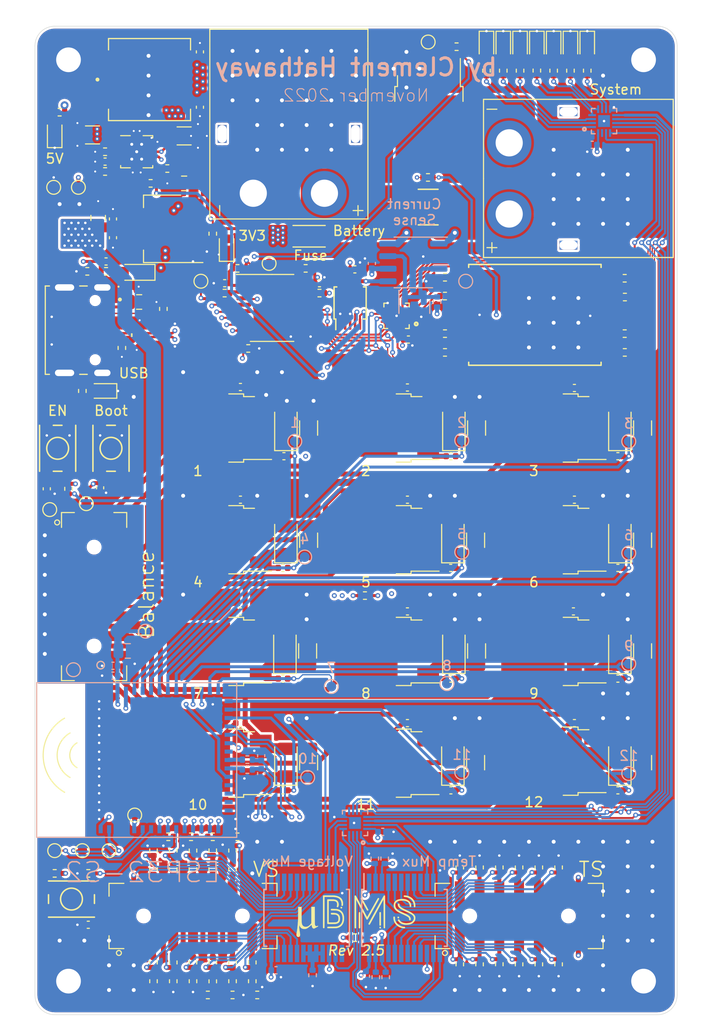
<source format=kicad_pcb>
(kicad_pcb (version 20241229) (generator "pcbnew") (generator_version "9.0")
  (layers (0 "F.Cu" signal) (4 "In1.Cu" signal) (6 "In2.Cu" signal) (2 "B.Cu" signal) (13 "F.Paste" user) (15 "B.Paste" user) (5 "F.SilkS" user "F.Silkscreen") (7 "B.SilkS" user "B.Silkscreen") (1 "F.Mask" user) (3 "B.Mask" user) (25 "Edge.Cuts" user))
  (net 0 "")
  (net 1 "GND")
  (net 2 "/BTN_1")
  (net 3 "+5V")
  (net 4 "+3V3")
  (net 5 "Net-(C15-Pad1)")
  (net 6 "/PWM_Blnce_1")
  (net 7 "/PWM_Blnce_2")
  (net 8 "Net-(C16-Pad1)")
  (net 9 "/PWM_Blnce_3")
  (net 10 "Net-(C17-Pad1)")
  (net 11 "/PWM_Blnce_4")
  (net 12 "/PWM_Blnce_5")
  (net 13 "Net-(C20-Pad1)")
  (net 14 "/PWM_Blnce_6")
  (net 15 "/PWM_Blnce_7")
  (net 16 "Net-(C21-Pad1)")
  (net 17 "/PWM_Blnce_8")
  (net 18 "Net-(C22-Pad1)")
  (net 19 "/PWM_Blnce_9")
  (net 20 "/PWM_Blnce_10")
  (net 21 "/PWM_Blnce_11")
  (net 22 "Net-(C26-Pad1)")
  (net 23 "/PWM_Blnce_12")
  (net 24 "Net-(D5-Pad2)")
  (net 25 "Net-(D6-Pad2)")
  (net 26 "Net-(D7-Pad2)")
  (net 27 "/BatteryBalance/Cell1_P")
  (net 28 "/BatteryBalance/Cell2_P")
  (net 29 "/BatteryBalance/Cell3_P")
  (net 30 "/BatteryBalance/Cell4_P")
  (net 31 "/BatteryBalance/Cell5_P")
  (net 32 "/BatteryBalance/Cell6_P")
  (net 33 "/BatteryBalance/Cell7_P")
  (net 34 "/BatteryBalance/Cell8_P")
  (net 35 "/BatteryBalance/Cell9_P")
  (net 36 "/BatteryBalance/Cell10_P")
  (net 37 "/BatteryBalance/Cell11_P")
  (net 38 "/Batt_Pos")
  (net 39 "/UART_RX")
  (net 40 "/UART_TX")
  (net 41 "/SYS_Pos")
  (net 42 "/SYS_RTN")
  (net 43 "/VoltageMultiplex/Cell1_P")
  (net 44 "/VoltageMultiplex/Cell2_P")
  (net 45 "/VoltageMultiplex/Cell3_P")
  (net 46 "/VoltageMultiplex/Cell4_P")
  (net 47 "/VoltageMultiplex/Cell5_P")
  (net 48 "/VoltageMultiplex/Cell6_P")
  (net 49 "/VoltageMultiplex/Cell7_P")
  (net 50 "/VoltageMultiplex/Cell8_P")
  (net 51 "/VoltageMultiplex/Cell9_P")
  (net 52 "/VoltageMultiplex/Cell10_P")
  (net 53 "/VoltageMultiplex/Cell11_P")
  (net 54 "/VoltageMultiplex/Cell12_P")
  (net 55 "/VBUS_3V3")
  (net 56 "/TempMultiplex/CellTemp_12")
  (net 57 "/TempMultiplex/CellTemp_11")
  (net 58 "/TempMultiplex/CellTemp_10")
  (net 59 "/TempMultiplex/CellTemp_9")
  (net 60 "/TempMultiplex/CellTemp_8")
  (net 61 "/TempMultiplex/CellTemp_7")
  (net 62 "/TempMultiplex/CellTemp_6")
  (net 63 "/TempMultiplex/CellTemp_5")
  (net 64 "/TempMultiplex/CellTemp_4")
  (net 65 "/TempMultiplex/CellTemp_3")
  (net 66 "/TempMultiplex/CellTemp_2")
  (net 67 "/TempMultiplex/CellTemp_1")
  (net 68 "/BatteryBalance/Cell12_P")
  (net 69 "/USB_D_UT-")
  (net 70 "/SDA_3V3")
  (net 71 "/SDA_5V")
  (net 72 "/SCL_5V")
  (net 73 "/SCL_3V3")
  (net 74 "Net-(Q3-Pad1)")
  (net 75 "/REF_2.5")
  (net 76 "/MOD_DSC_G")
  (net 77 "/7DP")
  (net 78 "/7G")
  (net 79 "/7F")
  (net 80 "/7E")
  (net 81 "/7D")
  (net 82 "/7C")
  (net 83 "/7B")
  (net 84 "/7A")
  (net 85 "/LED_BAT_R")
  (net 86 "/LED_BAT_G2")
  (net 87 "/LED_BAT_G1")
  (net 88 "/VoltageMultiplex/Cell2_Sense")
  (net 89 "/VoltageMultiplex/Cell3_Sense")
  (net 90 "/VoltageMultiplex/Cell4_Sense")
  (net 91 "/VoltageMultiplex/Cell5_Sense")
  (net 92 "/VoltageMultiplex/Cell6_Sense")
  (net 93 "/VoltageMultiplex/Cell7_Sense")
  (net 94 "Net-(R40-Pad2)")
  (net 95 "Net-(R42-Pad2)")
  (net 96 "/VoltageMultiplex/Cell8_Sense")
  (net 97 "/VoltageMultiplex/Cell9_Sense")
  (net 98 "/VoltageMultiplex/Cell10_Sense")
  (net 99 "Net-(R48-Pad2)")
  (net 100 "/VoltageMultiplex/Cell12_Sense")
  (net 101 "/VoltageMultiplex/Cell11_Sense")
  (net 102 "Net-(R51-Pad2)")
  (net 103 "Net-(R52-Pad2)")
  (net 104 "Net-(R53-Pad2)")
  (net 105 "Net-(R54-Pad2)")
  (net 106 "/TempMultiplex/Mosfet_Temp")
  (net 107 "/TempMultiplex/Balance_Temp")
  (net 108 "/TempMultiplex/Power_Temp")
  (net 109 "/TempMultiplex/ESP_Temp")
  (net 110 "/VoltageSense")
  (net 111 "/TempSense")
  (net 112 "/CurrentSense")
  (net 113 "/S0_V")
  (net 114 "/S1_V")
  (net 115 "/S2_V")
  (net 116 "/S3_V")
  (net 117 "/S0_T")
  (net 118 "/S1_T")
  (net 119 "/S2_T")
  (net 120 "/S3_T")
  (net 121 "/USB_D_UT+")
  (net 122 "Net-(C27-Pad1)")
  (net 123 "Net-(C28-Pad1)")
  (net 124 "Net-(C32-Pad1)")
  (net 125 "Net-(C33-Pad1)")
  (net 126 "Net-(C34-Pad1)")
  (net 127 "/ESP_IO0")
  (net 128 "/ESP_EN")
  (net 129 "/VBUS")
  (net 130 "Net-(D2-Pad2)")
  (net 131 "Net-(D3-Pad2)")
  (net 132 "/USB_D+")
  (net 133 "/USB_D-")
  (net 134 "Net-(D22-Pad2)")
  (net 135 "Net-(J1-Pad9)")
  (net 136 "Net-(C42-Pad1)")
  (net 137 "Net-(J1-Pad3)")
  (net 138 "Net-(L1-Pad1)")
  (net 139 "Net-(R20-Pad1)")
  (net 140 "Net-(D23-Pad2)")
  (net 141 "Net-(D24-Pad2)")
  (net 142 "Net-(D25-Pad2)")
  (net 143 "/LED_BAT_Y2")
  (net 144 "/LED_BAT_Y1")
  (net 145 "/LED_BAT_G4")
  (net 146 "/LED_BAT_G3")
  (net 147 "/RCLK_5V")
  (net 148 "/SER_5V")
  (net 149 "/SRCLK_5V")
  (net 150 "/~{SRCLR_5V}")
  (net 151 "/~{OE_5V}")
  (net 152 "/RCLK_3V3")
  (net 153 "/SER_3V3")
  (net 154 "/SRCLK_3V3")
  (net 155 "/~{SRCLR_3V3}")
  (net 156 "/~{OE_3V3}")
  (net 157 "/SREG_2_OUT")
  (net 158 "/SREG_1_OUT")
  (net 162 "Net-(R4-Pad2)")
  (net 163 "Net-(R5-Pad1)")
  (net 164 "Net-(R6-Pad2)")
  (net 165 "Net-(D26-Pad2)")
  (net 166 "/ADC_RDY_5V")
  (net 167 "/ADC_RDY_3V3")
  (net 168 "Net-(R11-Pad1)")
  (net 176 "Net-(R12-Pad1)")
  (net 177 "Net-(R13-Pad1)")
  (net 178 "Net-(R14-Pad1)")
  (net 179 "Net-(R15-Pad1)")
  (net 180 "Net-(R16-Pad1)")
  (net 181 "Net-(R17-Pad1)")
  (net 182 "Net-(R18-Pad1)")
  (net 183 "Net-(TP3-Pad1)")
  (net 184 "/Power/FUSED_V_IN")
  (net 185 "Net-(U10-Pad16)")
  (net 186 "Net-(U1-Pad41)")
  (net 187 "/TMUX_EN")
  (net 188 "/VMUX_EN")
  (net 189 "/UBER_EN")
  (footprint "Capacitor_SMD:C_0402_1005Metric" (layer "F.Cu") (at 42.7 63.5)
    (property "Reference" "C15" (hide yes))
    (property "Value" "10nF")
  )
  (footprint "LED_SMD:LED_0603_1608Metric" (layer "F.Cu") (at 63.2 22 -90)
    (property "Reference" "D5" (hide yes))
    (property "Value" "RED_LED")
  )
  (footprint "LED_SMD:LED_0603_1608Metric" (layer "F.Cu") (at 66.6 22 -90)
    (property "Reference" "D6" (hide yes))
    (property "Value" "YELLOW_LED")
  )
  (footprint "LED_SMD:LED_0603_1608Metric" (layer "F.Cu") (at 68.3 22 -90)
    (property "Reference" "D7" (hide yes))
    (property "Value" "GREEN_LED")
  )
  (footprint "Diode_SMD:D_1206_3216Metric" (layer "F.Cu") (at 59.9 60.65 90)
    (property "Reference" "D10" (hide yes))
    (property "Value" "D")
  )
  (footprint "Diode_SMD:D_1206_3216Metric" (layer "F.Cu") (at 76.7 60.65 90)
    (property "Reference" "D11" (hide yes))
    (property "Value" "D")
  )
  (footprint "Package_TO_SOT_SMD:TO-252-2" (layer "F.Cu") (at 57.375 28.575 -90)
    (property "Reference" "Q3" (hide yes))
    (property "Value" "NTD5865NL")
  )
  (footprint "Package_TO_SOT_SMD:TO-252-2" (layer "F.Cu") (at 36.15 60.65 180)
    (property "Reference" "Q4" (hide yes))
    (property "Value" "FQD5N20L")
  )
  (footprint "Package_TO_SOT_SMD:TO-252-2" (layer "F.Cu") (at 53.1 60.65 180)
    (property "Reference" "Q5" (hide yes))
    (property "Value" "FQD5N20L")
  )
  (footprint "Package_TO_SOT_SMD:TO-252-2" (layer "F.Cu") (at 70 60.65 180)
    (property "Reference" "Q6" (hide yes))
    (property "Value" "FQD5N20L")
  )
  (footprint "Resistor_SMD:R_2512_CSNL2512" (layer "F.Cu") (at 57.3 38.3 180)
    (property "Reference" "R7" (hide yes))
    (property "Value" "1m Ohm" (hide yes))
  )
  (footprint "Resistor_SMD:R_0402_1005Metric" (layer "F.Cu") (at 60.175 22.075)
    (property "Reference" "R10" (hide yes))
    (property "Value" "330R")
  )
  (footprint "Resistor_SMD:R_0402_1005Metric" (layer "F.Cu") (at 19.5 105.7)
    (property "Reference" "R20" (hide yes))
    (property "Value" "4.7k")
  )
  (footprint "Resistor_SMD:R_0402_1005Metric" (layer "F.Cu") (at 35.5 114.71 -90)
    (property "Reference" "R45" (hide yes))
    (property "Value" "560k")
  )
  (footprint "Resistor_SMD:R_0402_1005Metric" (layer "F.Cu") (at 35.5 105.29 90)
    (property "Reference" "R46" (hide yes))
    (property "Value" "499k")
  )
  (footprint "Resistor_SMD:R_0402_1005Metric" (layer "F.Cu") (at 37.5 114.72 -90)
    (property "Reference" "R47" (hide yes))
    (property "Value" "560k")
  )
  (footprint "Resistor_SMD:R_0402_1005Metric" (layer "F.Cu") (at 37.5 105.29 90)
    (property "Reference" "R48" (hide yes))
    (property "Value" "330k")
  )
  (footprint "Resistor_SMD:R_0402_1005Metric" (layer "F.Cu") (at 39.5 114.71 -90)
    (property "Reference" "R49" (hide yes))
    (property "Value" "499k")
  )
  (footprint "Resistor_SMD:R_0402_1005Metric" (layer "F.Cu") (at 37.5 103.39 90)
    (property "Reference" "R50" (hide yes))
    (property "Value" "147k")
  )
  (footprint "Resistor_SMD:R_0402_1005Metric" (layer "F.Cu") (at 35.5 116.62 -90)
    (property "Reference" "R51" (hide yes))
    (property "Value" "39.2k")
  )
  (footprint "Resistor_SMD:R_0402_1005Metric" (layer "F.Cu") (at 35.5 103.38 90)
    (property "Reference" "R52" (hide yes))
    (property "Value" "30k")
  )
  (footprint "Resistor_SMD:R_0402_1005Metric" (layer "F.Cu") (at 37.5 116.61 -90)
    (property "Reference" "R53" (hide yes))
    (property "Value" "30k")
  )
  (footprint "Resistor_SMD:R_0402_1005Metric" (layer "F.Cu") (at 39.5 116.61 -90)
    (property "Reference" "R54" (hide yes))
    (property "Value" "30k")
  )
  (footprint "Resistor_SMD:R_0402_1005Metric" (layer "F.Cu") (at 35 118 180)
    (property "Reference" "R55" (hide yes))
    (property "Value" "39.2k")
  )
  (footprint "Resistor_SMD:R_0402_1005Metric" (layer "F.Cu") (at 35.5 102)
    (property "Reference" "R56" (hide yes))
    (property "Value" "33.2k")
  )
  (footprint "Resistor_SMD:R_0402_1005Metric" (layer "F.Cu") (at 37.5 118)
    (property "Reference" "R57" (hide yes))
    (property "Value" "33.2k")
  )
  (footprint "Resistor_SMD:R_0402_1005Metric" (layer "F.Cu") (at 40 118)
    (property "Reference" "R58" (hide yes))
    (property "Value" "16.2k")
  )
  (footprint "Resistor_SMD:R_0402_1005Metric" (layer "F.Cu") (at 38 102)
    (property "Reference" "R59" (hide yes))
    (property "Value" "47.5k")
  )
  (footprint "Resistor_SMD:R_0402_1005Metric" (layer "F.Cu") (at 66.5 105.1 90)
    (property "Reference" "R67" (hide yes))
    (property "Value" "22k")
  )
  (footprint "Resistor_SMD:R_0402_1005Metric" (layer "F.Cu") (at 68.5 105.1 90)
    (property "Reference" "R69" (hide yes))
    (property "Value" "22k")
  )
  (footprint "Resistor_SMD:R_0402_1005Metric" (layer "F.Cu") (at 70.5 105.1 90)
    (property "Reference" "R71" (hide yes))
    (property "Value" "22k")
  )
  (footprint "Resistor_SMD:R_1206_3216Metric" (layer "F.Cu") (at 62.2 60.65 90)
    (property "Reference" "R77" (hide yes))
    (property "Value" "100k")
  )
  (footprint "Resistor_SMD:R_1206_3216Metric" (layer "F.Cu") (at 79 60.65 90)
    (property "Reference" "R78" (hide yes))
    (property "Value" "100k")
  )
  (footprint "Resistor_SMD:R_0402_1005Metric" (layer "F.Cu") (at 57.28 35.3)
    (property "Reference" "TH1" (hide yes))
    (property "Value" "10k")
  )
  (footprint "Package_SO:TSSOP-10_3x3mm_P0.5mm" (layer "F.Cu") (at 49.4 48 90)
    (property "Reference" "U2" (hide yes))
    (property "Value" "ADS1115IDGS")
  )
  (footprint "ClementsFootprints:QFN40P250X250X50-17N" (layer "F.Cu") (at 54.1 49.3 180)
    (property "Reference" "U7" (hide yes))
    (property "Value" "SN74HC595BRWNR")
  )
  (footprint "Display_7Segment:VDMG10C0" (layer "F.Cu") (at 68.1 49.2 -90)
    (property "Reference" "U9" (hide yes))
    (property "Value" "VDMG10C0")
  )
  (footprint "Diode_SMD:D_1206_3216Metric" (layer "F.Cu") (at 42.9 60.65 90)
    (property "Reference" "D9" (hide yes))
    (property "Value" "D")
  )
  (footprint "Resistor_SMD:R_1206_3216Metric" (layer "F.Cu") (at 45.2 60.65 90)
    (property "Reference" "R76" (hide yes))
    (property "Value" "100k")
  )
  (footprint "ClementsFootprints:XT60PW-M20" (layer "F.Cu") (at 71.5 35.4)
    (property "Reference" "J2" (hide yes))
    (property "Value" "XT60PW-M20")
  )
  (footprint "uBMS-2:Molex_Milli_Grid_0878325623_TopBottom" (layer "F.Cu") (at 23.5 77.7 -90)
    (property "Reference" "J7" (hide yes))
    (property "Value" "Conn_02x07_Odd_Even")
  )
  (footprint "Resistor_SMD:R_0402_1005Metric" (layer "F.Cu") (at 49.9 112.2)
    (property "Reference" "TH4" (hide yes))
    (property "Value" "10k")
  )
  (footprint "Resistor_SMD:R_0402_1005Metric" (layer "F.Cu") (at 22.9 105.7)
    (property "Reference" "R29" (hide yes))
    (property "Value" "4.7k")
  )
  (footprint "Resistor_SMD:R_0402_1005Metric" (layer "F.Cu") (at 29.5 105.29 90)
    (property "Reference" "R32" (hide yes))
    (property "Value" "200k")
  )
  (footprint "Resistor_SMD:R_0402_1005Metric" (layer "F.Cu") (at 29.5 103.39 90)
    (property "Reference" "R38" (hide yes))
    (property "Value" "100k")
  )
  (footprint "Resistor_SMD:R_0402_1005Metric" (layer "F.Cu") (at 33.3 102 180)
    (property "Reference" "R44" (hide yes))
    (property "Value" "47k")
  )
  (footprint "Resistor_SMD:R_0402_1005Metric" (layer "F.Cu") (at 33.5 103.39 90)
    (property "Reference" "R42" (hide yes))
    (property "Value" "47k")
  )
  (footprint "Resistor_SMD:R_0402_1005Metric" (layer "F.Cu") (at 31.5 114.71 -90)
    (property "Reference" "R33" (hide yes))
    (property "Value" "330k")
  )
  (footprint "Resistor_SMD:R_0402_1005Metric" (layer "F.Cu") (at 29.5 114.71 -90)
    (property "Reference" "R31" (hide yes))
    (property "Value" "360k")
  )
  (footprint "Resistor_SMD:R_0402_1005Metric" (layer "F.Cu") (at 33.5 114.71 -90)
    (property "Reference" "R35" (hide yes))
    (property "Value" "499k")
  )
  (footprint "Resistor_SMD:R_0402_1005Metric" (layer "F.Cu") (at 33.5 116.61 -90)
    (property "Reference" "R41" (hide yes))
    (property "Value" "100k")
  )
  (footprint "Resistor_SMD:R_0402_1005Metric" (layer "F.Cu") (at 33.5 105.29 90)
    (property "Reference" "R36" (hide yes))
    (property "Value" "560k")
  )
  (footprint "Resistor_SMD:R_0402_1005Metric" (layer "F.Cu") (at 64.5 105.1 90)
    (property "Reference" "R65" (hide yes))
    (property "Value" "22k")
  )
  (footprint "Resistor_SMD:R_0402_1005Metric" (layer "F.Cu") (at 62.5 105.1 90)
    (property "Reference" "R63" (hide yes))
    (property "Value" "22k")
  )
  (footprint "Resistor_SMD:R_0402_1005Metric" (layer "F.Cu") (at 60.5 105.1 90)
    (property "Reference" "R61" (hide yes))
    (property "Value" "22k")
  )
  (footprint "Capacitor_SMD:C_0402_1005Metric" (layer "F.Cu") (at 55.3 51.7)
    (property "Reference" "C1" (hide yes))
    (property "Value" "0.1uF")
  )
  (footprint "Capacitor_SMD:C_0402_1005Metric" (layer "F.Cu") (at 22.9 110.9 180)
    (property "Reference" "C4" (hide yes))
    (property "Value" "0.1uF")
  )
  (footprint "Capacitor_SMD:C_0402_1005Metric" (layer "F.Cu") (at 49.88 44.6)
    (property "Reference" "C10" (hide yes))
    (property "Value" "0.1uF")
  )
  (footprint "Capacitor_SMD:C_0402_1005Metric" (layer "F.Cu") (at 38.3 56.5)
    (property "Reference" "C12" (hide yes))
    (property "Value" "10nF")
  )
  (footprint "Capacitor_SMD:C_0402_1005Metric" (layer "F.Cu") (at 59.58 74.8)
    (property "Reference" "C16" (hide yes))
    (property "Value" "10nF")
  )
  (footprint "Capacitor_SMD:C_0402_1005Metric" (layer "F.Cu") (at 76.5 86)
    (property "Reference" "C17" (hide yes))
    (property "Value" "10nF")
  )
  (footprint "Capacitor_SMD:C_0402_1005Metric" (layer "F.Cu") (at 76.5 74.8)
    (property "Reference" "C21" (hide yes))
    (property "Value" "10nF")
  )
  (footprint "Capacitor_SMD:C_0402_1005Metric" (layer "F.Cu") (at 42.6 97.3)
    (property "Reference" "C22" (hide yes))
    (property "Value" "10nF")
  )
  (footprint "Capacitor_SMD:C_0402_1005Metric" (layer "F.Cu") (at 55.2 56.55)
    (property "Reference" "C23" (hide yes))
    (property "Value" "10nF")
  )
  (footprint "Capacitor_SMD:C_0402_1005Metric" (layer "F.Cu") (at 76.5 63.5)
    (property "Reference" "C26" (hide yes))
    (property "Value" "10nF")
  )
  (footprint "Capacitor_SMD:C_0402_1005Metric" (layer "F.Cu") (at 42.6 86)
    (property "Reference" "C27" (hide yes))
    (property "Value" "10nF")
  )
  (footprint "Capacitor_SMD:C_0402_1005Metric" (layer "F.Cu") (at 59.6 97.3)
    (property "Reference" "C28" (hide yes))
    (property "Value" "10nF")
  )
  (footprint "Capacitor_SMD:C_0402_1005Metric" (layer "F.Cu") (at 72.1 56.6)
    (property "Reference" "C29" (hide yes))
    (property "Value" "10nF")
  )
  (footprint "Capacitor_SMD:C_0402_1005Metric" (layer "F.Cu") (at 42.6 74.8)
    (property "Reference" "C32" (hide yes))
    (property "Value" "10nF")
  )
  (footprint "Capacitor_SMD:C_0402_1005Metric" (layer "F.Cu") (at 59.6 86)
    (property "Reference" "C33" (hide yes))
    (property "Value" "10nF")
  )
  (footprint "Capacitor_SMD:C_0402_1005Metric" (layer "F.Cu") (at 76.5 97.3)
    (property "Reference" "C34" (hide yes))
    (property "Value" "10nF")
  )
  (footprint "Capacitor_SMD:C_0402_1005Metric" (layer "F.Cu") (at 24.1 66.7 -90)
    (property "Reference" "C38" (hide yes))
    (property "Value" "0.1uF")
  )
  (footprint "Capacitor_SMD:C_0402_1005Metric" (layer "F.Cu") (at 18.7 66.8 -90)
    (property "Reference" "C39" (hide yes))
    (property "Value" "0.1uF")
  )
  (footprint "Diode_SMD:D_TUMD2" (layer "F.Cu") (at 27.85 44.9 180)
    (property "Reference" "D1" (hide yes))
    (property "Value" "RB162VAM-20TR")
  )
  (footprint "Diode_SMD:D_0402_1005Metric" (layer "F.Cu") (at 27.3 50.25 90)
    (property "Reference" "D4" (hide yes))
    (property "Value" "TPD1E10B06QDPYRQ1")
  )
  (footprint "Diode_SMD:D_0402_1005Metric" (layer "F.Cu") (at 27.3 52.25 -90)
    (property "Reference" "D8" (hide yes))
    (property "Value" "TPD1E10B06QDPYRQ1")
  )
  (footprint "Diode_SMD:D_0402_1005Metric" (layer "F.Cu") (at 27.05 46.35)
    (property "Reference" "D21" (hide yes))
    (property "Value" "TPD1E10B06QDPYRQ1")
  )
  (footprint "LED_SMD:LED_0603_1608Metric" (layer "F.Cu") (at 70 22 -90)
    (property "Reference" "D22" (hide yes))
    (property "Value" "GREEN_LED")
  )
  (footprint "ClementsFootprints:DX07S016JA1R1500" (layer "F.Cu") (at 23.6 50.75 -90)
    (property "Reference" "J1" (hide yes))
    (property "Value" "JAE_DX07S016JA1R1500")
  )
  (footprint "Resistor_SMD:R_0402_1005Metric" (layer "F.Cu") (at 26.3 52.55 90)
    (property "Reference" "R30" (hide yes))
    (property "Value" "5.1k")
  )
  (footprint "Resistor_SMD:R_0402_1005Metric" (layer "F.Cu") (at 30.5 48.6 90)
    (property "Reference" "R88" (hide yes))
    (property "Value" "5.1k")
  )
  (footprint "ClementsFootprints:PTS815_SJK_250_SMTR_LFS" (layer "F.Cu") (at 21.2 108.3)
    (property "Reference" "SW1" (hide yes))
    (property "Value" "SWITCH")
  )
  (footprint "ClementsFootprints:PTS815_SJK_250_SMTR_LFS" (layer "F.Cu") (at 25.2 62.7 90)
    (property "Reference" "SW2" (hide yes))
    (property "Value" "SWITCH")
  )
  (footprint "ClementsFootprints:PTS815_SJK_250_SMTR_LFS" (layer "F.Cu") (at 19.8 62.7 90)
    (property "Reference" "SW3" (hide yes))
    (property "Value" "SWITCH")
  )
  (footprint "Resistor_SMD:R_0402_1005Metric" (layer "F.Cu") (at 29.21 35.9)
    (property "Reference" "TH3" (hide yes))
    (property "Value" "10k")
  )
  (footprint "LED_SMD:LED_0603_1608Metric" (layer "F.Cu") (at 64.9 22 -90)
    (property "Reference" "D23" (hide yes))
    (property "Value" "YELLOW_LED")
  )
  (footprint "LED_SMD:LED_0603_1608Metric" (layer "F.Cu") (at 71.7 22 -90)
    (property "Reference" "D24" (hide yes))
    (property "Value" "GREEN_LED")
  )
  (footprint "LED_SMD:LED_0603_1608Metric" (layer "F.Cu") (at 73.4 22 -90)
    (property "Reference" "D25" (hide yes))
    (property "Value" "GREEN_LED")
  )
  (footprint "Diode_SMD:D_1206_3216Metric" (layer "F.Cu") (at 76.7 83.2 90)
    (property "Reference" "D17" (hide yes))
    (property "Value" "D")
  )
  (footprint "Diode_SMD:D_1206_3216Metric" (layer "F.Cu") (at 42.9 94.5 90)
    (property "Reference" "D18" (hide yes))
    (property "Value" "D")
  )
  (footprint "Diode_SMD:D_1206_3216Metric" (layer "F.Cu") (at 42.9 72 90)
    (property "Reference" "D12" (hide yes))
    (property "Value" "D")
  )
  (footprint "Diode_SMD:D_1206_3216Metric" (layer "F.Cu") (at 76.7 72 90)
    (property "Reference" "D14" (hide yes))
    (property "Value" "D")
  )
  (footprint "Diode_SMD:D_1206_3216Metric" (layer "F.Cu") (at 59.8 72 90)
    (property "Reference" "D13" (hide yes))
    (property "Value" "D")
  )
  (footprint "Diode_SMD:D_1206_3216Metric" (layer "F.Cu") (at 42.8 83.2 90)
    (property "Reference" "D15" (hide yes))
    (property "Value" "D")
  )
  (footprint "Diode_SMD:D_1206_3216Metric" (layer "F.Cu") (at 59.9 83.2 90)
    (property "Reference" "D16" (hide yes))
    (property "Value" "D")
  )
  (footprint "Diode_SMD:D_1206_3216Metric" (layer "F.Cu") (at 76.7 94.5 90)
    (property "Reference" "D20" (hide yes))
    (property "Value" "D")
  )
  (footprint "Diode_SMD:D_1206_3216Metric" (layer "F.Cu") (at 59.8 94.5 90)
    (property "Reference" "D19" (hide yes))
    (property "Value" "D")
  )
  (footprint "Resistor_SMD:R_1206_3216Metric" (layer "F.Cu") (at 62.1 72 90)
    (property "Reference" "R80" (hide yes))
    (property "Value" "100k")
  )
  (footprint "Resistor_SMD:R_1206_3216Metric" (layer "F.Cu") (at 45.1 83.2 90)
    (property "Reference" "R82" (hide yes))
    (property "Value" "100k")
  )
  (footprint "Resistor_SMD:R_1206_3216Metric" (layer "F.Cu") (at 79 83.2 90)
    (property "Reference" "R84" (hide yes))
    (property "Value" "100k")
  )
  (footprint "Resistor_SMD:R_1206_3216Metric" (layer "F.Cu") (at 45.2 94.5 90)
    (property "Reference" "R85" (hide yes))
    (property "Value" "100k")
  )
  (footprint "Resistor_SMD:R_1206_3216Metric" (layer "F.Cu") (at 79 94.5 90)
    (property "Reference" "R87" (hide yes))
    (property "Value" "100k")
  )
  (footprint "Resistor_SMD:R_1206_3216Metric" (layer "F.Cu") (at 79 72 90)
    (property "Reference" "R81" (hide yes))
    (property "Value" "100k")
  )
  (footprint "Resistor_SMD:R_1206_3216Metric" (layer "F.Cu") (at 62.1 94.5 90)
    (property "Reference" "R86" (hide yes))
    (property "Value" "100k")
  )
  (footprint "Resistor_SMD:R_1206_3216Metric" (layer "F.Cu") (at 62.2 83.2 90)
    (property "Reference" "R83" (hide yes))
    (property "Value" "100k")
  )
  (footprint "Resistor_SMD:R_1206_3216Metric" (layer "F.Cu") (at 45.2 72 90)
    (property "Reference" "R79" (hide yes))
    (property "Value" "100k")
  )
  (footprint "Package_TO_SOT_SMD:TO-252-2" (layer "F.Cu") (at 36.15 71.95 180)
    (property "Reference" "Q7" (hide yes))
    (property "Value" "FQD5N20L")
  )
  (footprint "Package_TO_SOT_SMD:TO-252-2" (layer "F.Cu") (at 53.1 71.95 180)
    (property "Reference" "Q8" (hide yes))
    (property "Value" "FQD5N20L")
  )
  (footprint "Package_TO_SOT_SMD:TO-252-2" (layer "F.Cu") (at 70 71.95 180)
    (property "Reference" "Q9" (hide yes))
    (property "Value" "FQD5N20L")
  )
  (footprint "Package_TO_SOT_SMD:TO-252-2" (layer "F.Cu") (at 36.15 83.25 180)
    (property "Reference" "Q10" (hide yes))
    (property "Value" "FQD5N20L")
  )
  (footprint "Package_TO_SOT_SMD:TO-252-2" (layer "F.Cu") (at 70 83.25 180)
    (property "Reference" "Q12" (hide yes))
    (property "Value" "FQD5N20L")
  )
  (footprint "Package_TO_SOT_SMD:TO-252-2" (layer "F.Cu") (at 53.1 94.55 180)
    (property "Reference" "Q14" (hide yes))
    (property "Value" "FQD5N20L")
  )
  (footprint "Package_TO_SOT_SMD:TO-252-2" (layer "F.Cu") (at 53.1 83.25 180)
    (property "Reference" "Q11" (hide yes))
    (property "Value" "FQD5N20L")
  )
  (footprint "Package_TO_SOT_SMD:TO-252-2" (layer "F.Cu") (at 36.15 94.55 180)
    (property "Reference" "Q13" (hide yes))
    (property "Value" "FQD5N20L")
  )
  (footprint "Package_TO_SOT_SMD:TO-252-2" (layer "F.Cu") (at 70 94.35 180)
    (property "Reference" "Q15" (hide yes))
    (property "Value" "FQD5N20L")
  )
  (footprint "Resistor_SMD:R_0402_1005Metric" (layer "F.Cu") (at 50.9 77.6)
    (property "Reference" "TH2" (hide yes))
    (property "Value" "10k")
  )
  (footprint "uBMS-2:Molex_Milli_Grid_0878325623_TopBottom" (layer "F.Cu") (at 33.5 110)
    (property "Reference" "J5" (hide yes))
    (property "Value" "Conn_02x07_Odd_Even")
  )
  (footprint "uBMS-2:Molex_Milli_Grid_0878325623_TopBottom" (layer "F.Cu") (at 66.5 110)
    (property "Reference" "J6" (hide yes))
    (property "Value" "Conn_02x07_Odd_Even")
  )
  (footprint "Capacitor_SMD:C_0402_1005Metric" (layer "F.Cu") (at 55.2 67.9)
    (property "Reference" "C18" (hide yes))
    (property "Value" "10nF")
  )
  (footprint "Capacitor_SMD:C_0402_1005Metric" (layer "F.Cu") (at 72 79.2)
    (property "Reference" "C19" (hide yes))
    (property "Value" "10nF")
  )
  (footprint "Capacitor_SMD:C_0402_1005Metric" (layer "F.Cu") (at 55.2 90.5)
    (property "Reference" "C31" (hide yes))
    (property "Value" "10nF")
  )
  (footprint "Capacitor_SMD:C_0402_1005Metric" (layer "F.Cu") (at 55.2 79.2)
    (property "Reference" "C36" (hide yes))
    (property "Value" "10nF")
  )
  (footprint "Capacitor_SMD:C_0402_1005Metric" (layer "F.Cu") (at 72.1 67.9)
    (property "Reference" "C24" (hide yes))
    (property "Value" "10nF")
  )
  (footprint "Capacitor_SMD:C_0402_1005Metric" (layer "F.Cu") (at 38.3 67.9)
    (property "Reference" "C35" (hide yes))
    (property "Value" "10nF")
  )
  (footprint "Capacitor_SMD:C_0402_1005Metric" (layer "F.Cu") (at 38.3 79.2)
    (property "Reference" "C30" (hide yes))
    (property "Value" "10nF")
  )
  (footprint "Capacitor_SMD:C_0402_1005Metric" (layer "F.Cu") (at 72.1 90.5)
    (property "Reference" "C37" (hide yes))
    (property "Value" "10nF")
  )
  (footprint "Capacitor_SMD:C_0402_1005Metric" (layer "F.Cu") (at 38.3 90.5)
    (property "Reference" "C25" (hide yes))
    (property "Value" "10nF")
  )
  (footprint "ClementsFootprints:XT60PW-M20" (layer "F.Cu") (at 43.2 30.9 90)
    (property "Reference" "J3" (hide yes))
    (property "Value" "XT60PW-M20")
  )
  (footprint "Capacitor_SMD:C_0402_1005Metric" (layer "F.Cu") (at 59.6 63.5)
    (property "Reference" "C20" (hide yes))
    (property "Value" "10nF")
  )
  (footprint "Resistor_SMD:R_0402_1005Metric" (layer "F.Cu") (at 31 102 180)
    (property "Reference" "R43" (hide yes))
    (property "Value" "24.9k")
  )
  (footprint "Resistor_SMD:R_0402_1005Metric" (layer "F.Cu") (at 31.5 103.39 90)
    (property "Reference" "R40" (hide yes))
    (property "Value" "100k")
  )
  (footprint "Resistor_SMD:R_0402_1005Metric" (layer "F.Cu") (at 31.5 116.61 -90)
    (property "Reference" "R39" (hide yes))
    (property "Value" "100k")
  )
  (footprint "Resistor_SMD:R_0402_1005Metric" (layer "F.Cu") (at 29.5 116.61 -90)
    (property "Reference" "R37" (hide yes))
    (property "Value" "360k")
  )
  (footprint "Resistor_SMD:R_0402_1005Metric" (layer "F.Cu") (at 70.5 114.9 -90)
    (property "Reference" "R70" (hide yes))
    (property "Value" "22k")
  )
  (footprint "Resistor_SMD:R_0402_1005Metric" (layer "F.Cu") (at 66.5 114.9 -90)
    (property "Reference" "R66" (hide yes))
    (property "Value" "22k")
  )
  (footprint "Resistor_SMD:R_0402_1005Metric" (layer "F.Cu") (at 62.5 114.9 -90)
    (property "Reference" "R62" (hide yes))
    (property "Value" "22k")
  )
  (footprint "Resistor_SMD:R_0402_1005Metric" (layer "F.Cu") (at 60.5 114.9 -90)
    (property "Reference" "R60" (hide yes))
    (property "Value" "22k")
  )
  (footprint "Resistor_SMD:R_0402_1005Metric" (layer "F.Cu") (at 64.5 114.89 -90)
    (property "Reference" "R64" (hide yes))
    (property "Value" "22k")
  )
  (footprint "Resistor_SMD:R_0402_1005Metric" (layer "F.Cu") (at 68.5 114.9 -90)
    (property "Reference" "R68" (hide yes))
    (property "Value" "22k")
  )
  (footprint "Resistor_SMD:R_0402_1005Metric" (layer "F.Cu") (at 31.5 105.29 90)
    (property "Reference" "R34" (hide yes))
    (property "Value" "499k")
  )
  (footprint "Capacitor_SMD:C_0402_1005Metric" (layer "F.Cu") (at 25.4 41.4 -90)
    (property "Reference" "C49" (hide yes))
    (property "Value" "10nF")
  )
  (footprint "Resistor_SMD:R_0402_1005Metric" (layer "F.Cu") (at 59 45.4 180)
    (property "Reference" "R15" (hide yes))
    (property "Value" "330R")
  )
  (footprint "Resistor_SMD:R_0402_1005Metric" (layer "F.Cu") (at 30.9 34.4 180)
    (property "Reference" "R4" (hide yes))
    (property "Value" "10k")
  )
  (footprint "Package_SO:TSSOP-20_4.4x6.5mm_P0.65mm" (layer "F.Cu") (at 41.5 48.5)
    (property "Reference" "U12" (hide yes))
    (property "Value" "TXS0108EPW")
  )
  (footprint "Resistor_SMD:R_0402_1005Metric" (layer "F.Cu") (at 36.7 47 180)
    (property "Reference" "R23" (hide yes))
    (property "Value" "4.7k")
  )
  (footprint "Resistor_SMD:R_0402_1005Metric" (layer "F.Cu") (at 38 44.5 180)
    (property "Reference" "R21" (hide yes))
    (property "Value" "4.7k")
  )
  (footprint "TestPoint:TestPoint_Pad_D1.0mm" (layer "F.Cu") (at 34.3 45.8)
    (property "Reference" "TP16" (hide yes))
    (property "Value" "TestPoint")
  )
  (footprint "Resistor_SMD:R_0402_1005Metric" (layer "F.Cu") (at 44.9 44.5)
    (property "Reference" "R91" (hide yes))
    (property "Value" "4.7k")
  )
  (footprint "Resistor_SMD:R_0402_1005Metric" (layer "F.Cu") (at 77.19 45.5)
    (property "Reference" "R17" (hide yes))
    (property "Value" "330R")
  )
  (footprint "Capacitor_SMD:C_1206_3216Metric" (layer "F.Cu") (at 23.3275 31 180)
    (property "Reference" "C41" (hide yes))
    (property "Value" "2.2uF")
  )
  (footprint "Resistor_SMD:R_0402_1005Metric" (layer "F.Cu") (at 77.21 47.4)
    (property "Reference" "R16" (hide yes))
    (property "Value" "330R")
  )
  (footprint "Resistor_SMD:R_0402_1005Metric" (layer "F.Cu") (at 35.5 40.99 -90)
    (property "Reference" "R103" (hide yes))
    (property "Value" "1k")
  )
  (footprint "Resistor_SMD:R_0402_1005Metric" (layer "F.Cu") (at 59 53 180)
    (property "Reference" "R18" (hide yes))
    (property "Value" "330R")
  )
  (footprint "Capacitor_SMD:C_0402_1005Metric" (layer "F.Cu") (at 36.7 46 180)
    (property "Reference" "C51" (hide yes))
    (property "Value" "0.1uF")
  )
  (footprint "Capacitor_SMD:C_0402_1005Metric" (layer "F.Cu") (at 24.6 33.7 180)
    (property "Reference" "C42" (hide yes))
    (property "Value" "33nF")
  )
  (footprint "Resistor_SMD:R_0402_1005Metric" (layer "F.Cu") (at 70 24.5 90)
    (property "Reference" "R28" (hide yes))
    (property "Value" "1k")
  )
  (footprint "Resistor_SMD:R_0402_1005Metric" (layer "F.Cu") (at 77.2 53)
    (property "Reference" "R12" (hide yes))
    (property "Value" "330R")
  )
  (footprint "Resistor_SMD:R_0402_1005Metric" (layer "F.Cu") (at 39.09 52.6)
    (property "Reference" "R9" (hide yes))
    (property "Value" "10k")
  )
  (footprint "Capacitor_SMD:C_0805_2012Metric" (layer "F.Cu") (at 32.6 35.9 180)
    (property "Reference" "C46" (hide yes))
    (property "Value" "1uF")
  )
  (footprint "Package_SON:Texas_S-PVSON-N10_ThermalVias" (layer "F.Cu") (at 27.8 32.7)
    (property "Reference" "U3" (hide yes))
    (property "Value" "LM5166X")
  )
  (footprint "Resistor_SMD:R_0402_1005Metric" (layer "F.Cu") (at 20.9 66.8 90)
    (property "Reference" "R1" (hide yes))
    (property "Value" "10k")
  )
  (footprint "Package_TO_SOT_SMD:SOT-223-3_TabPin2" (layer "F.Cu") (at 30.4 40.5 180)
    (property "Reference" "U5" (hide yes))
    (property "Value" "TLV1117-33")
  )
  (footprint "TestPoint:TestPoint_Pad_D1.0mm" (layer "F.Cu") (at 22.7 68.3)
    (property "Reference" "TP20" (hide yes))
    (property "Value" "TestPoint")
  )
  (footprint "Capacitor_SMD:C_1206_3216Metric" (layer "F.Cu") (at 32.6 31.1)
    (property "Reference" "C43" (hide yes))
    (property "Value" "47uF")
  )
  (footprint "Capacitor_SMD:C_0402_1005Metric" (layer "F.Cu") (at 34.2 22.6 90)
    (property "Reference" "C44" (hide yes))
    (property "Value" "2.2uF")
  )
  (footprint "Capacitor_SMD:C_0805_2012Metric" (layer "F.Cu") (at 23.9 39.4 90)
    (property "Reference" "C47" (hide yes))
    (property "Value" "1uF")
  )
  (footprint "Resistor_SMD:R_0402_1005Metric" (layer "F.Cu") (at 71.7 24.5 90)
    (property "Reference" "R89" (hide yes))
    (property "Value" "1k")
  )
  (footprint "TestPoint:TestPoint_Pad_D1.0mm" (layer "F.Cu") (at 25 103.4)
    (property "Reference" "TP3" (hide yes))
    (property "Value" "TestPoint")
  )
  (footprint "Capacitor_SMD:C_0402_1005Metric" (layer "F.Cu") (at 24.7 43.8)
    (property "Reference" "C6" (hide yes))
    (property "Value" "0.1uF")
  )
  (footprint "MountingHole:MountingHole_2.5mm_Pad_TopBottom" (layer "F.Cu") (at 79.1 23.4)
    (property "Reference" "H3" (hide yes))
    (property "Value" "MountingHole_Pad")
  )
  (footprint "uBMS-2:logoFP" (layer "F.Cu") (at 50 110.1)
    (property "Reference" "G***" (hide yes))
    (property "Value" "LOGO" (hide yes))
  )
  (footprint "Capacitor_SMD:C_0402_1005Metric" (layer "F.Cu") (at 34.2 28.2 -90)
    (property "Reference" "C45" (hide yes))
    (property "Value" "0.1uF")
  )
  (footprint "Resistor_SMD:R_0402_1005Metric" (layer "F.Cu") (at 73.4 24.5 90)
    (property "Reference" "R90" (hide yes))
    (property "Value" "1k")
  )
  (footprint "MountingHole:MountingHole_2.5mm_Pad_TopBottom" (layer "F.Cu") (at 20.9 116.6)
    (property "Reference" "H2" (hide yes))
    (property "Value" "MountingHole_Pad")
  )
  (footprint "Resistor_SMD:R_0402_1005Metric" (layer "F.Cu") (at 20 28.7 180)
    (property "Reference" "R102" (hide yes))
    (property "Value" "1k")
  )
  (footprint "Capacitor_SMD:C_0402_1005Metric" (layer "F.Cu") (at 46.3 46)
    (property "Reference" "C52" (hide yes))
    (property "Value" "0.1uF")
  )
  (footprint "TestPoint:TestPoint_Pad_D1.0mm" (layer "F.Cu") (at 19 68.9)
    (property "Reference" "TP22" (hide yes))
    (property "Value" "TestPoint")
  )
  (footprint "Resistor_SMD:R_0402_1005Metric" (layer "F.Cu") (at 59 47.3 180)
    (property "Reference" "R14" (hide yes))
    (property "Value" "330R")
  )
  (footprint "LED_SMD:LED_0603_1608Metric" (layer "F.Cu") (at 19.5 30.8 90)
    (property "Reference" "D3" (hide yes))
    (property "Value" "GREEN_LED")
  )
  (footprint "Resistor_SMD:R_0402_1005Metric" (layer "F.Cu") (at 24.7 44.8 180)
    (property "Reference" "R22" (hide yes))
    (property "Value" "47k")
  )
  (footprint "ClementsFootprints:1267AY-101M=P3" (layer "F.Cu") (at 29.1 25.4)
    (property "Reference" "L1" (hide yes))
    (property "Value" "100uH")
  )
  (footprint "Resistor_SMD:R_0402_1005Metric" (layer "F.Cu") (at 77.19 51.1)
    (property "Reference" "R11" (hide yes))
    (property "Value" "330R")
  )
  (footprint "TestPoint:TestPoint_Pad_D1.0mm" (layer "F.Cu") (at 27.6 99.8)
    (property "Reference" "TP26" (hide yes))
    (property "Value" "TestPoint")
  )
  (footprint "LED_SMD:LED_0603_1608Metric" (layer "F.Cu") (at 36.9 42.3 90)
    (property "Reference" "D26" (hide yes))
    (property "Value" "GREEN_LED")
  )
  (footprint "MountingHole:MountingHole_2.5mm_Pad_TopBottom" (layer "F.Cu") (at 20.9 23.4)
    (property "Reference" "H1" (hide yes))
    (property "Value" "MountingHole_Pad")
  )
  (footprint "TestPoint:TestPoint_Pad_D1.0mm" (layer "F.Cu") (at 41.2 44)
    (property "Reference" "TP18" (hide yes))
    (property "Value" "TestPoint")
  )
  (footprint "Capacitor_SMD:C_0805_2012Metric" (layer "F.Cu") (at 28.05 47.9)
    (property "Reference" "C50" (hide yes))
    (property "Value" "1uF")
  )
  (footprint "Resistor_SMD:R_0402_1005Metric" (layer "F.Cu") (at 24.6 32.7)
    (property "Reference" "R6" (hide yes))
    (property "Value" "105k")
  )
  (footprint "Resistor_SMD:R_0402_1005Metric" (layer "F.Cu") (at 68.3 24.49 90)
    (property "Reference" "R27" (hide yes))
    (property "Value" "1k")
  )
  (footprint "Capacitor_SMD:C_0402_1005Metric" (layer "F.Cu") (at 25.4 39.5 90)
    (property "Reference" "C48" (hide yes))
    (property "Value" "0.1uF")
  )
  (footprint "TestPoint:TestPoint_Pad_D1.0mm" (layer "F.Cu") (at 19.4 36.3)
    (property "Reference" "TP21" (hide yes))
    (property "Value" "TestPoint")
  )
  (footprint "Resistor_SMD:R_0402_1005Metric" (layer "F.Cu") (at 64.9 24.5 90)
    (property "Reference" "R25" (hide yes))
    (property "Value" "1k")
  )
  (footprint "TestPoint:TestPoint_Pad_D1.0mm" (layer "F.Cu") (at 19.5 103.4)
    (property "Reference" "TP1" (hide yes))
    (property "Value" "TestPoint")
  )
  (footprint "MountingHole:MountingHole_2.5mm_Pad_TopBottom" (layer "F.Cu") (at 79.1 116.6)
    (property "Reference" "H4" (hide yes))
    (property "Value" "MountingHole_Pad")
  )
  (footprint "Resistor_SMD:R_0402_1005Metric" (layer "F.Cu") (at 24.6 34.7 180)
    (property "Reference" "R5" (hide yes))
    (property "Value" "71.5k")
  )
  (footprint "Resistor_SMD:R_0402_1005Metric" (layer "F.Cu") (at 46.3 47)
    (property "Reference" "R24" (hide yes))
    (property "Value" "4.7k")
  )
  (footprint "Resistor_SMD:R_0402_1005Metric" (layer "F.Cu") (at 22.8 44.8 180)
    (property "Reference" "R106" (hide yes))
    (property "Value" "91k")
  )
  (footprint "ClementsFootprints:0ZCJ0050FF2G_3216X125N" (layer "F.Cu") (at 45.25 41.25)
    (property "Reference" "F1" (hide yes))
    (property "Value" "500mA PTC")
  )
  (footprint "Resistor_SMD:R_0402_1005Metric" (layer "F.Cu") (at 63.2 24.5 90)
    (property "Reference" "R19" (hide yes))
    (property "Value" "1k")
  )
  (footprint "LED_SMD:LED_0603_1608Metric" (layer "F.Cu") (at 24.3 56.9 180)
    (property "Reference" "D2" (hide yes))
    (property "Value" "GREEN_LED")
  )
  (footprint "TestPoint:TestPoint_Pad_D1.0mm" (layer "F.Cu") (at 21.9 36.3)
    (property "Reference" "TP23" (hide yes))
    (property "Value" "TestPoint")
  )
  (footprint "Resistor_SMD:R_0402_1005Metric" (layer "F.Cu") (at 22.3 56.9 -90)
    (property "Reference" "R101" (hide yes))
    (property "Value" "1k")
  )
  (footprint "Resistor_SMD:R_0402_1005Metric" (layer "F.Cu") (at 66.6 24.5 90)
    (property "Reference" "R26" (hide yes))
    (property "Value" "1k")
  )
  (footprint "TestPoint:TestPoint_Pad_D1.0mm" (layer "F.Cu") (at 57.3 21.6)
    (property "Reference" "TP24" (hide yes))
    (property "Value" "TestPoint")
  )
  (footprint "TestPoint:TestPoint_Pad_D1.0mm" (layer "F.Cu") (at 22.3 103.4)
    (property "Reference" "TP2" (hide yes))
    (property "Value" "TestPoint")
  )
  (footprint "Resistor_SMD:R_0402_1005Metric" (layer "F.Cu") (at 59 51.1 180)
    (property "Reference" "R13" (hide yes))
    (property "Value" "330R")
  )
  (footprint "Capacitor_SMD:C_0805_2012Metric" (layer "B.Cu") (at 26.9 83.2)
    (property "Reference" "C2" (hide yes))
    (property "Value" "10uF")
  )
  (footprint "Capacitor_SMD:C_0402_1005Metric" (layer "B.Cu") (at 25.4 84.7 180)
    (property "Reference" "C3" (hide yes))
    (property "Value" "0.1uF")
  )
  (footprint "Resistor_SMD:R_0402_1005Metric" (layer "B.Cu") (at 58.2 47.9 90)
    (property "Reference" "R8" (hide yes))
    (property "Value" "470R")
  )
  (footprint "Resistor_SMD:R_0402_1005Metric" (layer "B.Cu") (at 52.9 104.2 90)
    (property "Reference" "R72" (hide yes))
    (property "Value" "4.7k")
  )
  (footprint "Resistor_SMD:R_0402_1005Metric" (layer "B.Cu") (at 53 116.2 -90)
    (property "Reference" "R73" (hide yes))
    (property "Value" "4.7k")
  )
  (footprint "Resistor_SMD:R_0402_1005Metric" (layer "B.Cu") (at 51.9 104.2 90)
    (property "Reference" "R74" (hide yes))
    (property "Value" "4.7k")
  )
  (footprint "Resistor_SMD:R_0402_1005Metric" (layer "B.Cu") (at 52 116.2 -90)
    (property "Reference" "R75" (hide yes))
    (property "Value" "4.7k")
  )
  (footprint "Package_SO:SO-8_3.9x4.9mm_P1.27mm" (layer "B.Cu") (at 55.8 43.9 180)
    (property "Reference" "U6" (hide yes))
    (property "Value" "TSC2012IDT")
  )
  (footprint "ClementsFootprints:QFN40P250X250X50-17N" (layer "B.Cu") (at 75.1 29.6)
    (property "Reference" "U8" (hide yes))
    (property "Value" "SN74HC595BRWNR")
  )
  (footprint "Package_SO:SSOP-24_5.3x8.2mm_P0.65mm" (layer "B.Cu") (at 54.9 110.2 -90)
    (property "Reference" "U11" (hide yes))
    (property "Value" "CD74HC4067SM")
  )
  (footprint "Package_TO_SOT_SMD:SOT-23" (layer "B.Cu") (at 55.9 48.4 -90)
    (property "Reference" "U4" (hide yes))
    (property "Value" "TL431DBZ")
  )
  (footprint "Capacitor_SMD:C_0402_1005Metric" (layer "B.Cu") (at 51.6 44 90)
    (property "Reference" "C9" (hide yes))
    (property "Value" "0.1uF")
  )
  (footprint "Capacitor_SMD:C_0402_1005Metric" (layer "B.Cu") (at 73.9 32 180)
    (property "Reference" "C11" (hide yes))
    (property "Value" "0.1uF")
  )
  (footprint "Capacitor_SMD:C_0402_1005Metric" (layer "B.Cu") (at 41.9 115.5)
    (property "Reference" "C13" (hide yes))
    (property "Value" "0.1uF")
  )
  (footprint "Capacitor_SMD:C_0402_1005Metric" (layer "B.Cu") (at 51 116.1 -90)
    (property "Reference" "C14" (hide yes))
    (property "Value" "0.1uF")
  )
  (footprint "Capacitor_SMD:C_0402_1005Metric" (layer "B.Cu") (at 52.7 101.5)
    (property "Reference" "C40" (hide yes))
    (property "Value" "0.1uF")
  )
  (footprint "ClementsFootprints:QFN40P250X250X50-17N" (layer "B.Cu") (at 49.9 100.6 90)
    (property "Reference" "U13" (hide yes))
    (property "Value" "SN74HC595BRWNR")
  )
  (footprint "Package_SO:SSOP-24_5.3x8.2mm_P0.65mm" (layer "B.Cu") (at 45 110.2 -90)
    (property "Reference" "U10" (hide yes))
    (property "Value" "CD74HC4067SM")
  )
  (footprint "Resistor_SMD:R_0402_1005Metric" (layer "B.Cu") (at 39 95.2)
    (property "Reference" "R3" (hide yes))
    (property "Value" "27R")
  )
  (footprint "TestPoint:TestPoint_Pad_D1.0mm" (layer "B.Cu") (at 43.8 62 180)
    (property "Reference" "TP4" (hide yes))
    (property "Value" "TestPoint")
  )
  (footprint "TestPoint:TestPoint_Pad_D1.0mm" (layer "B.Cu") (at 61.1 45.8 180)
    (property "Reference" "TP17" (hide yes))
    (property "Value" "TestPoint")
  )
  (footprint "TestPoint:TestPoint_Pad_D1.0mm" (layer "B.Cu") (at 59.2 86.5 180)
    (property "Reference" "TP11" (hide yes))
    (property "Value" "TestPoint")
  )
  (footprint "Capacitor_SMD:C_0402_1005Metric" (layer "B.Cu") (at 40.4 93.8 90)
    (property "Reference" "C7" (hide yes))
    (property "Value" "22pF")
  )
  (footprint "ClementsFootprints:ESP32-S2-MINI-1" (layer "B.Cu") (at 27.8 94.2335 -90)
    (property "Reference" "U1" (hide yes))
    (property "Value" "QFN60_ESP32-S2-MINI-1_EXP")
  )
  (footprint "Capacitor_SMD:C_0402_1005Metric" (layer "B.Cu") (at 40.4 95.6 -90)
    (property "Reference" "C8" (hide yes))
    (property "Value" "22pF")
  )
  (footprint "TestPoint:TestPoint_Pad_D1.0mm" (layer "B.Cu") (at 77.6 62 180)
    (property "Reference" "TP6" (hide yes))
    (property "Value" "TestPoint")
  )
  (footprint "TestPoint:TestPoint_Pad_D1.0mm" (layer "B.Cu") (at 60.7 73.2 180)
    (property "Reference" "TP8" (hide yes))
    (property "Value" "TestPoint")
  )
  (footprint "TestPoint:TestPoint_Pad_D1.0mm" (layer "B.Cu") (at 60.7 61.9 180)
    (property "Reference" "TP5" (hide yes))
    (property "Value" "TestPoint")
  )
  (footprint "TestPoint:TestPoint_Pad_D1.0mm" (layer "B.Cu") (at 44.8 73.7 180)
    (property "Reference" "TP7" (hide yes))
    (property "Value" "TestPoint")
  )
  (footprint "Resistor_SMD:R_0402_1005Metric" (layer "B.Cu") (at 45.6 116 -90)
    (property "Reference" "R107" (hide yes))
    (property "Value" "30k")
  )
  (footprint "TestPoint:TestPoint_Pad_D1.0mm" (layer "B.Cu") (at 47.5 86.8 180)
    (property "Reference" "TP10" (hide yes))
    (property "Value" "TestPoint")
  )
  (footprint "Resistor_SMD:R_0402_1005Metric" (layer "B.Cu") (at 39 94.2)
    (property "Reference" "R2" (hide yes))
    (property "Value" "27R")
  )
  (footprint "Capacitor_SMD:C_0402_1005Metric" (layer "B.Cu") (at 25.4 85.7 180)
    (property "Reference" "C5" (hide yes))
    (property "Value" "10nF")
  )
  (footprint "TestPoint:TestPoint_Pad_D1.0mm" (layer "B.Cu") (at 21.4 85.1 180)
    (property "Reference" "TP19" (hide yes))
    (property "Value" "TestPoint")
  )
  (footprint "TestPoint:TestPoint_Pad_D1.0mm" (layer "B.Cu") (at 28.7 81.2 180)
    (property "Reference" "TP25" (hide yes))
    (property "Value" "TestPoint")
  )
  (footprint "TestPoint:TestPoint_Pad_D1.0mm" (layer "B.Cu") (at 77.6 95.6 180)
    (property "Reference" "TP15" (hide yes))
    (property "Value" "TestPoint")
  )
  (footprint "TestPoint:TestPoint_Pad_D1.0mm" (layer "B.Cu") (at 45.1 96 180)
    (property "Reference" "TP13" (hide yes))
    (property "Value" "TestPoint")
  )
  (footprint "TestPoint:TestPoint_Pad_D1.0mm" (layer "B.Cu") (at 77.6 73.3 180)
    (property "Reference" "TP9" (hide yes))
    (property "Value" "TestPoint")
  )
  (footprint "TestPoint:TestPoint_Pad_D1.0mm" (layer "B.Cu") (at 77.6 84.5 180)
    (property "Reference" "TP12" (hide yes))
    (property "Value" "TestPoint")
  )
  (footprint "TestPoint:TestPoint_Pad_D1.0mm" (layer "B.Cu") (at 60.7 95.5 180)
    (property "Reference" "TP14" (hide yes))
    (property "Value" "TestPoint")
  )
  (gr_arc (start 21.75 95) (mid 21.028312 93.75) (end 21.75 92.5) (stroke (width 0.12)) (layer "F.SilkS"))
  (gr_arc (start 21.049038 96) (mid 19.75 93.75) (end 21.049038 91.5) (stroke (width 0.12)) (layer "F.SilkS"))
  (gr_arc (start 20.5 97.5) (mid 18.334937 93.75) (end 20.5 90) (stroke (width 0.12)) (layer "F.SilkS"))
  (gr_line (start 17.5 22) (end 17.5 118) (stroke (width 0.05)) (layer "Edge.Cuts"))
  (gr_line (start 19.5 120) (end 80.5 120) (stroke (width 0.05)) (layer "Edge.Cuts"))
  (gr_line (start 80.5 20) (end 19.5 20) (stroke (width 0.05)) (layer "Edge.Cuts"))
  (gr_line (start 82.5 118) (end 82.5 22) (stroke (width 0.05)) (layer "Edge.Cuts"))
  (gr_arc (start 82.5 118) (mid 81.914214 119.414214) (end 80.5 120) (stroke (width 0.05)) (layer "Edge.Cuts"))
  (gr_arc (start 17.5 22) (mid 18.085786 20.585786) (end 19.5 20) (stroke (width 0.05)) (layer "Edge.Cuts"))
  (gr_arc (start 80.5 20) (mid 81.914214 20.585786) (end 82.5 22) (stroke (width 0.05)) (layer "Edge.Cuts"))
  (gr_arc (start 19.5 120) (mid 18.085786 119.414214) (end 17.5 118) (stroke (width 0.05)) (layer "Edge.Cuts"))
  (gr_text "1" (at 34 65 0) (layer "F.SilkS") (effects (font (size 1 1))))
  (gr_text "VS" (at 40.9 105.3 0) (layer "F.SilkS") (effects (font (size 1.5 1.5))))
  (gr_text "Balance" (at 28.8 77.5 90) (layer "F.SilkS") (effects (font (size 1.5 1.5))))
  (gr_text "USB" (at 27.5 55.1 0) (layer "F.SilkS") (effects (font (size 1 1))))
  (gr_text "Rev 2.5" (at 50 113.5 0) (layer "F.SilkS") (effects (font (size 1 1) (thickness 0.15) (italic yes))))
  (gr_text "12" (at 68 98.5 0) (layer "F.SilkS") (effects (font (size 1 1))))
  (gr_text "2" (at 51 65 0) (layer "F.SilkS") (effects (font (size 1 1))))
  (gr_text "Boot" (at 25.2 58.9 0) (layer "F.SilkS") (effects (font (size 1 1))))
  (gr_text "5V" (at 19.5 33.4 0) (layer "F.SilkS") (effects (font (size 1 1))))
  (gr_text "6" (at 68 76.25 0) (layer "F.SilkS") (effects (font (size 1 1))))
  (gr_text "10" (at 34 98.75 0) (layer "F.SilkS") (effects (font (size 1 1))))
  (gr_text "3" (at 68 65 0) (layer "F.SilkS") (effects (font (size 1 1))))
  (gr_text "4" (at 34 76.25 0) (layer "F.SilkS") (effects (font (size 1 1))))
  (gr_text "11" (at 51 98.75 0) (layer "F.SilkS") (effects (font (size 1 1))))
  (gr_text "9" (at 68 87.5 0) (layer "F.SilkS") (effects (font (size 1 1))))
  (gr_text "TS" (at 73.8 105.3 0) (layer "F.SilkS") (effects (font (size 1.5 1.5))))
  (gr_text "EN" (at 19.8 58.9 0) (layer "F.SilkS") (effects (font (size 1 1))))
  (gr_text "8" (at 51 87.5 0) (layer "F.SilkS") (effects (font (size 1 1))))
  (gr_text "Battery" (at 50.3 40.7 0) (layer "F.SilkS") (effects (font (size 1 1))))
  (gr_text "7" (at 34 87.5 0) (layer "F.SilkS") (effects (font (size 1 1))))
  (gr_text "System" (at 76.3 26.4 0) (layer "F.SilkS") (effects (font (size 1 1))))
  (gr_text "3V3" (at 39.5 41.2 0) (layer "F.SilkS") (effects (font (size 1 1))))
  (gr_text "5" (at 51 76.25 0) (layer "F.SilkS") (effects (font (size 1 1))))
  (gr_text "Fuse" (at 45.4 43.2 0) (layer "F.SilkS") (effects (font (size 1 1))))
  (gr_text "Voltage Mux" (at 45.1 104.5 0) (layer "B.SilkS") (effects (font (size 1 1)) (justify mirror)))
  (gr_text "Current\nSense" (at 55.9 38.8 0) (layer "B.SilkS") (effects (font (size 1 1)) (justify mirror)))
  (gr_text "Temp Mux" (at 58.4 104.5 0) (layer "B.SilkS") (effects (font (size 1 1)) (justify mirror)))
  (gr_text "7" (at 47.5 84.9 0) (layer "B.SilkS") (effects (font (size 1 1)) (justify mirror)))
  (gr_text "9" (at 77.6 82.7 0) (layer "B.SilkS") (effects (font (size 1 1)) (justify mirror)))
  (gr_text "ESP32-S2" (at 28.4 105.6 0) (layer "B.SilkS") (effects (font (size 2 2)) (justify mirror)))
  (gr_text "2" (at 60.7 60.1 0) (layer "B.SilkS") (effects (font (size 1 1)) (justify mirror)))
  (gr_text "1" (at 43.8 60.1 0) (layer "B.SilkS") (effects (font (size 1 1)) (justify mirror)))
  (gr_text "5" (at 60.7 71.4 0) (layer "B.SilkS") (effects (font (size 1 1)) (justify mirror)))
  (gr_text "6" (at 77.6 71.5 0) (layer "B.SilkS") (effects (font (size 1 1)) (justify mirror)))
  (gr_text "8" (at 59.2 84.7 0) (layer "B.SilkS") (effects (font (size 1 1)) (justify mirror)))
  (gr_text "November 2022" (at 50 27 0) (layer "B.SilkS") (effects (font (size 1.25 1.25) (thickness 0.1)) (justify mirror)))
  (gr_text "3" (at 77.6 60.2 0) (layer "B.SilkS") (effects (font (size 1 1)) (justify mirror)))
  (gr_text "4" (at 44.8 71.9 0) (layer "B.SilkS") (effects (font (size 1 1)) (justify mirror)))
  (gr_text "12" (at 77.6 93.8 0) (layer "B.SilkS") (effects (font (size 1 1)) (justify mirror)))
  (gr_text "10" (at 45.1 94.1 0) (layer "B.SilkS") (effects (font (size 1 1)) (justify mirror)))
  (gr_text "11" (at 60.7 93.7 0) (layer "B.SilkS") (effects (font (size 1 1)) (justify mirror)))
  (gr_text "by Clement Hathaway" (at 50 24.15 0) (layer "B.SilkS") (effects (font (size 1.75 1.75) (thickness 0.3)) (justify mirror)))
  (segment (start 45.2 59.1875) (end 41.1675 59.1875) (width 1) (layer "F.Cu") (net 1))
  (segment (start 24.09 34.7) (end 23.6 34.7) (width 0.25) (layer "F.Cu") (net 1))
  (segment (start 43.425 51.425) (end 43.4 51.4) (width 0.3) (layer "F.Cu") (net 1))
  (segment (start 30.5 102.9) (end 30.49 102.89) (width 0.4) (layer "F.Cu") (net 1))
  (segment (start 53.5 48.09) (end 53.29 48.09) (width 0.2) (layer "F.Cu") (net 1))
  (segment (start 29.5 117.12) (end 29.5 117.7) (width 0.5) (layer "F.Cu") (net 1))
  (segment (start 40.35 58.37) (end 40.35 58.07) (width 0.5) (layer "F.Cu") (net 1))
  (segment (start 24.125001 60.5029) (end 24.125001 61.374999) (width 0.4) (layer "F.Cu") (net 1))
  (segment (start 30.49 102.89) (end 30.49 102) (width 0.4) (layer "F.Cu") (net 1))
  (segment (start 64.5 104.59) (end 64.5 103.9) (width 0.4) (layer "F.Cu") (net 1))
  (segment (start 66.5 115.41) (end 66.5 116.1) (width 0.4) (layer "F.Cu") (net 1))
  (segment (start 40.35 58.07) (end 38.78 56.5) (width 0.5) (layer "F.Cu") (net 1))
  (segment (start 30.5 48.09) (end 29.99 48.09) (width 0.4) (layer "F.Cu") (net 1))
  (segment (start 22.39 105.7) (end 21.8 105.7) (width 0.5) (layer "F.Cu") (net 1))
  (segment (start 25.4 39.02) (end 25.4 38.5) (width 0.5) (layer "F.Cu") (net 1))
  (segment (start 34.49 118) (end 33.8 118) (width 0.4) (layer "F.Cu") (net 1))
  (segment (start 27.535 46.35) (end 28 46.35) (width 0.5) (layer "F.Cu") (net 1))
  (segment (start 29 47.9) (end 29.8 47.9) (width 0.5) (layer "F.Cu") (net 1))
  (segment (start 38.01 118) (end 38.6 118) (width 0.4) (layer "F.Cu") (net 1))
  (segment (start 29.275 32.2) (end 29.275 31.7) (width 0.25) (layer "F.Cu") (net 1))
  (segment (start 44.3625 51.425) (end 43.425 51.425) (width 0.3) (layer "F.Cu") (net 1))
  (segment (start 70.5 115.41) (end 70.5 116.1) (width 0.4) (layer "F.Cu") (net 1))
  (segment (start 74.8 49.3) (end 73.7 49.3) (width 0.5) (layer "F.Cu") (net 1))
  (segment (start 29.5 102.88) (end 28.92 102.88) (width 0.5) (layer "F.Cu") (net 1))
  (segment (start 24.12 33.7) (end 23.6 33.7) (width 0.25) (layer "F.Cu") (net 1))
  (segment (start 20.874999 60.5029) (end 20.874999 61.274999) (width 0.4) (layer "F.Cu") (net 1))
  (segment (start 55.68 51.7) (end 55.68 52.28) (width 0.2) (layer "F.Cu") (net 1))
  (segment (start 64.5 115.4) (end 64.5 116.1) (width 0.4) (layer "F.Cu") (net 1))
  (segment (start 40.51 118) (end 40.51 117.21) (width 0.4) (layer "F.Cu") (net 1))
  (segment (start 62.5 115.41) (end 62.5 116.1) (width 0.4) (layer "F.Cu") (net 1))
  (segment (start 70.5 104.59) (end 70.5 103.9) (width 0.4) (layer "F.Cu") (net 1))
  (segment (start 50.36 44.6) (end 50.36 43.94) (width 0.25) (layer "F.Cu") (net 1))
  (segment (start 20.874999 61.274999) (end 21 61.4) (width 0.4) (layer "F.Cu") (net 1))
  (segment (start 19.4 36.3) (end 19.4 35.3) (width 0.4) (layer "F.Cu") (net 1))
  (segment (start 33.8 118) (end 33.5 117.7) (width 0.4) (layer "F.Cu") (net 1))
  (segment (start 34.075 31.1) (end 34.075 32.225) (width 0.25) (layer "F.Cu") (net 1))
  (segment (start 33.55 42.8) (end 33.55 43.75) (width 0.5) (layer "F.Cu") (net 1))
  (segment (start 21.8525 32.0475) (end 21.8 32.1) (width 0.5) (layer "F.Cu") (net 1))
  (segment (start 24.125001 61.374999) (end 24.1 61.4) (width 0.4) (layer "F.Cu") (net 1))
  (segment (start 18.725001 61.374999) (end 18.7 61.4) (width 0.4) (layer "F.Cu") (net 1))
  (segment (start 53.29 48.09) (end 53.2 48) (width 0.2) (layer "F.Cu") (net 1))
  (segment (start 40.51 117.21) (end 40.5 117.2) (width 0.4) (layer "F.Cu") (net 1))
  (segment (start 33.5 117.12) (end 33.5 117.7) (width 0.5) (layer "F.Cu") (net 1))
  (segment (start 32.79 102.61) (end 32.79 102) (width 0.4) (layer "F.Cu") (net 1))
  (segment (start 73.4 21.2125) (end 73.4 20.5) (width 0.4) (layer "F.Cu") (net 1))
  (segment (start 21.8525 31) (end 21.8525 32.0475) (width 0.5) (layer "F.Cu") (net 1))
  (segment (start 44.3625 51.425) (end 45.375 51.425) (width 0.3) (layer "F.Cu") (net 1))
  (segment (start 29.275 31.7) (end 29.9 31.7) (width 0.25) (layer "F.Cu") (net 1))
  (segment (start 28.55 31.7) (end 28.3 31.95) (width 0.25) (layer "F.Cu") (net 1))
  (segment (start 34.075 32.225) (end 34 32.3) (width 0.25) (layer "F.Cu") (net 1))
  (segment (start 22.42 110.9) (end 21.8 110.9) (width 0.5) (layer "F.Cu") (net 1))
  (segment (start 31.65 35.9) (end 30.9 35.9) (width 0.5) (layer "F.Cu") (net 1))
  (segment (start 55.68 52.28) (end 55.7 52.3) (width 0.2) (layer "F.Cu") (net 1))
  (segment (start 34.075 31.1) (end 34.9 31.1) (width 0.25) (layer "F.Cu") (net 1))
  (segment (start 24.68 67.18) (end 24.7 67.2) (width 0.4) (layer "F.Cu") (net 1))
  (segment (start 28.05 34.65) (end 28.2 34.8) (width 0.25) (layer "F.Cu") (net 1))
  (segment (start 36.8875 43.1) (end 36.9 43.0875) (width 0.5) (layer "F.Cu") (net 1))
  (segment (start 28.92 102.88) (end 28.9 102.9) (width 0.5) (layer "F.Cu") (net 1))
  (segment (start 26.274999 61.374999) (end 26.274999 60.5029) (width 0.4) (layer "F.Cu") (net 1))
  (segment (start 64.9 21.2125) (end 64.9 20.5) (width 0.4) (layer "F.Cu") (net 1))
  (segment (start 33.55 42.8) (end 34.9 42.8) (width 0.5) (layer "F.Cu") (net 1))
  (segment (start 49.4 50.15) (end 49.4 49.1) (width 0.2) (layer "F.Cu") (net 1))
  (segment (start 19.5 31.5875) (end 19.5 32.3) (width 0.5) (layer "F.Cu") (net 1))
  (segment (start 46.78 45.42) (end 46.8 45.4) (width 0.3) (layer "F.Cu") (net 1))
  (segment (start 25.0875 56.9) (end 25.9 56.9) (width 0.4) (layer "F.Cu") (net 1))
  (segment (start 34.2 22.12) (end 34.2 21.7) (width 0.25) (layer "F.Cu") (net 1))
  (segment (start 27.55 30.65) (end 27.5 30.6) (width 0.25) (layer "F.Cu") (net 1))
  (segment (start 29.275 32.2) (end 28.385 32.2) (width 0.25) (layer "F.Cu") (net 1))
  (segment (start 29.275 31.7) (end 29.275 31.325) (width 0.25) (layer "F.Cu") (net 1))
  (segment (start 36.01 102.31) (end 36.01 102) (width 0.4) (layer "F.Cu") (net 1))
  (segment (start 36.22 46) (end 35.6 46) (width 0.3) (layer "F.Cu") (net 1))
  (segment (start 22.29 44.8) (end 21.7 44.8) (width 0.3) (layer "F.Cu") (net 1))
  (segment (start 28.1 49.75) (end 27.809706 49.75) (width 0.25) (layer "F.Cu") (net 1))
  (segment (start 48.4 50.15) (end 48.4 49.1) (width 0.2) (layer "F.Cu") (net 1))
  (segment (start 41.1675 59.1875) (end 40.35 58.37) (width 1) (layer "F.Cu") (net 1))
  (segment (start 66.6 21.2125) (end 66.6 20.5) (width 0.4) (layer "F.Cu") (net 1))
  (segment (start 39.6 52.6) (end 40.2 52.6) (width 0.4) (layer "F.Cu") (net 1))
  (segment (start 26.3 61.4) (end 26.274999 61.374999) (width 0.4) (layer "F.Cu") (net 1))
  (segment (start 25.18 43.8) (end 25.18 42.62) (width 0.4) (layer "F.Cu") (net 1))
  (segment (start 46.78 46) (end 46.78 45.42) (width 0.3) (layer "F.Cu") (net 1))
  (segment (start 63.2 21.2125) (end 63.2 20.5) (width 0.4) (layer "F.Cu") (net 1))
  (segment (start 21.8525 29.8525) (end 21.8 29.8) (width 0.5) (layer "F.Cu") (net 1))
  (segment (start 33.55 43.75) (end 33.5 43.8) (width 0.5) (layer "F.Cu") (net 1))
  (segment (start 27.55 34.33) (end 27.55 34.65) (width 0.25) (layer "F.Cu") (net 1))
  (segment (start 71.7 21.2125) (end 71.7 20.5) (width 0.4) (layer "F.Cu") (net 1))
  (segment (start 34.075 29.975) (end 34 29.9) (width 0.25) (layer "F.Cu") (net 1))
  (segment (start 27.55 31.07) (end 27.55 30.65) (width 0.25) (layer "F.Cu") (net 1))
  (segment (start 34.075 31.1) (end 33.3 31.1) (width 0.25) (layer "F.Cu") (net 1))
  (segment (start 18.725001 60.5029) (end 18.725001 61.374999) (width 0.4) (layer "F.Cu") (net 1))
  (segment (start 25.18 42.62) (end 25.4 42.4) (width 0.4) (layer "F.Cu") (net 1))
  (segment (start 19.48 67.28) (end 19.5 67.3) (width 0.4) (layer "F.Cu") (net 1))
  (segment (start 18.7 67.28) (end 19.48 67.28) (width 0.4) (layer "F.Cu") (net 1))
  (segment (start 68.5 115.41) (end 68.5 116.1) (width 0.4) (layer "F.Cu") (net 1))
  (segment (start 45.375 51.425) (end 45.4 51.4) (width 0.3) (layer "F.Cu") (net 1))
  (segment (start 68.3 21.2125) (end 68.3 20.5) (width 0.4) (layer "F.Cu") (net 1))
  (segment (start 68.5 104.59) (end 68.5 103.9) (width 0.4) (layer "F.Cu") (net 1))
  (segment (start 27.3 52.735) (end 27.785 52.735) (width 0.25) (layer "F.Cu") (net 1))
  (segment (start 23.9 38.45) (end 23.9 37.7) (width 0.5) (layer "F.Cu") (net 1))
  (segment (start 28.05 34.25) (end 28.05 34.65) (width 0.25) (layer "F.Cu") (net 1))
  (segment (start 27.785 49.765) (end 27.3 49.765) (width 0.25) (layer "F.Cu") (net 1))
  (segment (start 50.36 43.94) (end 50.4 43.9) (width 0.25) (layer "F.Cu") (net 1))
  (segment (start 34.2 28.68) (end 34.2 29.1) (width 0.25) (layer "F.Cu") (net 1))
  (segment (start 61.4 49.2) (end 62.5 49.2) (width 0.5) (layer "F.Cu") (net 1))
  (segment (start 27.809706 49.75) (end 27.797353 49.762353) (width 0.25) (layer "F.Cu") (net 1))
  (segment (start 24.1 67.18) (end 24.68 67.18) (width 0.4) (layer "F.Cu") (net 1))
  (segment (start 29.99 48.09) (end 29.8 47.9) (width 0.4) (layer "F.Cu") (net 1))
  (segment (start 70 21.2125) (end 70 20.5) (width 0.4) (layer "F.Cu") (net 1))
  (segment (start 28.385 32.2) (end 28.25 32.065) (width 0.25) (layer "F.Cu") (net 1))
  (segment (start 36.1 43.1) (end 36.8875 43.1) (width 0.5) (layer "F.Cu") (net 1))
  (segment (start 31.5 117.12) (end 31.5 117.7) (width 0.5) (layer "F.Cu") (net 1))
  (segment (start 28.05 31.15) (end 28.05 30.65) (width 0.25) (layer "F.Cu") (net 1))
  (segment (start 60.5 104.59) (end 60.5 103.9) (width 0.4) (layer "F.Cu") (net 1))
  (segment (start 27.55 34.65) (end 27.4 34.8) (width 0.25) (layer "F.Cu") (net 1))
  (segment (start 66.5 104.59) (end 66.5 103.9) (width 0.4) (layer "F.Cu") (net 1))
  (segment (start 34.075 31.1) (end 34.075 29.975) (width 0.25) (layer "F.Cu") (net 1))
  (segment (start 21.8525 31) (end 21.8525 29.8525) (width 0.5) (layer "F.Cu") (net 1))
  (segment (start 28.05 30.65) (end 28.1 30.6) (width 0.25) (layer "F.Cu") (net 1))
  (segment (start 36.5 102.8) (end 36.01 102.31) (width 0.4) (layer "F.Cu") (net 1))
  (segment (start 29.275 31.7) (end 28.55 31.7) (width 0.25) (layer "F.Cu") (net 1))
  (segment (start 32.5 102.9) (end 32.79 102.61) (width 0.4) (layer "F.Cu") (net 1))
  (segment (start 26.3 53.26) (end 26.3 53.45) (width 0.25) (layer "F.Cu") (net 1))
  (segment (start 25.4 41.88) (end 25.4 42.4) (width 0.5) (layer "F.Cu") (net 1))
  (segment (start 62.5 104.59) (end 62.5 103.9) (width 0.4) (layer "F.Cu") (net 1))
  (segment (start 60.5 115.41) (end 60.5 116.1) (width 0.4) (layer "F.Cu") (net 1))
  (segment (start 24.09 32.7) (end 23.6 32.7) (width 0.25) (layer "F.Cu") (net 1))
  (via (at 19.5 67.3) (size 0.5) (drill 0.25) (layers "F.Cu" "B.Cu") (net 1))
  (via (at 75 107.5) (size 0.8) (drill 0.4) (layers "F.Cu" "B.Cu") (net 1))
  (via (at 29 29) (size 0.8) (drill 0.4) (layers "F.Cu" "B.Cu") (net 1))
  (via (at 37.5 27.5) (size 0.8) (drill 0.4) (layers "F.Cu" "B.Cu") (net 1))
  (via (at 77.5 65) (size 0.8) (drill 0.4) (layers "F.Cu" "B.Cu") (net 1))
  (via (at 34 29.9) (size 0.45) (drill 0.2) (layers "F.Cu" "B.Cu") (net 1))
  (via (at 75.1 29.6) (size 0.5) (drill 0.25) (layers "F.Cu" "B.Cu") (net 1))
  (via (at 29.9 31.7) (size 0.45) (drill 0.2) (layers "F.Cu" "B.Cu") (net 1))
  (via (at 24 95.1) (size 0.5) (drill 0.25) (layers "F.Cu" "B.Cu") (net 1))
  (via (at 28.1 30.6) (size 0.45) (drill 0.2) (layers "F.Cu" "B.Cu") (net 1))
  (via (at 19.4 35.3) (size 0.5) (drill 0.25) (layers "F.Cu" "B.Cu") (net 1))
  (via (at 40 22.5) (size 0.8) (drill 0.4) (layers "F.Cu" "B.Cu") (net 1))
  (via (at 30.5 102.9) (size 0.5) (drill 0.25) (layers "F.Cu" "B.Cu") (net 1))
  (via (at 42.5 27.5) (size 0.8) (drill 0.4) (layers "F.Cu" "B.Cu") (net 1))
  (via (at 22 38) (size 0.8) (drill 0.4) (layers "F.Cu" "B.Cu") (net 1))
  (via (at 24.7 67.2) (size 0.5) (drill 0.25) (layers "F.Cu" "B.Cu") (net 1))
  (via (at 48.4 49.1) (size 0.5) (drill 0.25) (layers "F.Cu" "B.Cu") (net 1))
  (via (at 32.5 67.5) (size 0.8) (drill 0.4) (layers "F.Cu" "B.Cu") (net 1))
  (via (at 19.2 52.2) (size 0.5) (drill 0.25) (layers "F.Cu" "B.Cu") (net 1))
  (via (at 72.5 35) (size 0.8) (drill 0.4) (layers "F.Cu" "B.Cu") (net 1))
  (via (at 24.3 84.7) (size 0.5) (drill 0.25) (layers "F.Cu" "B.Cu") (net 1))
  (via (at 64.5 116.1) (size 0.5) (drill 0.25) (layers "F.Cu" "B.Cu") (net 1))
  (via (at 25.4 42.4) (size 0.45) (drill 0.2) (layers "F.Cu" "B.Cu") (net 1))
  (via (at 18.5 71.5) (size 0.8) (drill 0.4) (layers "F.Cu" "B.Cu") (net 1))
  (via (at 24 91.7) (size 0.5) (drill 0.25) (layers "F.Cu" "B.Cu") (net 1))
  (via (at 57.1 45.8) (size 0.5) (drill 0.25) (layers "F.Cu" "B.Cu") (net 1))
  (via (at 70 32.5) (size 0.8) (drill 0.4) (layers "F.Cu" "B.Cu") (net 1))
  (via (at 77.5 35) (size 0.8) (drill 0.4) (layers "F.Cu" "B.Cu") (net 1))
  (via (at 40 102.5) (size 0.8) (drill 0.4) (layers "F.Cu" "B.Cu") (net 1))
  (via (at 45.7 57.9) (size 0.8) (drill 0.4) (layers "F.Cu" "B.Cu") (net 1))
  (via (at 77.5 32.5) (size 0.8) (drill 0.4) (layers "F.Cu" "B.Cu") (net 1))
  (via (at 77.5 90) (size 0.8) (drill 0.4) (layers "F.Cu" "B.Cu") (net 1))
  (via (at 30.9 35.9) (size 0.45) (drill 0.2) (layers "F.Cu" "B.Cu") (net 1))
  (via (at 45 30) (size 0.8) (drill 0.4) (layers "F.Cu" "B.Cu") (net 1))
  (via (at 70 40) (size 0.8) (drill 0.4) (layers "F.Cu" "B.Cu") (net 1))
  (via (at 29 27) (size 0.8) (drill 0.4) (layers "F.Cu" "B.Cu") (net 1))
  (via (at 18.5 73.5) (size 0.8) (drill 0.4) (layers "F.Cu" "B.Cu") (net 1))
  (via (at 47.8 100) (size 0.5) (drill 0.25) (layers "F.Cu" "B.Cu") (net 1))
  (via (at 47.5 30) (size 0.8) (drill 0.4) (layers "F.Cu" "B.Cu") (net 1))
  (via (at 23.6 32.7) (size 0.45) (drill 0.2) (layers "F.Cu" "B.Cu") (net 1))
  (via (at 49.8 100.6) (size 0.5) (drill 0.25) (layers "F.Cu" "B.Cu") (net 1))
  (via (at 62.5 103.9) (size 0.5) (drill 0.25) (layers "F.Cu" "B.Cu") (net 1))
  (via (at 75 25) (size 0.8) (drill 0.4) (layers "F.Cu" "B.Cu") (net 1))
  (via (at 21 61.4) (size 0.5) (drill 0.25) (layers "F.Cu" "B.Cu") (net 1))
  (via (at 27.5 117.5) (size 0.8) (drill 0.4) (layers "F.Cu" "B.Cu") (net 1))
  (via (at 77.5 37.5) (size 0.8) (drill 0.4) (layers "F.Cu" "B.Cu") (net 1))
  (via (at 75 115) (size 0.8) (drill 0.4) (layers "F.Cu" "B.Cu") (net 1))
  (via (at 72.5 37.5) (size 0.8) (drill 0.4) (layers "F.Cu" "B.Cu") (net 1))
  (via (at 75 105) (size 0.8) (drill 0.4) (layers "F.Cu" "B.Cu") (net 1))
  (via (at 75 90) (size 0.8) (drill 0.4) (layers "F.Cu" "B.Cu") (net 1))
  (via (at 21.8 29.8) (size 0.45) (drill 0.2) (layers "F.Cu" "B.Cu") (net 1))
  (via (at 57.5 67.5) (size 0.8) (drill 0.4) (layers "F.Cu" "B.Cu") (net 1))
  (via (at 65 117.5) (size 0.8) (drill 0.4) (layers "F.Cu" "B.Cu") (net 1))
  (via (at 38.7 96.1) (size 0.5) (drill 0.25) (layers "F.Cu" "B.Cu") (net 1))
  (via (at 24 97.6) (size 0.5) (drill 0.25) (layers "F.Cu" "B.Cu") (net 1))
  (via (at 70 20.5) (size 0.5) (drill 0.25) (layers "F.Cu" "B.Cu") (net 1))
  (via (at 41.5 99.9495) (size 0.5) (drill 0.25) (layers "F.Cu" "B.Cu") (net 1))
  (via (at 40.9 57.3) (size 0.8) (drill 0.4) (layers "F.Cu" "B.Cu") (net 1))
  (via (at 56.4 24.3) (size 0.8) (drill 0.4) (layers "F.Cu" "B.Cu") (net 1))
  (via (at 28.1 49.75) (size 0.45) (drill 0.2) (layers "F.Cu" "B.Cu") (net 1))
  (via (at 77.5 102.5) (size 0.8) (drill 0.4) (layers "F.Cu" "B.Cu") (net 1))
  (via (at 32.5 55) (size 0.8) (drill 0.4) (layers "F.Cu" "B.Cu") (net 1))
  (via (at 40 25) (size 0.8) (drill 0.4) (layers "F.Cu" "B.Cu") (net 1))
  (via (at 27.6 84.5) (size 0.5) (drill 0.25) (layers "F.Cu" "B.Cu") (net 1))
  (via (at 24.3 85.7) (size 0.5) (drill 0.25) (layers "F.Cu" "B.Cu") (net 1))
  (via (at 24 90) (size 0.5) (drill 0.25) (layers "F.Cu" "B.Cu") (net 1))
  (via (at 18.5 79.5) (size 0.8) (drill 0.4) (layers "F.Cu" "B.Cu") (net 1))
  (via (at 48.6 105.4) (size 0.5) (drill 0.25) (layers "F.Cu" "B.Cu") (net 1))
  (via (at 47.5 27.5) (size 0.8) (drill 0.4) (layers "F.Cu" "B.Cu") (net 1))
  (via (at 19.5 32.3) (size 0.5) (drill 0.25) (layers "F.Cu" "B.Cu") (net 1))
  (via (at 75 67.5) (size 0.8) (drill 0.4) (layers "F.Cu" "B.Cu") (net 1))
  (via (at 21.7 44.8) (size 0.5) (drill 0.25) (layers "F.Cu" "B.Cu") (net 1))
  (via (at 67.5 47.5) (size 0.8) (drill 0.4) (layers "F.Cu" "B.Cu") (net 1))
  (via (at 70 47.5) (size 0.8) (drill 0.4) (layers "F.Cu" "B.Cu") (net 1))
  (via (at 42.5 22.5) (size 0.8) (drill 0.4) (layers "F.Cu" "B.Cu") (net 1))
  (via (at 35.6 46) (size 0.5) (drill 0.25) (layers "F.Cu" "B.Cu") (net 1))
  (via (at 52 117.3) (size 0.5) (drill 0.25) (layers "F.Cu" "B.Cu") (net 1))
  (via (at 40.2 52.6) (size 0.5) (drill 0.25) (layers "F.Cu" "B.Cu") (net 1))
  (via (at 75 102.5) (size 0.8) (drill 0.4) (layers "F.Cu" "B.Cu") (net 1))
  (via (at 60 102.5) (size 0.8) (drill 0.4) (layers "F.Cu" "B.Cu") (net 1))
  (via (at 39.7 93.3) (size 0.5) (drill 0.25) (layers "F.Cu" "B.Cu") (net 1))
  (via (at 53 117.3) (size 0.5) (drill 0.25) (layers "F.Cu" "B.Cu") (net 1))
  (via (at 45 27.5) (size 0.8) (drill 0.4) (layers "F.Cu" "B.Cu") (net 1))
  (via (at 72.5 102.5) (size 0.8) (drill 0.4) (layers "F.Cu" "B.Cu") (net 1))
  (via (at 70 35) (size 0.8) (drill 0.4) (layers "F.Cu" "B.Cu") (net 1))
  (via (at 25 115) (size 0.8) (drill 0.4) (layers "F.Cu" "B.Cu") (net 1))
  (via (at 72.5 40) (size 0.8) (drill 0.4) (layers "F.Cu" "B.Cu") (net 1))
  (via (at 40.5 117.2) (size 0.5) (drill 0.25) (layers "F.Cu" "B.Cu") (net 1))
  (via (at 45 25) (size 0.8) (drill 0.4) (layers "F.Cu" "B.Cu") (net 1))
  (via (at 18.5 75.5) (size 0.8) (drill 0.4) (layers "F.Cu" "B.Cu") (net 1))
  (via (at 67.5 102.5) (size 0.8) (drill 0.4) (layers "F.Cu" "B.Cu") (net 1))
  (via (at 47.5 25) (size 0.8) (drill 0.4) (layers "F.Cu" "B.Cu") (net 1))
  (via (at 70 37.5) (size 0.8) (drill 0.4) (layers "F.Cu" "B.Cu") (net 1))
  (via (at 51.3 103.7) (size 0.5) (drill 0.25) (layers "F.Cu" "B.Cu") (net 1))
  (via (at 60.5 103.9) (size 0.5) (drill 0.25) (layers "F.Cu" "B.Cu") (net 1))
  (via (at 62.5 116.1) (size 0.5) (drill 0.25) (layers "F.Cu" "B.Cu") (net 1))
  (via (at 31.5 117.7) (size 0.5) (drill 0.25) (layers "F.Cu" "B.Cu") (net 1))
  (via (at 56.6 49.4) (size 0.5) (drill 0.25) (layers "F.Cu" "B.Cu") (net 1))
  (via (at 77.5 87.5) (size 0.8) (drill 0.4) (layers "F.Cu" "B.Cu") (net 1))
  (via (at 36.1 43.1) (size 0.45) (drill 0.2) (layers "F.Cu" "B.Cu") (net 1))
  (via (at 45 32.5) (size 0.8) (drill 0.4) (layers "F.Cu" "B.Cu") (net 1))
  (via (at 28.9 102.9) (size 0.5) (drill 0.25) (layers "F.Cu" "B.Cu") (net 1))
  (via (at 27.5 115) (size 0.8) (drill 0.4) (layers "F.Cu" "B.Cu") (net 1))
  (via (at 45 22.5) (size 0.8) (drill 0.4) (layers "F.Cu" "B.Cu") (net 1))
  (via (at 75 35) (size 0.8) (drill 0.4) (layers "F.Cu" "B.Cu") (net 1))
  (via (at 25.9 56.9) (size 0.5) (drill 0.25) (layers "F.Cu" "B.Cu") (net 1))
  (via (at 29 23) (size 0.8) (drill 0.4) (layers "F.Cu" "B.Cu") (net 1))
  (via (at 47.5 32.5) (size 0.8) (drill 0.4) (layers "F.Cu" "B.Cu") (net 1))
  (via (at 42.5 30) (size 0.8) (drill 0.4) (layers "F.Cu" "B.Cu") (net 1))
  (via (at 60 57.5) (size 0.8) (drill 0.4) (layers "F.Cu" "B.Cu") (net 1))
  (via (at 60 67.5) (size 0.8) (drill 0.4) (layers "F.Cu" "B.Cu") (net 1))
  (via (at 70 117.5) (size 0.8) (drill 0.4) (layers "F.Cu" "B.Cu") (net 1))
  (via (at 42.5 32.5) (size 0.8) (drill 0.4) (layers "F.Cu" "B.Cu") (net 1))
  (via (at 75 110) (size 0.8) (drill 0.4) (layers "F.Cu" "B.Cu") (net 1))
  (via (at 50 25) (size 0.8) (drill 0.4) (layers "F.Cu" "B.Cu") (net 1))
  (via (at 35.5 88.6) (size 0.5) (drill 0.25) (layers "F.Cu" "B.Cu") (net 1))
  (via (at 24 88.3) (size 0.5) (drill 0.25) (layers "F.Cu" "B.Cu") (net 1))
  (via (at 24 94.2) (size 0.5) (drill 0.25) (layers "F.Cu" "B.Cu") (net 1))
  (via (at 36.5 102.8) (size 0.5) (drill 0.25) (layers "F.Cu" "B.Cu") (net 1))
  (via (at 40 67.5) (size 0.8) (drill 0.4) (layers "F.Cu" "B.Cu") (net 1))
  (via (at 55.1 26.2) (size 0.8) (drill 0.4) (layers "F.Cu" "B.Cu") (net 1))
  (via (at 62.5 117.5) (size 0.8) (drill 0.4) (layers "F.Cu" "B.Cu") (net 1))
  (via (at 73.4 32.7) (size 0.5) (drill 0.25) (layers "F.Cu" "B.Cu") (net 1))
  (via (at 45 90) (size 0.8) (drill 0.4) (layers "F.Cu" "B.Cu") (net 1))
  (via (at 68.5 103.9) (size 0.5) (drill 0.25) (layers "F.Cu" "B.Cu") (net 1))
  (via (at 70 52.5) (size 0.8) (drill 0.4) (layers "F.Cu" "B.Cu") (net 1))
  (via (at 32.5 77.5) (size 0.8) (drill 0.4) (layers "F.Cu" "B.Cu") (net 1))
  (via (at 29.3 31.3) (size 0.45) (drill 0.2) (layers "F.Cu" "B.Cu") (net 1))
  (via (at 24 98.5) (size 0.5) (drill 0.25) (layers "F.Cu" "B.Cu") (net 1))
  (via (at 32.5 102.9) (size 0.5) (drill 0.25) (layers "F.Cu" "B.Cu") (net 1))
  (via (at 27.5 30.6) (size 0.45) (drill 0.2) (layers "F.Cu" "B.Cu") (net 1))
  (via (at 45.6 117.1) (size 0.5) (drill 0.25) (layers "F.Cu" "B.Cu") (net 1))
  (via (at 21.8 105.7) (size 0.5) (drill 0.25) (layers "F.Cu" "B.Cu") (net 1))
  (via (at 34 32.3) (size 0.45) (drill 0.2) (layers "F.Cu" "B.Cu") (net 1))
  (via (at 45 67.5) (size 0.8) (drill 0.4) (layers "F.Cu" "B.Cu") (net 1))
  (via (at 26.3 53.45) (size 0.45) (drill 0.2) (layers "F.Cu" "B.Cu") (net 1))
  (via (at 57.5 77.5) (size 0.8) (drill 0.4) (layers "F.Cu" "B.Cu") (net 1))
  (via (at 45 77.5) (size 0.8) (drill 0.4) (layers "F.Cu" "B.Cu") (net 1))
  (via (at 28 46.35) (size 0.45) (drill 0.2) (layers "F.Cu" "B.Cu") (net 1))
  (via (at 19.2 49.4) (size 0.5) (drill 0.25) (layers "F.Cu" "B.Cu") (net 1))
  (via (at 25 117.5) (size 0.8) (drill 0.4) (layers "F.Cu" "B.Cu") (net 1))
  (via (at 38.6 118) (size 0.5) (drill 0.25) (layers "F.Cu" "B.Cu") (net 1))
  (via (at 60 90) (size 0.8) (drill 0.4) (layers "F.Cu" "B.Cu") (net 1))
  (via (at 50.4 43.9) (size 0.5) (drill 0.25) (layers "F.Cu" "B.Cu") (net 1))
  (via (at 76.1 28.2) (size 0.5) (drill 0.25) (layers "F.Cu" "B.Cu") (net 1))
  (via (at 73.4 20.5) (size 0.5) (drill 0.25) (layers "F.Cu" "B.Cu") (net 1))
  (via (at 66.5 103.9) (size 0.5) (drill 0.25) (layers "F.Cu" "B.Cu") (net 1))
  (via (at 55.7 52.3) (size 0.5) (drill 0.25) (layers "F.Cu" "B.Cu") (net 1))
  (via (at 27.4 34.8) (size 0.45) (drill 0.2) (layers "F.Cu" "B.Cu") (net 1))
  (via (at 55.1 22.6) (size 0.8) (drill 0.4) (layers "F.Cu" "B.Cu") (net 1))
  (via (at 49.4 49.1) (size 0.5) (drill 0.25) (layers "F.Cu" "B.Cu") (net 1))
  (via (at 43 57.9) (size 0.8) (drill 0.4) (layers "F.Cu" "B.Cu") (net 1))
  (via (at 73.7 49.3) (size 0.5) (drill 0.25) (layers "F.Cu" "B.Cu") (net 1))
  (via (at 51 117.2) (size 0.5) (drill 0.25) (layers "F.Cu" "B.Cu") (net 1))
  (via (at 75 77.5) (size 0.8) (drill 0.4) (layers "F.Cu" "B.Cu") (net 1))
  (via (at 71.7 20.5) (size 0.5) (drill 0.25) (layers "F.Cu" "B.Cu") (net 1))
  (via (at 42.4 116.2) (size 0.5) (drill 0.25) (layers "F.Cu" "B.Cu") (net 1))
  (via (at 46.8 45.4) (size 0.5) (drill 0.25) (layers "F.Cu" "B.Cu") (net 1))
  (via (at 64.5 103.9) (size 0.5) (drill 0.25) (layers "F.Cu" "B.Cu") (net 1))
  (via (at 77.5 67.5) (size 0.8) (drill 0.4) (layers "F.Cu" "B.Cu") (net 1))
  (via (at 42.5 25) (size 0.8) (drill 0.4) (layers "F.Cu" "B.Cu") (net 1))
  (via (at 62.5 90) (size 0.8) (drill 0.4) (layers "F.Cu" "B.Cu") (net 1))
  (via (at 20 112.5) (size 0.8) (drill 0.4) (layers "F.Cu" "B.Cu") (net 1))
  (via (at 75 37.5) (size 0.8) (drill 0.4) (layers "F.Cu" "B.Cu") (net 1))
  (via (at 75 117.5) (size 0.8) (drill 0.4) (layers "F.Cu" "B.Cu") (net 1))
  (via (at 37.8 101.2) (size 0.5) (drill 0.25) (layers "F.Cu" "B.Cu") (net 1))
  (via (at 63.2 20.5) (size 0.5) (drill 0.25) (layers "F.Cu" "B.Cu") (net 1))
  (via (at 31.667404 52.4) (size 0.5) (drill 0.25) (layers "F.Cu" "B.Cu") (net 1))
  (via (at 80 107.5) (size 0.8) (drill 0.4) (layers "F.Cu" "B.Cu") (net 1))
  (via (at 53.2 48) (size 0.5) (drill 0.25) (layers "F.Cu" "B.Cu") (net 1))
  (via (at 21.8 110.9) (size 0.5) (drill 0.25) (layers "F.Cu" "B.Cu") (net 1))
  (via (at 60 117.5) (size 0.8) (drill 0.4) (layers "F.Cu" "B.Cu") (net 1))
  (via (at 77.5 77.5) (size 0.8) (drill 0.4) (layers "F.Cu" "B.Cu") (net 1))
  (via (at 62.5 80) (size 0.8) (drill 0.4) (layers "F.Cu" "B.Cu") (net 1))
  (via (at 53.8 24.3) (size 0.8) (drill 0.4) (layers "F.Cu" "B.Cu") (net 1))
  (via (at 37.5 25) (size 0.8) (drill 0.4) (layers "F.Cu" "B.Cu") (net 1))
  (via (at 56.8 43.3) (size 0.5) (drill 0.25) (layers "F.Cu" "B.Cu") (net 1))
  (via (at 50 27.5) (size 0.8) (drill 0.4) (layers "F.Cu" "B.Cu") (net 1))
  (via (at 37.5 22.5) (size 0.8) (drill 0.4) (layers "F.Cu" "B.Cu") (net 1))
  (via (at 72.5 52.5) (size 0.8) (drill 0.4) (layers "F.Cu" "B.Cu") (net 1))
  (via (at 72.5 50) (size 0.8) (drill 0.4) (layers "F.Cu" "B.Cu") (net 1))
  (via (at 39.1 99.9495) (size 0.5) (drill 0.25) (layers "F.Cu" "B.Cu") (net 1))
  (via (at 24 96.8) (size 0.5) (drill 0.25) (layers "F.Cu" "B.Cu") (net 1))
  (via (at 45 80) (size 0.8) (drill 0.4) (layers "F.Cu" "B.Cu") (net 1))
  (via (at 34.2 29.1) (size 0.45) (drill 0.2) (layers "F.Cu" "B.Cu") (net 1))
  (via (at 72.5 117.5) (size 0.8) (drill 0.4) (layers "F.Cu" "B.Cu") (net 1))
  (via (at 28.2 34.8) (size 0.45) (drill 0.2) (layers "F.Cu" "B.Cu") (net 1))
  (via (at 40 30) (size 0.8) (drill 0.4) (layers "F.Cu" "B.Cu") (net 1))
  (via (at 77.5 110) (size 0.8) (drill 0.4) (layers "F.Cu" "B.Cu") (net 1))
  (via (at 75 40) (size 0.8) (drill 0.4) (layers "F.Cu" "B.Cu") (net 1))
  (via (at 39.5 105.7) (size 0.8) (drill 0.4) (layers "F.Cu" "B.Cu") (net 1))
  (via (at 34.2 21.7) (size 0.45) (drill 0.2) (layers "F.Cu" "B.Cu") (net 1))
  (via (at 18.5 77.5) (size 0.8) (drill 0.4) (layers "F.Cu" "B.Cu") (net 1))
  (via (at 68.3 20.5) (size 0.5) (drill 0.25) (layers "F.Cu" "B.Cu") (net 1))
  (via (at 43.4 51.4) (size 0.5) (drill 0.25) (layers "F.Cu" "B.Cu") (net 1))
  (via (at 67.5 52.5) (size 0.8) (drill 0.4) (layers "F.Cu" "B.Cu") (net 1))
  (via (at 80 110) (size 0.8) (drill 0.4) (layers "F.Cu" "B.Cu") (net 1))
  (via (at 68.5 116.1) (size 0.5) (drill 0.25) (layers "F.Cu" "B.Cu") (net 1))
  (via (at 58.5 105.4) (size 0.5) (drill 0.25) (layers "F.Cu" "B.Cu") (net 1))
  (via (at 77.5 107.5) (size 0.8) (drill 0.4) (layers "F.Cu" "B.Cu") (net 1))
  (via (at 64.9 20.5) (size 0.5) (drill 0.25) (layers "F.Cu" "B.Cu") (net 1))
  (via (at 53.7 103.7) (size 0.5) (drill 0.25) (layers "F.Cu" "B.Cu") (net 1))
  (via (at 34.9 42.8) (size 0.5) (drill 0.25) (layers "F.Cu" "B.Cu") (net 1))
  (via (at 70 102.5) (size 0.8) (drill 0.4) (layers "F.Cu" "B.Cu") (net 1))
  (via (at 62.5 77.5) (size 0.8) (drill 0.4) (layers "F.Cu" "B.Cu") (net 1))
  (via (at 50.9 43.5) (size 0.5) (drill 0.25) (layers "F.Cu" "B.Cu") (net 1))
  (via (at 18.5 81.5) (size 0.8) (drill 0.4) (layers "F.Cu" "B.Cu") (net 1))
  (via (at 70 50) (size 0.8) (drill 0.4) (layers "F.Cu" "B.Cu") (net 1))
  (via (at 42.5 102.5) (size 0.8) (drill 0.4) (layers "F.Cu" "B.Cu") (net 1))
  (via (at 18.5 83.5) (size 0.8) (drill 0.4) (layers "F.Cu" "B.Cu") (net 1))
  (via (at 24 100.2) (size 0.5) (drill 0.25) (layers "F.Cu" "B.Cu") (net 1))
  (via (at 23.9 37.7) (size 0.45) (drill 0.2) (layers "F.Cu" "B.Cu") (net 1))
  (via (at 77.5 112.5) (size 0.8) (drill 0.4) (layers "F.Cu" "B.Cu") (net 1))
  (via (at 47.5 22.5) (size 0.8) (drill 0.4) (layers "F.Cu" "B.Cu") (net 1))
  (via (at 48.6 107.7) (size 0.5) (drill 0.25) (layers "F.Cu" "B.Cu") (net 1))
  (via (at 24 89.1) (size 0.5) (drill 0.25) (layers "F.Cu" "B.Cu") (net 1))
  (via (at 40 55) (size 0.8) (drill 0.4) (layers "F.Cu" "B.Cu") (net 1))
  (via (at 24 93.4) (size 0.5) (drill 0.25) (layers "F.Cu" "B.Cu") (net 1))
  (via (at 26.3 61.4) (size 0.5) (drill 0.25) (layers "F.Cu" "B.Cu") (net 1))
  (via (at 24 90.8) (size 0.5) (drill 0.25) (layers "F.Cu" "B.Cu") (net 1))
  (via (at 75 112.5) (size 0.8) (drill 0.4) (layers "F.Cu" "B.Cu") (net 1))
  (via (at 23.6 33.7) (size 0.45) (drill 0.2) (layers "F.Cu" "B.Cu") (net 1))
  (via (at 31.667404 50.1) (size 0.5) (drill 0.25) (layers "F.Cu" "B.Cu") (net 1))
  (via (at 70.5 103.9) (size 0.5) (drill 0.25) (layers "F.Cu" "B.Cu") (net 1))
  (via (at 25.4 38.5) (size 0.45) (drill 0.2) (layers "F.Cu" "B.Cu") (net 1))
  (via (at 70.5 116.1) (size 0.5) (drill 0.25) (layers "F.Cu" "B.Cu") (net 1))
  (via (at 40 27.5) (size 0.8) (drill 0.4) (layers "F.Cu" "B.Cu") (net 1))
  (via (at 60.5 116.1) (size 0.5) (drill 0.25) (layers "F.Cu" "B.Cu") (net 1))
  (via (at 67.5 117.5) (size 0.8) (drill 0.4) (layers "F.Cu" "B.Cu") (net 1))
  (via (at 23.6 34.7) (size 0.45) (drill 0.2) (layers "F.Cu" "B.Cu") (net 1))
  (via (at 66.6 20.5) (size 0.5) (drill 0.25) (layers "F.Cu" "B.Cu") (net 1))
  (via (at 24 92.5) (size 0.5) (drill 0.25) (layers "F.Cu" "B.Cu") (net 1))
  (via (at 18.7 61.4) (size 0.5) (drill 0.25) (layers "F.Cu" "B.Cu") (net 1))
  (via (at 72.5 47.5) (size 0.8) (drill 0.4) (layers "F.Cu" "B.Cu") (net 1))
  (via (at 66.5 116.1) (size 0.5) (drill 0.25) (layers "F.Cu" "B.Cu") (net 1))
  (via (at 33.5 117.7) (size 0.5) (drill 0.25) (layers "F.Cu" "B.Cu") (net 1))
  (via (at 33.5 43.8) (size 0.5) (drill 0.25) (layers "F.Cu" "B.Cu") (net 1))
  (via (at 27.8 52.75) (size 0.45) (drill 0.2) (layers "F.Cu" "B.Cu") (net 1))
  (via (at 62.5 102.5) (size 0.8) (drill 0.4) (layers "F.Cu" "B.Cu") (net 1))
  (via (at 77.5 40) (size 0.8) (drill 0.4) (layers "F.Cu" "B.Cu") (net 1))
  (via (at 40 32.5) (size 0.8) (drill 0.4) (layers "F.Cu" "B.Cu") (net 1))
  (via (at 24 95.9) (size 0.5) (drill 0.25) (layers "F.Cu" "B.Cu") (net 1))
  (via (at 22.5 112.5) (size 0.8) (drill 0.4) (layers "F.Cu" "B.Cu") (net 1))
  (via (at 80 105) (size 0.8) (drill 0.4) (layers "F.Cu" "B.Cu") (net 1))
  (via (at 57.5 102.5) (size 0.8) (drill 0.4) (layers "F.Cu" "B.Cu") (net 1))
  (via (at 42.5 55) (size 0.8) (drill 0.4) (layers "F.Cu" "B.Cu") (net 1))
  (via (at 62.5 57.5) (size 0.8) (drill 0.4) (layers "F.Cu" "B.Cu") (net 1))
  (via (at 75 87.5) (size 0.8) (drill 0.4) (layers "F.Cu" "B.Cu") (net 1))
  (via (at 33.3 31.1) (size 0.45) (drill 0.2) (layers "F.Cu" "B.Cu") (net 1))
  (via (at 77.5 80) (size 0.8) (drill 0.4) (layers "F.Cu" "B.Cu") (net 1))
  (via (at 29.5 117.7) (size 0.5) (drill 0.25) (layers "F.Cu" "B.Cu") (net 1))
  (via (at 21.8 32.1) (size 0.45) (drill 0.2) (layers "F.Cu" "B.Cu") (net 1))
  (via (at 29 25) (size 0.8) (drill 0.4) (layers "F.Cu" "B.Cu") (net 1))
  (via (at 50 22.5) (size 0.8) (drill 0.4) (layers "F.Cu" "B.Cu") (net 1))
  (via (at 45.4 51.4) (size 0.5) (drill 0.25) (layers "F.Cu" "B.Cu") (net 1))
  (via (at 60 80) (size 0.8) (drill 0.4) (layers "F.Cu" "B.Cu") (net 1))
  (via (at 60 77.5) (size 0.8) (drill 0.4) (layers "F.Cu" "B.Cu") (net 1))
  (via (at 54.1 49.3) (size 0.5) (drill 0.25) (layers "F.Cu" "B.Cu") (net 1))
  (via (at 80 102.5) (size 0.8) (drill 0.4) (layers "F.Cu" "B.Cu") (net 1))
  (via (at 27.5 57.5) (size 0.8) (drill 0.4) (layers "F.Cu" "B.Cu") (net 1))
  (via (at 29.8 47.9) (size 0.45) (drill 0.2) (layers "F.Cu" "B.Cu") (net 1))
  (via (at 24 99.3) (size 0.5) (drill 0.25) (layers "F.Cu" "B.Cu") (net 1))
  (via (at 62.5 49.2) (size 0.5) (drill 0.25) (layers "F.Cu" "B.Cu") (net 1))
  (via (at 53.8 101.5) (size 0.5) (drill 0.25) (layers "F.Cu" "B.Cu") (net 1))
  (via (at 80 112.5) (size 0.8) (drill 0.4) (layers "F.Cu" "B.Cu") (net 1))
  (via (at 67.5 50) (size 0.8) (drill 0.4) (layers "F.Cu" "B.Cu") (net 1))
  (via (at 25 112.5) (size 0.8) (drill 0.4) (layers "F.Cu" "B.Cu") (net 1))
  (via (at 77.5 105) (size 0.8) (drill 0.4) (layers "F.Cu" "B.Cu") (net 1))
  (via (at 24.1 61.4) (size 0.5) (drill 0.25) (layers "F.Cu" "B.Cu") (net 1))
  (via (at 65 102.5) (size 0.8) (drill 0.4) (layers "F.Cu" "B.Cu") (net 1))
  (via (at 20 38) (size 0.8) (drill 0.4) (layers "F.Cu" "B.Cu") (net 1))
  (via (at 37.8 100.2) (size 0.5) (drill 0.25) (layers "F.Cu" "B.Cu") (net 1))
  (via (at 34.9 31.1) (size 0.45) (drill 0.2) (layers "F.Cu" "B.Cu") (net 1))
  (arc (start 27.785 52.735) (mid 27.795607 52.739393) (end 27.8 52.75) (width 0.25) (layer "F.Cu") (net 1))
  (arc (start 27.797353 49.762353) (mid 27.79074 49.763858) (end 27.785 49.765) (width 0.25) (layer "F.Cu") (net 1))
  (segment (start 45.6 116.51) (end 45.6 117.1) (width 0.4) (layer "B.Cu") (net 1))
  (segment (start 51 116.58) (end 51 117.2) (width 0.2) (layer "B.Cu") (net 1))
  (segment (start 75.7 28.39) (end 75.91 28.39) (width 0.2) (layer "B.Cu") (net 1))
  (segment (start 42.38 115.5) (end 42.38 116.18) (width 0.3) (layer "B.Cu") (net 1))
  (segment (start 53 116.71) (end 53 117.3) (width 0.3) (layer "B.Cu") (net 1))
  (segment (start 50.92 43.52) (end 50.9 43.5) (width 0.25) (layer "B.Cu") (net 1))
  (segment (start 27.85 84.25) (end 27.6 84.5) (width 0.5) (layer "B.Cu") (net 1))
  (segment (start 37.105099 100.183501) (end 37.783501 100.183501) (width 0.2) (layer "B.Cu") (net 1))
  (segment (start 48.715 100.025) (end 48.69 100) (width 0.09) (layer "B.Cu") (net 1))
  (segment (start 55.9 49.4) (end 56.6 49.4) (width 0.4) (layer "B.Cu") (net 1))
  (segment (start 48.69 100) (end 47.8 100) (width 0.2) (layer "B.Cu") (net 1))
  (segment (start 24.92 85.7) (end 24.3 85.7) (width 0.5) (layer "B.Cu") (net 1))
  (segment (start 27.85 83.2) (end 27.85 84.25) (width 0.5) (layer "B.Cu") (net 1))
  (segment (start 58.475 106.6) (end 58.475 105.425) (width 0.3) (layer "B.Cu") (net 1))
  (segment (start 37.783501 100.183501) (end 37.8 100.2) (width 0.2) (layer "B.Cu") (net 1))
  (segment (start 49.8 100.6) (end 49.225 100.025) (width 0.09) (layer "B.Cu") (net 1))
  (segment (start 58.475 105.425) (end 58.5 105.4) (width 0.3) (layer "B.Cu") (net 1))
  (segment (start 40.4 96.08) (end 38.72 96.08) (width 0.4) (layer "B.Cu") (net 1))
  (segment (start 56.835 43.265) (end 58.375 43.265) (width 0.5) (layer "B.Cu") (net 1))
  (segment (start 73.42 32) (end 73.42 32.68) (width 0.2) (layer "B.Cu") (net 1))
  (segment (start 51.9 103.69) (end 51.31 103.69) (width 0.3) (layer "B.Cu") (net 1))
  (segment (start 40.4 93.32) (end 39.72 93.32) (width 0.4) (layer "B.Cu") (net 1))
  (segment (start 37.105102 101.233499) (end 37.766501 101.233499) (width 0.2) (layer "B.Cu") (net 1))
  (segment (start 39.72 93.32) (end 39.7 93.3) (width 0.4) (layer "B.Cu") (net 1))
  (segment (start 48.575 106.6) (end 48.575 107.675) (width 0.4) (layer "B.Cu") (net 1))
  (segment (start 24.92 84.7) (end 24.3 84.7) (width 0.5) (layer "B.Cu") (net 1))
  (segment (start 42.38 116.18) (end 42.4 116.2) (width 0.3) (layer "B.Cu") (net 1))
  (segment (start 52 116.71) (end 52 117.3) (width 0.3) (layer "B.Cu") (net 1))
  (segment (start 51.31 103.69) (end 51.3 103.7) (width 0.3) (layer "B.Cu") (net 1))
  (segment (start 38.72 96.08) (end 38.7 96.1) (width 0.4) (layer "B.Cu") (net 1))
  (segment (start 56.8 43.3) (end 56.835 43.265) (width 0.5) (layer "B.Cu") (net 1))
  (segment (start 73.42 32.68) (end 73.4 32.7) (width 0.2) (layer "B.Cu") (net 1))
  (segment (start 51.6 43.52) (end 50.92 43.52) (width 0.25) (layer "B.Cu") (net 1))
  (segment (start 48.575 106.6) (end 48.575 105.425) (width 0.4) (layer "B.Cu") (net 1))
  (segment (start 53.7 103.7) (end 53.69 103.69) (width 0.3) (layer "B.Cu") (net 1))
  (segment (start 58.375 45.805) (end 57.105 45.805) (width 0.5) (layer "B.Cu") (net 1))
  (segment (start 53.69 103.69) (end 52.9 103.69) (width 0.3) (layer "B.Cu") (net 1))
  (segment (start 48.575 105.425) (end 48.6 105.4) (width 0.4) (layer "B.Cu") (net 1))
  (segment (start 75.91 28.39) (end 76.1 28.2) (width 0.2) (layer "B.Cu") (net 1))
  (segment (start 53.18 101.5) (end 53.8 101.5) (width 0.2) (layer "B.Cu") (net 1))
  (segment (start 37.766501 101.233499) (end 37.8 101.2) (width 0.2) (layer "B.Cu") (net 1))
  (segment (start 49.225 100.025) (end 48.715 100.025) (width 0.09) (layer "B.Cu") (net 1))
  (segment (start 48.575 107.675) (end 48.6 107.7) (width 0.4) (layer "B.Cu") (net 1))
  (segment (start 57.105 45.805) (end 57.1 45.8) (width 0.5) (layer "B.Cu") (net 1))
  (segment (start 23.41 107.212101) (end 23.3971 107.225001) (width 0.5) (layer "F.Cu") (net 2))
  (segment (start 23.41 105.7) (end 23.41 107.212101) (width 0.5) (layer "F.Cu") (net 2))
  (segment (start 23.3971 107.225001) (end 23.3971 109.374999) (width 0.5) (layer "F.Cu") (net 2))
  (segment (start 23.38 110.9) (end 23.38 109.392099) (width 0.5) (layer "F.Cu") (net 2))
  (segment (start 23.38 109.392099) (end 23.3971 109.374999) (width 0.5) (layer "F.Cu") (net 2))
  (segment (start 23.41 105.7) (end 24.1 105.7) (width 0.4) (layer "F.Cu") (net 2))
  (via (at 24.1 105.7) (size 0.5) (drill 0.25) (layers "F.Cu" "B.Cu") (net 2))
  (segment (start 25.9 105.7) (end 28.2 103.4) (width 0.127) (layer "B.Cu") (net 2))
  (segment (start 31.8051 102.9949) (end 31.8051 101.233499) (width 0.127) (layer "B.Cu") (net 2))
  (segment (start 31.4 103.4) (end 31.8051 102.9949) (width 0.127) (layer "B.Cu") (net 2))
  (segment (start 24.1 105.7) (end 25.9 105.7) (width 0.127) (layer "B.Cu") (net 2))
  (segment (start 28.2 103.4) (end 31.4 103.4) (width 0.127) (layer "B.Cu") (net 2))
  (segment (start 31.55 38.65) (end 32 38.2) (width 1) (layer "F.Cu") (net 3))
  (segment (start 46.81 47) (end 47.3 47) (width 0.3) (layer "F.Cu") (net 3))
  (segment (start 21.9 36.3) (end 21.9 35.3) (width 0.4) (layer "F.Cu") (net 3))
  (segment (start 45.82 45.68) (end 46.1 45.4) (width 0.3) (layer "F.Cu") (net 3))
  (segment (start 31.41 34.4) (end 33.4 34.4) (width 0.4) (layer "F.Cu") (net 3))
  (segment (start 54.72 51.7) (end 54.72 52.28) (width 0.2) (layer "F.Cu") (net 3))
  (segment (start 30.25 44.45) (end 29.8 44.9) (width 1) (layer "F.Cu") (net 3))
  (segment (start 31.125 31.1) (end 33.55 33.525) (width 1) (layer "F.Cu") (net 3))
  (segment (start 49.4 44.6) (end 49.4 43.9) (width 0.25) (layer "F.Cu") (net 3))
  (segment (start 32 38.2) (end 33.55 38.2) (width 1) (layer "F.Cu") (net 3))
  (segment (start 20.51 28.7) (end 20.51 28.01) (width 0.5) (layer "F.Cu") (net 3))
  (segment (start 54.7 51.68) (end 54.72 51.7) (width 0.2) (layer "F.Cu") (net 3))
  (segment (start 72.5 112.14) (end 72.5 114) (width 0.5) (layer "F.Cu") (net 3))
  (segment (start 45.41 44.5) (end 45.82 44.91) (width 0.3) (layer "F.Cu") (net 3))
  (segment (start 45.82 44.91) (end 45.82 46) (width 0.3) (layer "F.Cu") (net 3))
  (segment (start 56.96 35.3) (end 56.17 35.3) (width 0.09) (layer "F.Cu") (net 3))
  (segment (start 30.7 42.7) (end 30.7 39.5) (width 1) (layer "F.Cu") (net 3))
  (segment (start 28.7 35.7) (end 29.3 35.1) (width 0.127) (layer "F.Cu") (net 3))
  (segment (start 33.55 33.525) (end 33.55 34.25) (width 1) (layer "F.Cu") (net 3))
  (segment (start 30.25 44.45) (end 30.65 44.05) (width 1) (layer "F.Cu") (net 3))
  (segment (start 30.7 39.5) (end 31.55 38.65) (width 1) (layer "F.Cu") (net 3))
  (segment (start 29.3 35.1) (end 30.71 35.1) (width 0.127) (layer "F.Cu") (net 3))
  (segment (start 30.65 44.05) (end 30.7 44) (width 1) (layer "F.Cu") (net 3))
  (segment (start 30.3 32.7) (end 31.125 31.875) (width 0.25) (layer "F.Cu") (net 3))
  (segment (start 54.72 52.28) (end 54.7 52.3) (width 0.2) (layer "F.Cu") (net 3))
  (segment (start 30.3 32.7) (end 29.275 32.7) (width 0.25) (layer "F.Cu") (net 3))
  (segment (start 45.595 46.225) (end 45.82 46) (width 0.3) (layer "F.Cu") (net 3))
  (segment (start 29.8 44.9) (end 28.5 44.9) (width 1) (layer "F.Cu") (net 3))
  (segment (start 30.7 44) (end 30.7 43.4) (width 1) (layer "F.Cu") (net 3))
  (segment (start 33.55 34.25) (end 33.55 38.2) (width 1) (layer "F.Cu") (net 3))
  (segment (start 49.39 112.2) (end 48.7 112.2) (width 0.4) (layer "F.Cu") (net 3))
  (segment (start 30.7 43.4) (end 30.7 42.7) (width 1) (layer "F.Cu") (net 3))
  (segment (start 50.39 77.6) (end 49.7 77.6) (width 0.3) (layer "F.Cu") (net 3))
  (segment (start 30.71 35.1) (end 31.41 34.4) (width 0.127) (layer "F.Cu") (net 3))
  (segment (start 44.3625 46.225) (end 45.595 46.225) (width 0.3) (layer "F.Cu") (net 3))
  (segment (start 28.7 35.9) (end 28.7 35.7) (width 0.127) (layer "F.Cu") (net 3))
  (segment (start 45.82 46) (end 45.82 45.68) (width 0.3) (layer "F.Cu") (net 3))
  (segment (start 20.51 28.01) (end 20.5 28) (width 0.5) (layer "F.Cu") (net 3))
  (segment (start 49.4 44.6) (end 49.4 45.85) (width 0.25) (layer "F.Cu") (net 3))
  (segment (start 72.5 107.88) (end 72.5 106.1) (width 0.5) (layer "F.Cu") (net 3))
  (segment (start 54.7 50.51) (end 54.7 51.68) (width 0.2) (layer "F.Cu") (net 3))
  (segment (start 31.125 31.875) (end 31.125 31.1) (width 0.25) (layer "F.Cu") (net 3))
  (segment (start 33.4 34.4) (end 33.55 34.25) (width 0.4) (layer "F.Cu") (net 3))
  (via (at 58.2 49.1) (size 0.5) (drill 0.25) (layers "F.Cu" "B.Cu") (net 3))
  (via (at 50.5 116) (size 0.5) (drill 0.25) (layers "F.Cu" "B.Cu") (net 3))
  (via (at 31.7 29.1) (size 0.45) (drill 0.2) (layers "F.Cu" "B.Cu") (net 3))
  (via (at 49.7 77.6) (size 0.5) (drill 0.25) (layers "F.Cu" "B.Cu") (net 3))
  (via (at 33.9 24.6) (size 0.45) (drill 0.2) (layers "F.Cu" "B.Cu") (net 3))
  (via (at 72.5 114) (size 0.5) (drill 0.25) (layers "F.Cu" "B.Cu") (net 3))
  (via (at 56.17 35.3) (size 0.45) (drill 0.2) (layers "F.Cu" "B.Cu") (net 3))
  (via (at 34.5 24.9) (size 0.45) (drill 0.2) (layers "F.Cu" "B.Cu") (net 3))
  (via (at 33.9 25.3) (size 0.45) (drill 0.2) (layers "F.Cu" "B.Cu") (net 3))
  (via (at 32.3 29.1) (size 0.45) (drill 0.2) (layers "F.Cu" "B.Cu") (net 3))
  (via (at 74.4 32.7) (size 0.5) (drill 0.25) (layers "F.Cu" "B.Cu") (net 3))
  (via (at 31.55 38.65) (size 0.5) (drill 0.25) (layers "F.Cu" "B.Cu") (net 3))
  (via (at 34.5 24.2) (size 0.45) (drill 0.2) (layers "F.Cu" "B.Cu") (net 3))
  (via (at 47.3 47) (size 0.5) (drill 0.25) (layers "F.Cu" "B.Cu") (net 3))
  (via (at 54.7 52.3) (size 0.5) (drill 0.25) (layers "F.Cu" "B.Cu") (net 3))
  (via (at 30.7 43.4) (size 0.5) (drill 0.25) (layers "F.Cu" "B.Cu") (net 3))
  (via (at 33.9 23.9) (size 0.45) (drill 0.2) (layers "F.Cu" "B.Cu") (net 3))
  (via (at 32 38.2) (size 0.5) (drill 0.25) (layers "F.Cu" "B.Cu") (net 3))
  (via (at 32 28.5) (size 0.45) (drill 0.2) (layers "F.Cu" "B.Cu") (net 3))
  (via (at 48.7 112.2) (size 0.5) (drill 0.25) (layers "F.Cu" "B.Cu") (net 3))
  (via (at 31.4 28.5) (size 0.45) (drill 0.2) (layers "F.Cu" "B.Cu") (net 3))
  (via (at 34.5 26.3) (size 0.45) (drill 0.2) (layers "F.Cu" "B.Cu") (net 3))
  (via (at 72.5 106.1) (size 0.5) (drill 0.25) (layers "F.Cu" "B.Cu") (net 3))
  (via (at 30.7 42.7) (size 0.5) (drill 0.25) (layers "F.Cu" "B.Cu") (net 3))
  (via (at 46.1 45.4) (size 0.5) (drill 0.25) (layers "F.Cu" "B.Cu") (net 3))
  (via (at 30.8 28.5) (size 0.45) (drill 0.2) (layers "F.Cu" "B.Cu") (net 3))
  (via (at 30.25 44.45) (size 0.5) (drill 0.25) (layers "F.Cu" "B.Cu") (net 3))
  (via (at 21.9 35.3) (size 0.5) (drill 0.25) (layers "F.Cu" "B.Cu") (net 3))
  (via (at 20.5 28) (size 0.8) (drill 0.4) (layers "F.Cu" "B.Cu") (net 3))
  (via (at 41.4 116.2) (size 0.5) (drill 0.25) (layers "F.Cu" "B.Cu") (net 3))
  (via (at 33.9 26) (size 0.45) (drill 0.2) (layers "F.Cu" "B.Cu") (net 3))
  (via (at 33.9 26.7) (size 0.45) (drill 0.2) (layers "F.Cu" "B.Cu") (net 3))
  (via (at 31.1 29.1) (size 0.45) (drill 0.2) (layers "F.Cu" "B.Cu") (net 3))
  (via (at 52.2 102.1) (size 0.5) (drill 0.25) (layers "F.Cu" "B.Cu") (net 3))
  (via (at 30.3 32.7) (size 0.45) (drill 0.2) (layers "F.Cu" "B.Cu") (net 3))
  (via (at 34.5 25.6) (size 0.45) (drill 0.2) (layers "F.Cu" "B.Cu") (net 3))
  (via (at 51.6 45.1) (size 0.5) (drill 0.25) (layers "F.Cu" "B.Cu") (net 3))
  (via (at 49.4 43.9) (size 0.5) (drill 0.25) (layers "F.Cu" "B.Cu") (net 3))
  (segment (start 41.42 113.805) (end 41.425 113.8) (width 0.3) (layer "B.Cu") (net 3))
  (segment (start 58.2 48.41) (end 58.2 49.1) (width 0.4) (layer "B.Cu") (net 3))
  (segment (start 50.5 116) (end 50.88 115.62) (width 0.2) (layer "B.Cu") (net 3))
  (segment (start 41.42 116.18) (end 41.4 116.2) (width 0.3) (layer "B.Cu") (net 3))
  (segment (start 74.38 32.68) (end 74.4 32.7) (width 0.4) (layer "B.Cu") (net 3))
  (segment (start 52.22 101.5) (end 51.92 101.2) (width 0.2) (layer "B.Cu") (net 3))
  (segment (start 53.225 44.535) (end 51.655 44.535) (width 0.5) (layer "B.Cu") (net 3))
  (segment (start 51.6 45.1) (end 51.6 44.48) (width 0.5) (layer "B.Cu") (net 3))
  (segment (start 41.42 115.5) (end 41.42 116.18) (width 0.3) (layer "B.Cu") (net 3))
  (segment (start 50.88 115.62) (end 51 115.62) (width 0.2) (layer "B.Cu") (net 3))
  (segment (start 50.98 115.5) (end 51.325 115.155) (width 0.3) (layer "B.Cu") (net 3))
  (segment (start 74.5 30.81) (end 74.5 31.88) (width 0.2) (layer "B.Cu") (net 3))
  (segment (start 74.38 32) (end 74.38 32.68) (width 0.4) (layer "B.Cu") (net 3))
  (segment (start 51.655 44.535) (end 51.6 44.48) (width 0.5) (layer "B.Cu") (net 3))
  (segment (start 51.92 101.2) (end 51.11 101.2) (width 0.2) (layer "B.Cu") (net 3))
  (segment (start 52.22 101.5) (end 52.22 102.08) (width 0.2) (layer "B.Cu") (net 3))
  (segment (start 74.5 31.88) (end 74.38 32) (width 0.2) (layer "B.Cu") (net 3))
  (segment (start 52.22 102.08) (end 52.2 102.1) (width 0.2) (layer "B.Cu") (net 3))
  (segment (start 51.325 115.155) (end 51.325 113.8) (width 0.3) (layer "B.Cu") (net 3))
  (segment (start 41.42 115.5) (end 41.42 113.805) (width 0.3) (layer "B.Cu") (net 3))
  (segment (start 20.9 67.31) (end 21.49 67.31) (width 0.3) (layer "F.Cu") (net 4))
  (segment (start 37.18 46) (end 37.18 44.81) (width 0.3) (layer "F.Cu") (net 4))
  (segment (start 38.3 40.9) (end 37.88 40.48) (width 0.3) (layer "F.Cu") (net 4))
  (segment (start 25.25 40.35) (end 27.1 40.35) (width 1) (layer "F.Cu") (net 4))
  (segment (start 35.5 39.7) (end 35.5 40.48) (width 0.2) (layer "F.Cu") (net 4))
  (segment (start 37.18 44.81) (end 37.49 44.5) (width 0.3) (layer "F.Cu") (net 4))
  (segment (start 25.4 40.5) (end 25.25 40.35) (width 1) (layer "F.Cu") (net 4))
  (segment (start 27.1 40.35) (end 27.25 40.5) (width 1) (layer "F.Cu") (net 4))
  (segment (start 21.49 67.31) (end 21.5 67.3) (width 0.3) (layer "F.Cu") (net 4))
  (segment (start 36.19 46.99) (end 37.18 46) (width 0.127) (layer "F.Cu") (net 4))
  (segment (start 25.4 39.98) (end 25.4 40.2) (width 1) (layer "F.Cu") (net 4))
  (segment (start 37.88 40.48) (end 35.5 40.48) (width 0.3) (layer "F.Cu") (net 4))
  (segment (start 35.02 40.48) (end 33.57 40.48) (width 0.5) (layer "F.Cu") (net 4))
  (segment (start 20.01 105.7) (end 20.6 105.7) (width 0.5) (layer "F.Cu") (net 4))
  (segment (start 33.57 40.48) (end 33.55 40.5) (width 0.5) (layer "F.Cu") (net 4))
  (segment (start 25.4 40.2) (end 25.25 40.35) (width 1) (layer "F.Cu") (net 4))
  (segment (start 37.49 44.5) (end 37.49 44.31) (width 0.3) (layer "F.Cu") (net 4))
  (segment (start 35.3 39.5) (end 35.5 39.7) (width 0.2) (layer "F.Cu") (net 4))
  (segment (start 23.9 40.35) (end 25.25 40.35) (width 1) (layer "F.Cu") (net 4))
  (segment (start 37.405 46.225) (end 37.18 46) (width 0.3) (layer "F.Cu") (net 4))
  (segment (start 37.49 44.31) (end 38.3 43.5) (width 0.3) (layer "F.Cu") (net 4))
  (segment (start 35.5 40.48) (end 35.02 40.48) (width 0.5) (layer "F.Cu") (net 4))
  (segment (start 38.6375 46.225) (end 37.405 46.225) (width 0.3) (layer "F.Cu") (net 4))
  (segment (start 36.19 47) (end 36.19 46.99) (width 0.127) (layer "F.Cu") (net 4))
  (segment (start 38.3 43.5) (end 38.3 40.9) (width 0.3) (layer "F.Cu") (net 4))
  (segment (start 25.4 40.92) (end 25.4 40.5) (width 1) (layer "F.Cu") (net 4))
  (via (at 22.6 41.1) (size 0.5) (drill 0.25) (layers "F.Cu" "B.Cu") (net 4))
  (via (at 20.5 39.9) (size 0.5) (drill 0.25) (layers "F.Cu" "B.Cu") (net 4))
  (via (at 23 40.5) (size 0.5) (drill 0.25) (layers "F.Cu" "B.Cu") (net 4))
  (via (at 21.9 39.9) (size 0.5) (drill 0.25) (layers "F.Cu" "B.Cu") (net 4))
  (via (at 20.5 42.2) (size 0.5) (drill 0.25) (layers "F.Cu" "B.Cu") (net 4))
  (via (at 21.9 42.2) (size 0.5) (drill 0.25) (layers "F.Cu" "B.Cu") (net 4))
  (via (at 21.6 41.7) (size 0.5) (drill 0.25) (layers "F.Cu" "B.Cu") (net 4))
  (via (at 23.3 41.1) (size 0.5) (drill 0.25) (layers "F.Cu" "B.Cu") (net 4))
  (via (at 21.5 67.3) (size 0.5) (drill 0.25) (layers "F.Cu" "B.Cu") (net 4))
  (via (at 22.3 41.7) (size 0.5) (drill 0.25) (layers "F.Cu" "B.Cu") (net 4))
  (via (at 21.2 41.1) (size 0.5) (drill 0.25) (layers "F.Cu" "B.Cu") (net 4))
  (via (at 24.1 42.2) (size 0.5) (drill 0.25) (layers "F.Cu" "B.Cu") (net 4))
  (via (at 21.6 40.5) (size 0.5) (drill 0.25) (layers "F.Cu" "B.Cu") (net 4))
  (via (at 22.6 42.2) (size 0.5) (drill 0.25) (layers "F.Cu" "B.Cu") (net 4))
  (via (at 23.7 41.7) (size 0.5) (drill 0.25) (layers "F.Cu" "B.Cu") (net 4))
  (via (at 21.9 41.1) (size 0.5) (drill 0.25) (layers "F.Cu" "B.Cu") (net 4))
  (via (at 22.3 40.5) (size 0.5) (drill 0.25) (layers "F.Cu" "B.Cu") (net 4))
  (via (at 21.2 39.9) (size 0.5) (drill 0.25) (layers "F.Cu" "B.Cu") (net 4))
  (via (at 20.5 41.1) (size 0.5) (drill 0.25) (layers "F.Cu" "B.Cu") (net 4))
  (via (at 20.9 41.7) (size 0.5) (drill 0.25) (layers "F.Cu" "B.Cu") (net 4))
  (via (at 35.3 39.5) (size 0.5) (drill 0.25) (layers "F.Cu" "B.Cu") (net 4))
  (via (at 20.6 105.7) (size 0.5) (drill 0.25) (layers "F.Cu" "B.Cu") (net 4))
  (via (at 23 41.7) (size 0.5) (drill 0.25) (layers "F.Cu" "B.Cu") (net 4))
  (via (at 21.2 42.2) (size 0.5) (drill 0.25) (layers "F.Cu" "B.Cu") (net 4))
  (via (at 22.6 39.9) (size 0.5) (drill 0.25) (layers "F.Cu" "B.Cu") (net 4))
  (via (at 20.9 40.5) (size 0.5) (drill 0.25) (layers "F.Cu" "B.Cu") (net 4))
  (via (at 23.3 42.2) (size 0.5) (drill 0.25) (layers "F.Cu" "B.Cu") (net 4))
  (via (at 25.9 88.6) (size 0.5) (drill 0.25) (layers "F.Cu" "B.Cu") (net 4))
  (segment (start 25.9 88.6) (end 25.855102 88.555102) (width 0.4) (layer "B.Cu") (net 4))
  (segment (start 29.5 52.711292) (end 29.5 67.3) (width 1.5) (layer "B.Cu") (net 4))
  (segment (start 25.9 81.2) (end 25.9 83.15) (width 0.75) (layer "B.Cu") (net 4))
  (segment (start 26.6 45.8) (end 26.6 49.811292) (width 1.5) (layer "B.Cu") (net 4))
  (segment (start 21.5 67.3) (end 22.2 68) (width 0.3) (layer "B.Cu") (net 4))
  (segment (start 25.95 83.2) (end 25.855102 83.294898) (width 0.4) (layer "B.Cu") (net 4))
  (segment (start 22.2 68) (end 28.8 68) (width 0.3) (layer "B.Cu") (net 4))
  (segment (start 29.5 67.3) (end 29.5 77.6) (width 1.5) (layer "B.Cu") (net 4))
  (segment (start 25.855102 88.555102) (end 25.855102 87.233501) (width 0.4) (layer "B.Cu") (net 4))
  (segment (start 26.6 49.811292) (end 29.5 52.711292) (width 1.5) (layer "B.Cu") (net 4))
  (segment (start 28.8 68) (end 29.5 67.3) (width 0.3) (layer "B.Cu") (net 4))
  (segment (start 25.855102 83.294898) (end 25.855102 87.233501) (width 0.4) (layer "B.Cu") (net 4))
  (segment (start 29.5 77.6) (end 25.9 81.2) (width 1.5) (layer "B.Cu") (net 4))
  (segment (start 21.9 41.1) (end 26.6 45.8) (width 1.5) (layer "B.Cu") (net 4))
  (segment (start 28.9 81.2) (end 25.9 81.2) (width 0.4) (layer "B.Cu") (net 4))
  (segment (start 25.9 83.15) (end 25.95 83.2) (width 0.75) (layer "B.Cu") (net 4))
  (segment (start 41.1675 62.1125) (end 40.35 62.93) (width 1) (layer "F.Cu") (net 5))
  (segment (start 40.92 63.5) (end 40.35 62.93) (width 0.5) (layer "F.Cu") (net 5))
  (segment (start 42.22 63.5) (end 40.92 63.5) (width 0.5) (layer "F.Cu") (net 5))
  (segment (start 45.2 62.1125) (end 41.1675 62.1125) (width 1) (layer "F.Cu") (net 5))
  (segment (start 43.18 63.5) (end 43.8 63.5) (width 0.3) (layer "F.Cu") (net 6))
  (via (at 43.8 63.5) (size 0.5) (drill 0.25) (layers "F.Cu" "B.Cu") (net 6))
  (segment (start 43.8 70) (end 43.8 63.5) (width 0.3) (layer "B.Cu") (net 6))
  (segment (start 43.8 63.5) (end 43.8 62) (width 0.25) (layer "B.Cu") (net 6))
  (segment (start 27.555101 86.244899) (end 43.8 70) (width 0.3) (layer "B.Cu") (net 6))
  (segment (start 27.555101 87.233501) (end 27.555101 86.244899) (width 0.3) (layer "B.Cu") (net 6))
  (segment (start 60.08 63.5) (end 60.7 63.5) (width 0.3) (layer "F.Cu") (net 7))
  (via (at 60.7 63.5) (size 0.5) (drill 0.25) (layers "F.Cu" "B.Cu") (net 7))
  (segment (start 51 63.5) (end 60.7 63.5) (width 0.3) (layer "B.Cu") (net 7))
  (segment (start 28.405102 86.094898) (end 51 63.5) (width 0.3) (layer "B.Cu") (net 7))
  (segment (start 28.405102 87.233501) (end 28.405102 86.094898) (width 0.3) (layer "B.Cu") (net 7))
  (segment (start 60.7 63.5) (end 60.7 61.9) (width 0.25) (layer "B.Cu") (net 7))
  (segment (start 58.0675 73.4625) (end 57.3 74.23) (width 1) (layer "F.Cu") (net 8))
  (segment (start 59.1 74.8) (end 57.87 74.8) (width 0.5) (layer "F.Cu") (net 8))
  (segment (start 57.87 74.8) (end 57.3 74.23) (width 0.5) (layer "F.Cu") (net 8))
  (segment (start 62.1 73.4625) (end 58.0675 73.4625) (width 1) (layer "F.Cu") (net 8))
  (segment (start 76.98 63.5) (end 77.6 63.5) (width 0.3) (layer "F.Cu") (net 9))
  (via (at 77.6 63.5) (size 0.5) (drill 0.25) (layers "F.Cu" "B.Cu") (net 9))
  (segment (start 76.5 64.6) (end 75.4 64.6) (width 0.3) (layer "B.Cu") (net 9))
  (segment (start 75.4 64.6) (end 50.602091 64.6) (width 0.3) (layer "B.Cu") (net 9))
  (segment (start 77.6 63.5) (end 77.6 62) (width 0.25) (layer "B.Cu") (net 9))
  (segment (start 29.2551 85.946991) (end 50.602091 64.6) (width 0.3) (layer "B.Cu") (net 9))
  (segment (start 29.2551 87.233501) (end 29.2551 85.946991) (width 0.3) (layer "B.Cu") (net 9))
  (segment (start 77.6 63.5) (end 76.5 64.6) (width 0.3) (layer "B.Cu") (net 9))
  (segment (start 79 84.6625) (end 75.0675 84.6625) (width 1) (layer "F.Cu") (net 10))
  (segment (start 76.02 86) (end 74.67 86) (width 0.5) (layer "F.Cu") (net 10))
  (segment (start 75.0675 84.6625) (end 74.2 85.53) (width 1) (layer "F.Cu") (net 10))
  (segment (start 74.67 86) (end 74.2 85.53) (width 0.5) (layer "F.Cu") (net 10))
  (segment (start 43.08 74.8) (end 43.7 74.8) (width 0.3) (layer "F.Cu") (net 11))
  (via (at 43.7 74.8) (size 0.5) (drill 0.25) (layers "F.Cu" "B.Cu") (net 11))
  (segment (start 43.7 74.8) (end 44.8 73.7) (width 0.25) (layer "B.Cu") (net 11))
  (segment (start 41.1 74.8) (end 43.7 74.8) (width 0.3) (layer "B.Cu") (net 11))
  (segment (start 30.105101 85.794899) (end 41.1 74.8) (width 0.3) (layer "B.Cu") (net 11))
  (segment (start 30.105101 87.233501) (end 30.105101 85.794899) (width 0.3) (layer "B.Cu") (net 11))
  (segment (start 60.06 74.8) (end 60.7 74.8) (width 0.3) (layer "F.Cu") (net 12))
  (via (at 60.7 74.8) (size 0.5) (drill 0.25) (layers "F.Cu" "B.Cu") (net 12))
  (segment (start 59.7 75.8) (end 60.7 74.8) (width 0.3) (layer "B.Cu") (net 12))
  (segment (start 30.955102 87.233501) (end 30.955102 85.644898) (width 0.3) (layer "B.Cu") (net 12))
  (segment (start 40.8 75.8) (end 59.7 75.8) (width 0.3) (layer "B.Cu") (net 12))
  (segment (start 60.7 74.8) (end 60.7 73.2) (width 0.25) (layer "B.Cu") (net 12))
  (segment (start 30.955102 85.644898) (end 40.8 75.8) (width 0.3) (layer "B.Cu") (net 12))
  (segment (start 58.1175 62.1125) (end 57.3 62.93) (width 1) (layer "F.Cu") (net 13))
  (segment (start 62.2 62.1125) (end 58.1175 62.1125) (width 1) (layer "F.Cu") (net 13))
  (segment (start 57.87 63.5) (end 57.3 62.93) (width 0.5) (layer "F.Cu") (net 13))
  (segment (start 59.12 63.5) (end 57.87 63.5) (width 0.5) (layer "F.Cu") (net 13))
  (segment (start 76.98 74.8) (end 77.6 74.8) (width 0.3) (layer "F.Cu") (net 14))
  (via (at 77.6 74.8) (size 0.5) (drill 0.25) (layers "F.Cu" "B.Cu") (net 14))
  (segment (start 41.1 76.2) (end 76.2 76.2) (width 0.3) (layer "B.Cu") (net 14))
  (segment (start 77.6 74.8) (end 77.6 73.3) (width 0.25) (layer "B.Cu") (net 14))
  (segment (start 76.2 76.2) (end 77.6 74.8) (width 0.3) (layer "B.Cu") (net 14))
  (segment (start 31.8051 87.233501) (end 31.8051 85.4949) (width 0.3) (layer "B.Cu") (net 14))
  (segment (start 31.8051 85.4949) (end 41.1 76.2) (width 0.3) (layer "B.Cu") (net 14))
  (segment (start 43.08 86) (end 43.7 86) (width 0.3) (layer "F.Cu") (net 15))
  (via (at 43.7 86) (size 0.5) (drill 0.25) (layers "F.Cu" "B.Cu") (net 15))
  (segment (start 36.055102 87.233501) (end 36.055102 86.444898) (width 0.3) (layer "B.Cu") (net 15))
  (segment (start 44.5965 85.6035) (end 47.3035 85.6035) (width 0.127) (layer "B.Cu") (net 15))
  (segment (start 36.5 86) (end 43.7 86) (width 0.3) (layer "B.Cu") (net 15))
  (segment (start 43.7 86) (end 44.2 86) (width 0.127) (layer "B.Cu") (net 15))
  (segment (start 36.055102 86.444898) (end 36.5 86) (width 0.3) (layer "B.Cu") (net 15))
  (segment (start 47.3035 85.6035) (end 47.5 85.8) (width 0.127) (layer "B.Cu") (net 15))
  (segment (start 47.5 85.8) (end 47.5 86.8) (width 0.127) (layer "B.Cu") (net 15))
  (segment (start 44.2 86) (end 44.5965 85.6035) (width 0.127) (layer "B.Cu") (net 15))
  (segment (start 76.02 74.8) (end 74.77 74.8) (width 0.5) (layer "F.Cu") (net 16))
  (segment (start 78.95 73.4625) (end 74.9675 73.4625) (width 1) (layer "F.Cu") (net 16))
  (segment (start 74.9675 73.4625) (end 74.2 74.23) (width 1) (layer "F.Cu") (net 16))
  (segment (start 74.77 74.8) (end 74.2 74.23) (width 0.5) (layer "F.Cu") (net 16))
  (segment (start 60.08 86) (end 60.7 86) (width 0.3) (layer "F.Cu") (net 17))
  (via (at 60.7 86) (size 0.5) (drill 0.25) (layers "F.Cu" "B.Cu") (net 17))
  (segment (start 35.205101 85.894899) (end 35.8 85.3) (width 0.3) (layer "B.Cu") (net 17))
  (segment (start 60 85.3) (end 60.7 86) (width 0.3) (layer "B.Cu") (net 17))
  (segment (start 59.2 86.5) (end 59.2 85.4) (width 0.3) (layer "B.Cu") (net 17))
  (segment (start 59.2 85.4) (end 59.3 85.3) (width 0.3) (layer "B.Cu") (net 17))
  (segment (start 59.3 85.3) (end 60 85.3) (width 0.3) (layer "B.Cu") (net 17))
  (segment (start 35.8 85.3) (end 59.3 85.3) (width 0.3) (layer "B.Cu") (net 17))
  (segment (start 35.205101 87.233501) (end 35.205101 85.894899) (width 0.3) (layer "B.Cu") (net 17))
  (segment (start 45.2 95.9625) (end 41.2175 95.9625) (width 1) (layer "F.Cu") (net 18))
  (segment (start 40.82 97.3) (end 40.35 96.83) (width 0.5) (layer "F.Cu") (net 18))
  (segment (start 42.12 97.3) (end 40.82 97.3) (width 0.5) (layer "F.Cu") (net 18))
  (segment (start 41.2175 95.9625) (end 40.35 96.83) (width 1) (layer "F.Cu") (net 18))
  (segment (start 76.98 86) (end 77.6 86) (width 0.3) (layer "F.Cu") (net 19))
  (via (at 77.6 86) (size 0.5) (drill 0.25) (layers "F.Cu" "B.Cu") (net 19))
  (segment (start 76.7 84.5) (end 76.4 84.8) (width 0.3) (layer "B.Cu") (net 19))
  (segment (start 76.4 84.8) (end 77.6 86) (width 0.3) (layer "B.Cu") (net 19))
  (segment (start 32.655101 86.544899) (end 34.4 84.8) (width 0.3) (layer "B.Cu") (net 19))
  (segment (start 32.655101 87.233501) (end 32.655101 86.544899) (width 0.3) (layer "B.Cu") (net 19))
  (segment (start 77.6 84.5) (end 76.7 84.5) (width 0.3) (layer "B.Cu") (net 19))
  (segment (start 34.4 84.8) (end 76.4 84.8) (width 0.3) (layer "B.Cu") (net 19))
  (segment (start 43.08 97.3) (end 43.7 97.3) (width 0.3) (layer "F.Cu") (net 20))
  (via (at 43.7 97.3) (size 0.5) (drill 0.25) (layers "F.Cu" "B.Cu") (net 20))
  (segment (start 45.1 96) (end 43.7 96) (width 0.3) (layer "B.Cu") (net 20))
  (segment (start 37.105099 89.983501) (end 41.383501 89.983501) (width 0.3) (layer "B.Cu") (net 20))
  (segment (start 43.7 92.3) (end 43.7 96) (width 0.3) (layer "B.Cu") (net 20))
  (segment (start 41.383501 89.983501) (end 43.7 92.3) (width 0.3) (layer "B.Cu") (net 20))
  (segment (start 43.7 96) (end 43.7 97.3) (width 0.3) (layer "B.Cu") (net 20))
  (segment (start 60.08 97.3) (end 60.7 97.3) (width 0.3) (layer "F.Cu") (net 21))
  (via (at 60.7 97.3) (size 0.5) (drill 0.25) (layers "F.Cu" "B.Cu") (net 21))
  (segment (start 37.105099 89.1335) (end 52.5335 89.1335) (width 0.3) (layer "B.Cu") (net 21))
  (segment (start 60.7 95.5) (end 58.9 95.5) (width 0.3) (layer "B.Cu") (net 21))
  (segment (start 52.5335 89.1335) (end 58.9 95.5) (width 0.3) (layer "B.Cu") (net 21))
  (segment (start 58.9 95.5) (end 60.7 97.3) (width 0.3) (layer "B.Cu") (net 21))
  (segment (start 79 62.1125) (end 75.0175 62.1125) (width 1) (layer "F.Cu") (net 22))
  (segment (start 75.0175 62.1125) (end 74.2 62.93) (width 1) (layer "F.Cu") (net 22))
  (segment (start 76.02 63.5) (end 74.77 63.5) (width 0.5) (layer "F.Cu") (net 22))
  (segment (start 74.77 63.5) (end 74.2 62.93) (width 0.5) (layer "F.Cu") (net 22))
  (segment (start 76.98 97.3) (end 77.6 97.3) (width 0.3) (layer "F.Cu") (net 23))
  (via (at 77.6 97.3) (size 0.5) (drill 0.25) (layers "F.Cu" "B.Cu") (net 23))
  (segment (start 75.95 95.65) (end 77.6 97.3) (width 0.3) (layer "B.Cu") (net 23))
  (segment (start 76 95.6) (end 75.95 95.65) (width 0.3) (layer "B.Cu") (net 23))
  (segment (start 77.6 95.6) (end 76 95.6) (width 0.3) (layer "B.Cu") (net 23))
  (segment (start 37.105099 88.283499) (end 68.583499 88.283499) (width 0.3) (layer "B.Cu") (net 23))
  (segment (start 68.583499 88.283499) (end 75.95 95.65) (width 0.3) (layer "B.Cu") (net 23))
  (segment (start 63.2 23.99) (end 63.2 22.7875) (width 0.4) (layer "F.Cu") (net 24))
  (segment (start 66.6 23.99) (end 66.6 22.7875) (width 0.4) (layer "F.Cu") (net 25))
  (segment (start 68.3 23.98) (end 68.3 22.7875) (width 0.4) (layer "F.Cu") (net 26))
  (segment (start 47 59.8) (end 46.15 60.65) (width 0.5) (layer "F.Cu") (net 27))
  (segment (start 55.68 56.55) (end 55.68 56.521177) (width 0.5) (layer "F.Cu") (net 27))
  (segment (start 34.05 60.27) (end 34.05 60.65) (width 0.5) (layer "F.Cu") (net 27))
  (segment (start 57.3 58.17) (end 55.68 56.55) (width 0.5) (layer "F.Cu") (net 27))
  (segment (start 33.85 60.65) (end 22.8 71.7) (width 0.5) (layer "F.Cu") (net 27))
  (segment (start 47 57.1) (end 47 59.8) (width 0.5) (layer "F.Cu") (net 27))
  (segment (start 22.8 71.7) (end 21.36 71.7) (width 0.5) (layer "F.Cu") (net 27))
  (segment (start 62.2 59.1875) (end 58.1175 59.1875) (width 1) (layer "F.Cu") (net 27))
  (segment (start 34.05 60.65) (end 33.85 60.65) (width 0.5) (layer "F.Cu") (net 27))
  (segment (start 55.7 55.9) (end 55.5 55.7) (width 0.5) (layer "F.Cu") (net 27))
  (segment (start 57.3 58.37) (end 57.3 58.17) (width 0.5) (layer "F.Cu") (net 27))
  (segment (start 55.68 56.521177) (end 55.7 56.501177) (width 0.5) (layer "F.Cu") (net 27))
  (segment (start 46.15 60.65) (end 34.05 60.65) (width 0.5) (layer "F.Cu") (net 27))
  (segment (start 48.4 55.7) (end 47 57.1) (width 0.5) (layer "F.Cu") (net 27))
  (segment (start 37.82 56.5) (end 34.05 60.27) (width 0.5) (layer "F.Cu") (net 27))
  (segment (start 55.5 55.7) (end 48.4 55.7) (width 0.5) (layer "F.Cu") (net 27))
  (segment (start 55.7 56.501177) (end 55.7 55.9) (width 0.5) (layer "F.Cu") (net 27))
  (segment (start 58.1175 59.1875) (end 57.3 58.37) (width 1) (layer "F.Cu") (net 27))
  (segment (start 65.4 55.7) (end 64 57.1) (width 0.5) (layer "F.Cu") (net 28))
  (segment (start 54.72 56.55) (end 51 60.27) (width 0.5) (layer "F.Cu") (net 28))
  (segment (start 72.58 56.08) (end 72.2 55.7) (width 0.5) (layer "F.Cu") (net 28))
  (segment (start 48.15 64.5) (end 31.6 64.5) (width 0.5) (layer "F.Cu") (net 28))
  (segment (start 74.2 58.22) (end 72.58 56.6) (width 0.5) (layer "F.Cu") (net 28))
  (segment (start 25.62 70.48) (end 25.62 71.7) (width 0.5) (layer "F.Cu") (net 28))
  (segment (start 74.2 58.37) (end 74.2 58.22) (width 0.5) (layer "F.Cu") (net 28))
  (segment (start 72.2 55.7) (end 65.4 55.7) (width 0.5) (layer "F.Cu") (net 28))
  (segment (start 75.0175 59.1875) (end 74.2 58.37) (width 1) (layer "F.Cu") (net 28))
  (segment (start 72.58 56.6) (end 72.58 56.08) (width 0.5) (layer "F.Cu") (net 28))
  (segment (start 79 59.1875) (end 75.0175 59.1875) (width 1) (layer "F.Cu") (net 28))
  (segment (start 64 59.9) (end 63.25 60.65) (width 0.5) (layer "F.Cu") (net 28))
  (segment (start 51 60.27) (end 51 60.65) (width 0.5) (layer "F.Cu") (net 28))
  (segment (start 52 60.65) (end 48.15 64.5) (width 0.5) (layer "F.Cu") (net 28))
  (segment (start 31.6 64.5) (end 25.62 70.48) (width 0.5) (layer "F.Cu") (net 28))
  (segment (start 64 57.1) (end 64 59.9) (width 0.5) (layer "F.Cu") (net 28))
  (segment (start 63.25 60.65) (end 51 60.65) (width 0.5) (layer "F.Cu") (net 28))
  (segment (start 28.9 72.4) (end 27.6 73.7) (width 0.5) (layer "F.Cu") (net 29))
  (segment (start 63.34998 65.3) (end 67.9 60.74998) (width 0.5) (layer "F.Cu") (net 29))
  (segment (start 67.9 60.74998) (end 67.9 60.65) (width 0.5) (layer "F.Cu") (net 29))
  (segment (start 45.2 70.5375) (end 41.2175 70.5375) (width 1) (layer "F.Cu") (net 29))
  (segment (start 38.78 65.32) (end 38.8 65.3) (width 0.5) (layer "F.Cu") (net 29))
  (segment (start 38.8 65.3) (end 63.34998 65.3) (width 0.5) (layer "F.Cu") (net 29))
  (segment (start 67.9 60.32) (end 67.9 60.65) (width 0.5) (layer "F.Cu") (net 29))
  (segment (start 38.78 67.9) (end 38.78 65.32) (width 0.5) (layer "F.Cu") (net 29))
  (segment (start 32.2 65.3) (end 28.9 68.6) (width 0.5) (layer "F.Cu") (net 29))
  (segment (start 27.6 73.7) (end 25.62 73.7) (width 0.5) (layer "F.Cu") (net 29))
  (segment (start 40.35 69.47) (end 40.35 69.67) (width 0.5) (layer "F.Cu") (net 29))
  (segment (start 38.78 67.9) (end 40.35 69.47) (width 0.5) (layer "F.Cu") (net 29))
  (segment (start 71.62 56.6) (end 67.9 60.32) (width 0.5) (layer "F.Cu") (net 29))
  (segment (start 41.2175 70.5375) (end 40.35 69.67) (width 1) (layer "F.Cu") (net 29))
  (segment (start 38.8 65.3) (end 32.2 65.3) (width 0.5) (layer "F.Cu") (net 29))
  (segment (start 28.9 68.6) (end 28.9 72.4) (width 0.5) (layer "F.Cu") (net 29))
  (segment (start 46.05 71.95) (end 34.05 71.95) (width 0.5) (layer "F.Cu") (net 30))
  (segment (start 55.68 67.9) (end 55.68 67.28) (width 0.5) (layer "F.Cu") (net 30))
  (segment (start 22.36 74.7) (end 21.36 75.7) (width 0.3) (layer "F.Cu") (net 30))
  (segment (start 62.1 70.5375) (end 58.1675 70.5375) (width 1) (layer "F.Cu") (net 30))
  (segment (start 55.4 67) (end 48.3 67) (width 0.5) (layer "F.Cu") (net 30))
  (segment (start 34.05 71.95) (end 31.3 74.7) (width 0.5) (layer "F.Cu") (net 30))
  (segment (start 55.68 67.28) (end 55.4 67) (width 0.5) (layer "F.Cu") (net 30))
  (segment (start 34.05 71.67) (end 34.05 71.95) (width 0.5) (layer "F.Cu") (net 30))
  (segment (start 37.82 67.9) (end 34.05 71.67) (width 0.5) (layer "F.Cu") (net 30))
  (segment (start 48.3 67) (end 46.9 68.4) (width 0.5) (layer "F.Cu") (net 30))
  (segment (start 27.6 74.7) (end 22.36 74.7) (width 0.3) (layer "F.Cu") (net 30))
  (segment (start 58.1675 70.5375) (end 57.3 69.67) (width 1) (layer "F.Cu") (net 30))
  (segment (start 55.68 67.9) (end 57.3 69.52) (width 0.5) (layer "F.Cu") (net 30))
  (segment (start 46.9 68.4) (end 46.9 71.1) (width 0.5) (layer "F.Cu") (net 30))
  (segment (start 46.9 71.1) (end 46.05 71.95) (width 0.5) (layer "F.Cu") (net 30))
  (segment (start 31.3 74.7) (end 27.6 74.7) (width 0.5) (layer "F.Cu") (net 30))
  (segment (start 57.3 69.52) (end 57.3 69.67) (width 0.5) (layer "F.Cu") (net 30))
  (segment (start 63.05 71.95) (end 51 71.95) (width 0.5) (layer "F.Cu") (net 31))
  (segment (start 54.72 67.9) (end 51 71.62) (width 0.5) (layer "F.Cu") (net 31))
  (segment (start 78.95 70.5375) (end 75.0675 70.5375) (width 1) (layer "F.Cu") (net 31))
  (segment (start 47.25 75.7) (end 25.62 75.7) (width 0.5) (layer "F.Cu") (net 31))
  (segment (start 65.3 66.9) (end 63.8 68.4) (width 0.5) (layer "F.Cu") (net 31))
  (segment (start 75.0675 70.5375) (end 74.2 69.67) (width 1) (layer "F.Cu") (net 31))
  (segment (start 72.58 67.9) (end 74.2 69.52) (width 0.5) (layer "F.Cu") (net 31))
  (segment (start 63.8 71.2) (end 63.05 71.95) (width 0.5) (layer "F.Cu") (net 31))
  (segment (start 51 71.95) (end 47.25 75.7) (width 0.5) (layer "F.Cu") (net 31))
  (segment (start 72.58 67.9) (end 72.58 67.18) (width 0.5) (layer "F.Cu") (net 31))
  (segment (start 51 71.62) (end 51 71.95) (width 0.5) (layer "F.Cu") (net 31))
  (segment (start 72.58 67.18) (end 72.3 66.9) (width 0.5) (layer "F.Cu") (net 31))
  (segment (start 63.8 68.4) (end 63.8 71.2) (width 0.5) (layer "F.Cu") (net 31))
  (segment (start 72.3 66.9) (end 65.3 66.9) (width 0.5) (layer "F.Cu") (net 31))
  (segment (start 74.2 69.52) (end 74.2 69.67) (width 0.5) (layer "F.Cu") (net 31))
  (segment (start 27.8 76.7) (end 22.36 76.7) (width 0.3) (layer "F.Cu") (net 32))
  (segment (start 67.9 71.62) (end 67.9 71.95) (width 0.5) (layer "F.Cu") (net 32))
  (segment (start 63.56 76.4) (end 38.8 76.4) (width 0.5) (layer "F.Cu") (net 32))
  (segment (start 71.62 67.9) (end 67.9 71.62) (width 0.5) (layer "F.Cu") (net 32))
  (segment (start 28.1 76.4) (end 27.8 76.7) (width 0.5) (layer "F.Cu") (net 32))
  (segment (start 40.35 80.97) (end 40.35 80.77) (width 0.5) (layer "F.Cu") (net 32))
  (segment (start 63.56 76.4) (end 67.9 72.06) (width 0.5) (layer "F.Cu") (net 32))
  (segment (start 40.35 80.77) (end 38.78 79.2) (width 0.5) (layer "F.Cu") (net 32))
  (segment (start 22.36 76.7) (end 21.36 77.7) (width 0.3) (layer "F.Cu") (net 32))
  (segment (start 38.78 76.42) (end 38.8 76.4) (width 0.5) (layer "F.Cu") (net 32))
  (segment (start 41.1175 81.7375) (end 40.35 80.97) (width 1) (layer "F.Cu") (net 32))
  (segment (start 45.1 81.7375) (end 41.1175 81.7375) (width 1) (layer "F.Cu") (net 32))
  (segment (start 38.8 76.4) (end 28.1 76.4) (width 0.5) (layer "F.Cu") (net 32))
  (segment (start 38.78 79.2) (end 38.78 76.42) (width 0.5) (layer "F.Cu") (net 32))
  (segment (start 67.9 72.06) (end 67.9 71.95) (width 0.5) (layer "F.Cu") (net 32))
  (segment (start 34.05 82.97) (end 34.05 83.25) (width 0.5) (layer "F.Cu") (net 33))
  (segment (start 29.6 77.7) (end 34.05 82.15) (width 0.5) (layer "F.Cu") (net 33))
  (segment (start 55.2 78.3) (end 53.7 78.3) (width 0.5) (layer "F.Cu") (net 33))
  (segment (start 58.0675 81.7375) (end 57.3 80.97) (width 1) (layer "F.Cu") (net 33))
  (segment (start 34.05 82.15) (end 34.05 83.25) (width 0.5) (layer "F.Cu") (net 33))
  (segment (start 57.3 80.82) (end 55.68 79.2) (width 0.5) (layer "F.Cu") (net 33))
  (segment (start 37.82 79.2) (end 34.05 82.97) (width 0.5) (layer "F.Cu") (net 33))
  (segment (start 53.1 78.9) (end 47.6 78.9) (width 0.5) (layer "F.Cu") (net 33))
  (segment (start 62.2 81.7375) (end 58.0675 81.7375) (width 1) (layer "F.Cu") (net 33))
  (segment (start 25.62 77.7) (end 29.6 77.7) (width 0.5) (layer "F.Cu") (net 33))
  (segment (start 53.7 78.3) (end 53.1 78.9) (width 0.5) (layer "F.Cu") (net 33))
  (segment (start 47.6 78.9) (end 46.8 79.7) (width 0.5) (layer "F.Cu") (net 33))
  (segment (start 45.85 83.25) (end 34.05 83.25) (width 0.5) (layer "F.Cu") (net 33))
  (segment (start 55.68 79.2) (end 55.68 78.78) (width 0.5) (layer "F.Cu") (net 33))
  (segment (start 46.8 79.7) (end 46.8 82.3) (width 0.5) (layer "F.Cu") (net 33))
  (segment (start 57.3 80.97) (end 57.3 80.82) (width 0.5) (layer "F.Cu") (net 33))
  (segment (start 55.68 78.78) (end 55.2 78.3) (width 0.5) (layer "F.Cu") (net 33))
  (segment (start 46.8 82.3) (end 45.85 83.25) (width 0.5) (layer "F.Cu") (net 33))
  (segment (start 63.9 79.7) (end 63.9 82.4) (width 0.5) (layer "F.Cu") (net 34))
  (segment (start 65.4 78.2) (end 63.9 79.7) (width 0.5) (layer "F.Cu") (net 34))
  (segment (start 30.2 79.6) (end 29.3 78.7) (width 0.5) (layer "F.Cu") (net 34))
  (segment (start 74.9675 81.7375) (end 74.2 80.97) (width 1) (layer "F.Cu") (net 34))
  (segment (start 63.05 83.25) (end 51 83.25) (width 0.5) (layer "F.Cu") (net 34))
  (segment (start 51 82.92) (end 51 83.25) (width 0.5) (layer "F.Cu") (net 34))
  (segment (start 27.6 78.7) (end 22.36 78.7) (width 0.3) (layer "F.Cu") (net 34))
  (segment (start 30.2 86.6) (end 30.2 79.6) (width 0.5) (layer "F.Cu") (net 34))
  (segment (start 74.2 80.92) (end 72.48 79.2) (width 0.5) (layer "F.Cu") (net 34))
  (segment (start 54.72 79.2) (end 51 82.92) (width 0.5) (layer "F.Cu") (net 34))
  (segment (start 22.36 78.7) (end 21.36 79.7) (width 0.3) (layer "F.Cu") (net 34))
  (segment (start 30.7 87.1) (end 30.2 86.6) (width 0.5) (layer "F.Cu") (net 34))
  (segment (start 47.15 87.1) (end 31.2 87.1) (width 0.5) (layer "F.Cu") (net 34))
  (segment (start 29.3 78.7) (end 27.6 78.7) (width 0.5) (layer "F.Cu") (net 34))
  (segment (start 51 83.25) (end 47.15 87.1) (width 0.5) (layer "F.Cu") (net 34))
  (segment (start 74.2 80.97) (end 74.2 80.92) (width 0.5) (layer "F.Cu") (net 34))
  (segment (start 72 78.2) (end 65.4 78.2) (width 0.5) (layer "F.Cu") (net 34))
  (segment (start 72.48 79.2) (end 72.48 78.68) (width 0.5) (layer "F.Cu") (net 34))
  (segment (start 31.2 87.1) (end 30.7 87.1) (width 0.5) (layer "F.Cu") (net 34))
  (segment (start 79 81.7375) (end 74.9675 81.7375) (width 1) (layer "F.Cu") (net 34))
  (segment (start 72.48 78.68) (end 72 78.2) (width 0.5) (layer "F.Cu") (net 34))
  (segment (start 63.9 82.4) (end 63.05 83.25) (width 0.5) (layer "F.Cu") (net 34))
  (segment (start 38.78 87.82) (end 38.8 87.8) (width 0.5) (layer "F.Cu") (net 35))
  (segment (start 29.3 80) (end 29 79.7) (width 0.5) (layer "F.Cu") (net 35))
  (segment (start 38.78 90.5) (end 40.35 92.07) (width 0.5) (layer "F.Cu") (net 35))
  (segment (start 67.85 83.25) (end 63.3 87.8) (width 0.5) (layer "F.Cu") (net 35))
  (segment (start 63.3 87.8) (end 38.8 87.8) (width 0.5) (layer "F.Cu") (net 35))
  (segment (start 30.3 87.8) (end 29.3 86.8) (width 0.5) (layer "F.Cu") (net 35))
  (segment (start 29.3 86.8) (end 29.3 80) (width 0.5) (layer "F.Cu") (net 35))
  (segment (start 40.35 92.07) (end 40.35 92.27) (width 0.5) (layer "F.Cu") (net 35))
  (segment (start 45.2 93.0375) (end 41.1175 93.0375) (width 1) (layer "F.Cu") (net 35))
  (segment (start 67.9 82.82) (end 67.9 83.25) (width 0.5) (layer "F.Cu") (net 35))
  (segment (start 38.8 87.8) (end 30.3 87.8) (width 0.5) (layer "F.Cu") (net 35))
  (segment (start 29 79.7) (end 25.62 79.7) (width 0.5) (layer "F.Cu") (net 35))
  (segment (start 67.9 83.25) (end 67.85 83.25) (width 0.5) (layer "F.Cu") (net 35))
  (segment (start 71.52 79.2) (end 67.9 82.82) (width 0.5) (layer "F.Cu") (net 35))
  (segment (start 41.1175 93.0375) (end 40.35 92.27) (width 1) (layer "F.Cu") (net 35))
  (segment (start 38.78 90.5) (end 38.78 87.82) (width 0.5) (layer "F.Cu") (net 35))
  (segment (start 57.3 92.12) (end 57.3 92.27) (width 0.5) (layer "F.Cu") (net 36))
  (segment (start 55.68 90.08) (end 55.2 89.6) (width 0.5) (layer "F.Cu") (net 36))
  (segment (start 48.4 89.6) (end 47 91) (width 0.5) (layer "F.Cu") (net 36))
  (segment (start 28.5 87.1) (end 34.05 92.65) (width 0.5) (layer "F.Cu") (net 36))
  (segment (start 34.05 94.27) (end 34.05 94.55) (width 0.5) (layer "F.Cu") (net 36))
  (segment (start 62.1 93.0375) (end 58.0675 93.0375) (width 1) (layer "F.Cu") (net 36))
  (segment (start 28.5 82.9) (end 28.5 87.1) (width 0.5) (layer "F.Cu") (net 36))
  (segment (start 55.68 90.5) (end 55.68 90.08) (width 0.5) (layer "F.Cu") (net 36))
  (segment (start 27.3 81.7) (end 28.5 82.9) (width 0.5) (layer "F.Cu") (net 36))
  (segment (start 46.05 94.55) (end 34.05 94.55) (width 0.5) (layer "F.Cu") (net 36))
  (segment (start 55.68 90.5) (end 57.3 92.12) (width 0.5) (layer "F.Cu") (net 36))
  (segment (start 47 93.6) (end 46.05 94.55) (width 0.5) (layer "F.Cu") (net 36))
  (segment (start 25.62 81.7) (end 27.3 81.7) (width 0.5) (layer "F.Cu") (net 36))
  (segment (start 34.05 92.65) (end 34.05 94.55) (width 0.5) (layer "F.Cu") (net 36))
  (segment (start 55.2 89.6) (end 48.4 89.6) (width 0.5) (layer "F.Cu") (net 36))
  (segment (start 47 91) (end 47 93.6) (width 0.5) (layer "F.Cu") (net 36))
  (segment (start 37.82 90.5) (end 34.05 94.27) (width 0.5) (layer "F.Cu") (net 36))
  (segment (start 58.0675 93.0375) (end 57.3 92.27) (width 1) (layer "F.Cu") (net 36))
  (segment (start 75.1675 93.0375) (end 74.2 92.07) (width 1) (layer "F.Cu") (net 37))
  (segment (start 72.1 89.6) (end 65.1 89.6) (width 0.5) (layer "F.Cu") (net 37))
  (segment (start 72.58 90.5) (end 72.58 90.08) (width 0.5) (layer "F.Cu") (net 37))
  (segment (start 72.58 90.5) (end 72.63 90.5) (width 0.5) (layer "F.Cu") (net 37))
  (segment (start 29.9 89.8) (end 25.62 85.52) (width 0.5) (layer "F.Cu") (net 37))
  (segment (start 51 94.22) (end 51 94.55) (width 0.5) (layer "F.Cu") (net 37))
  (segment (start 62.9 94.5) (end 51.05 94.5) (width 0.5) (layer "F.Cu") (net 37))
  (segment (start 72.58 90.08) (end 72.1 89.6) (width 0.5) (layer "F.Cu") (net 37))
  (segment (start 30.5 98.2) (end 29.9 97.6) (width 0.5) (layer "F.Cu") (net 37))
  (segment (start 51 94.55) (end 47.35 98.2) (width 0.5) (layer "F.Cu") (net 37))
  (segment (start 29.9 97.6) (end 29.9 89.8) (width 0.5) (layer "F.Cu") (net 37))
  (segment (start 65.1 89.6) (end 63.8 90.9) (width 0.5) (layer "F.Cu") (net 37))
  (segment (start 63.8 90.9) (end 63.8 93.6) (width 0.5) (layer "F.Cu") (net 37))
  (segment (start 25.62 85.52) (end 25.62 83.7) (width 0.5) (layer "F.Cu") (net 37))
  (segment (start 47.35 98.2) (end 30.5 98.2) (width 0.5) (layer "F.Cu") (net 37))
  (segment (start 54.72 90.5) (end 51 94.22) (width 0.5) (layer "F.Cu") (net 37))
  (segment (start 79 93.0375) (end 75.1675 93.0375) (width 1) (layer "F.Cu") (net 37))
  (segment (start 51.05 94.5) (end 51 94.55) (width 0.5) (layer "F.Cu") (net 37))
  (segment (start 72.63 90.5) (end 74.2 92.07) (width 0.5) (layer "F.Cu") (net 37))
  (segment (start 63.8 93.6) (end 62.9 94.5) (width 0.5) (layer "F.Cu") (net 37))
  (segment (start 46.8 41.205) (end 46.755 41.25) (width 1) (layer "F.Cu") (net 38))
  (segment (start 46.8 36.9) (end 46.8 41.205) (width 1) (layer "F.Cu") (net 38))
  (via (at 55.1 40.9) (size 0.8) (drill 0.4) (layers "F.Cu" "B.Cu") (net 38))
  (segment (start 55.1 41.1) (end 55.1 40.9) (width 0.75) (layer "B.Cu") (net 38))
  (segment (start 53.225 41.995) (end 54.195 41.995) (width 0.5) (layer "B.Cu") (net 38))
  (segment (start 54.195 41.995) (end 54.2 42) (width 0.5) (layer "B.Cu") (net 38))
  (segment (start 54.2 42) (end 55.1 41.1) (width 0.75) (layer "B.Cu") (net 38))
  (segment (start 22.3 103.4) (end 21.4 103.4) (width 0.2) (layer "F.Cu") (net 39))
  (via (at 21.4 103.4) (size 0.5) (drill 0.25) (layers "F.Cu" "B.Cu") (net 39))
  (segment (start 26.1 104) (end 28.405102 101.694898) (width 0.2) (layer "B.Cu") (net 39))
  (segment (start 28.405102 101.694898) (end 28.405102 101.233499) (width 0.2) (layer "B.Cu") (net 39))
  (segment (start 25.110122 104) (end 26.1 104) (width 0.2) (layer "B.Cu") (net 39))
  (segment (start 21.5 103.5) (end 24.610122 103.5) (width 0.2) (layer "B.Cu") (net 39))
  (segment (start 24.610122 103.5) (end 25.110122 104) (width 0.2) (layer "B.Cu") (net 39))
  (segment (start 21.4 103.4) (end 21.5 103.5) (width 0.2) (layer "B.Cu") (net 39))
  (segment (start 19.5 103.4) (end 20.6 103.4) (width 0.2) (layer "F.Cu") (net 40))
  (via (at 20.6 103.4) (size 0.5) (drill 0.25) (layers "F.Cu" "B.Cu") (net 40))
  (segment (start 26.31 104.29) (end 29.2551 101.3449) (width 0.2) (layer "B.Cu") (net 40))
  (segment (start 21.079 103.879) (end 24.579 103.879) (width 0.2) (layer "B.Cu") (net 40))
  (segment (start 24.579 103.879) (end 24.99 104.29) (width 0.2) (layer "B.Cu") (net 40))
  (segment (start 29.2551 101.3449) (end 29.2551 101.233499) (width 0.2) (layer "B.Cu") (net 40))
  (segment (start 24.99 104.29) (end 26.31 104.29) (width 0.2) (layer "B.Cu") (net 40))
  (segment (start 20.6 103.4) (end 21.079 103.879) (width 0.2) (layer "B.Cu") (net 40))
  (via (at 60 40.9) (size 0.8) (drill 0.4) (layers "F.Cu" "B.Cu") (net 41))
  (segment (start 60 41) (end 60 40.9) (width 0.75) (layer "B.Cu") (net 41))
  (segment (start 59.005 41.995) (end 59.4 41.6) (width 0.5) (layer "B.Cu") (net 41))
  (segment (start 59.4 41.6) (end 60 41) (width 0.75) (layer "B.Cu") (net 41))
  (segment (start 58.375 41.995) (end 59.005 41.995) (width 0.5) (layer "B.Cu") (net 41))
  (segment (start 27.5 107.88) (end 27.5 105.9) (width 0.5) (layer "F.Cu") (net 43))
  (via (at 27.5 105.9) (size 0.5) (drill 0.25) (layers "F.Cu" "B.Cu") (net 43))
  (segment (start 28.069878 105.330122) (end 36.079512 105.330122) (width 0.2) (layer "B.Cu") (net 43))
  (segment (start 40.12939 109.38) (end 43.82 109.38) (width 0.2) (layer "B.Cu") (net 43))
  (segment (start 36.079512 105.330122) (end 40.12939 109.38) (width 0.2) (layer "B.Cu") (net 43))
  (segment (start 43.82 109.38) (end 45.325 107.875) (width 0.2) (layer "B.Cu") (net 43))
  (segment (start 27.5 105.9) (end 28.069878 105.330122) (width 0.2) (layer "B.Cu") (net 43))
  (segment (start 45.325 107.875) (end 45.325 106.6) (width 0.2) (layer "B.Cu") (net 43))
  (segment (start 29.5 112.14) (end 29.5 114.2) (width 0.5) (layer "F.Cu") (net 44))
  (segment (start 29.5 105.8) (end 29.5 107.88) (width 0.5) (layer "F.Cu") (net 45))
  (segment (start 31.5 112.14) (end 31.5 114.2) (width 0.5) (layer "F.Cu") (net 46))
  (segment (start 31.5 105.8) (end 31.5 107.88) (width 0.5) (layer "F.Cu") (net 47))
  (segment (start 33.5 112.14) (end 33.5 114.2) (width 0.5) (layer "F.Cu") (net 48))
  (segment (start 33.5 107.88) (end 33.5 105.8) (width 0.5) (layer "F.Cu") (net 49))
  (segment (start 35.5 112.14) (end 35.5 114.2) (width 0.5) (layer "F.Cu") (net 50))
  (segment (start 35.5 107.88) (end 35.5 105.8) (width 0.5) (layer "F.Cu") (net 51))
  (segment (start 37.5 112.14) (end 37.5 114.21) (width 0.5) (layer "F.Cu") (net 52))
  (segment (start 37.5 107.88) (end 37.5 105.8) (width 0.5) (layer "F.Cu") (net 53))
  (segment (start 39.5 112.14) (end 39.5 114.2) (width 0.5) (layer "F.Cu") (net 54))
  (segment (start 24.19 44.8) (end 23.31 44.8) (width 0.4) (layer "F.Cu") (net 55))
  (segment (start 24.16 44.77) (end 24.19 44.8) (width 0.4) (layer "F.Cu") (net 55))
  (segment (start 24.22 43.8) (end 22.4 43.8) (width 0.3) (layer "F.Cu") (net 55))
  (segment (start 24.16 43.8) (end 24.16 44.77) (width 0.4) (layer "F.Cu") (net 55))
  (via (at 22.4 43.8) (size 0.5) (drill 0.25) (layers "F.Cu" "B.Cu") (net 55))
  (via (at 32.8 88.6) (size 0.5) (drill 0.25) (layers "F.Cu" "B.Cu") (net 55))
  (segment (start 36.865497 95.933499) (end 37.105099 95.933499) (width 0.3) (layer "B.Cu") (net 55))
  (segment (start 32.8 88.8) (end 36.1 92.1) (width 0.3) (layer "B.Cu") (net 55))
  (segment (start 32.8 88.6) (end 32.8 88.8) (width 0.3) (layer "B.Cu") (net 55))
  (segment (start 36.1 92.1) (end 36.1 95.168002) (width 0.3) (layer "B.Cu") (net 55))
  (segment (start 36.1 95.168002) (end 36.865497 95.933499) (width 0.3) (layer "B.Cu") (net 55))
  (segment (start 69.81 105.61) (end 69.8 105.6) (width 0.4) (layer "F.Cu") (net 56))
  (segment (start 70.5 107.88) (end 70.5 105.61) (width 0.4) (layer "F.Cu") (net 56))
  (segment (start 70.5 105.61) (end 69.81 105.61) (width 0.4) (layer "F.Cu") (net 56))
  (via (at 69.8 105.6) (size 0.5) (drill 0.25) (layers "F.Cu" "B.Cu") (net 56))
  (segment (start 61.6 107.3) (end 59.5 109.4) (width 0.2) (layer "B.Cu") (net 56))
  (segment (start 59.5 109.4) (end 54.1 109.4) (width 0.2) (layer "B.Cu") (net 56))
  (segment (start 54.1 109.4) (end 53.275 108.575) (width 0.2) (layer "B.Cu") (net 56))
  (segment (start 69.8 105.6) (end 68.1 107.3) (width 0.2) (layer "B.Cu") (net 56))
  (segment (start 53.275 108.575) (end 53.275 106.6) (width 0.2) (layer "B.Cu") (net 56))
  (segment (start 68.1 107.3) (end 61.6 107.3) (width 0.2) (layer "B.Cu") (net 56))
  (segment (start 70.5 114.39) (end 69.81 114.39) (width 0.4) (layer "F.Cu") (net 57))
  (segment (start 70.5 114.39) (end 70.5 112.14) (width 0.4) (layer "F.Cu") (net 57))
  (segment (start 69.81 114.39) (end 69.8 114.4) (width 0.4) (layer "F.Cu") (net 57))
  (via (at 69.8 114.4) (size 0.5) (drill 0.25) (layers "F.Cu" "B.Cu") (net 57))
  (segment (start 61.320488 112.869878) (end 59.35061 110.9) (width 0.2) (layer "B.Cu") (net 57))
  (segment (start 68.269878 112.869878) (end 61.320488 112.869878) (width 0.2) (layer "B.Cu") (net 57))
  (segment (start 59.35061 110.9) (end 54.2 110.9) (width 0.2) (layer "B.Cu") (net 57))
  (segment (start 53.275 111.825) (end 53.275 113.8) (width 0.2) (layer "B.Cu") (net 57))
  (segment (start 54.2 110.9) (end 53.275 111.825) (width 0.2) (layer "B.Cu") (net 57))
  (segment (start 69.8 114.4) (end 68.269878 112.869878) (width 0.2) (layer "B.Cu") (net 57))
  (segment (start 68.5 107.88) (end 68.5 105.61) (width 0.4) (layer "F.Cu") (net 58))
  (segment (start 68.5 105.61) (end 67.81 105.61) (width 0.4) (layer "F.Cu") (net 58))
  (segment (start 67.81 105.61) (end 67.8 105.6) (width 0.4) (layer "F.Cu") (net 58))
  (via (at 67.8 105.6) (size 0.5) (drill 0.25) (layers "F.Cu" "B.Cu") (net 58))
  (segment (start 53.925 106.6) (end 53.925 108.425) (width 0.2) (layer "B.Cu") (net 58))
  (segment (start 66.4 107) (end 67.8 105.6) (width 0.2) (layer "B.Cu") (net 58))
  (segment (start 53.925 108.425) (end 54.6 109.1) (width 0.2) (layer "B.Cu") (net 58))
  (segment (start 59.340488 109.1) (end 61.440488 107) (width 0.2) (layer "B.Cu") (net 58))
  (segment (start 54.6 109.1) (end 59.340488 109.1) (width 0.2) (layer "B.Cu") (net 58))
  (segment (start 61.440488 107) (end 66.4 107) (width 0.2) (layer "B.Cu") (net 58))
  (segment (start 67.81 114.39) (end 67.8 114.4) (width 0.4) (layer "F.Cu") (net 59))
  (segment (start 68.5 114.39) (end 67.81 114.39) (width 0.4) (layer "F.Cu") (net 59))
  (segment (start 68.5 114.39) (end 68.5 112.14) (width 0.4) (layer "F.Cu") (net 59))
  (via (at 67.8 114.4) (size 0.5) (drill 0.25) (layers "F.Cu" "B.Cu") (net 59))
  (segment (start 67.8 114.4) (end 66.559878 113.159878) (width 0.2) (layer "B.Cu") (net 59))
  (segment (start 66.559878 113.159878) (end 61.200366 113.159878) (width 0.2) (layer "B.Cu") (net 59))
  (segment (start 59.250488 111.21) (end 54.79 111.21) (width 0.2) (layer "B.Cu") (net 59))
  (segment (start 53.925 112.075) (end 53.925 113.8) (width 0.2) (layer "B.Cu") (net 59))
  (segment (start 54.79 111.21) (end 53.925 112.075) (width 0.2) (layer "B.Cu") (net 59))
  (segment (start 61.200366 113.159878) (end 59.250488 111.21) (width 0.2) (layer "B.Cu") (net 59))
  (segment (start 65.81 105.61) (end 65.8 105.6) (width 0.4) (layer "F.Cu") (net 60))
  (segment (start 66.5 105.61) (end 65.81 105.61) (width 0.4) (layer "F.Cu") (net 60))
  (segment (start 66.5 107.88) (end 66.5 105.61) (width 0.4) (layer "F.Cu") (net 60))
  (via (at 65.8 105.6) (size 0.5) (drill 0.25) (layers "F.Cu" "B.Cu") (net 60))
  (segment (start 61.330366 106.7) (end 59.240366 108.79) (width 0.2) (layer "B.Cu") (net 60))
  (segment (start 64.7 106.7) (end 61.330366 106.7) (width 0.2) (layer "B.Cu") (net 60))
  (segment (start 59.240366 108.79) (end 55.09 108.79) (width 0.2) (layer "B.Cu") (net 60))
  (segment (start 54.575 108.275) (end 54.575 106.6) (width 0.2) (layer "B.Cu") (net 60))
  (segment (start 65.8 105.6) (end 64.7 106.7) (width 0.2) (layer "B.Cu") (net 60))
  (segment (start 55.09 108.79) (end 54.575 108.275) (width 0.2) (layer "B.Cu") (net 60))
  (segment (start 66.5 114.39) (end 66.5 112.14) (width 0.4) (layer "F.Cu") (net 61))
  (segment (start 66.5 114.39) (end 65.81 114.39) (width 0.4) (layer "F.Cu") (net 61))
  (segment (start 65.81 114.39) (end 65.8 114.4) (width 0.4) (layer "F.Cu") (net 61))
  (via (at 65.8 114.4) (size 0.5) (drill 0.25) (layers "F.Cu" "B.Cu") (net 61))
  (segment (start 55.3 111.5) (end 54.575 112.225) (width 0.2) (layer "B.Cu") (net 61))
  (segment (start 54.575 112.225) (end 54.575 113.8) (width 0.2) (layer "B.Cu") (net 61))
  (segment (start 64.849878 113.449878) (end 61.080244 113.449878) (width 0.2) (layer "B.Cu") (net 61))
  (segment (start 59.130366 111.5) (end 55.3 111.5) (width 0.2) (layer "B.Cu") (net 61))
  (segment (start 65.8 114.4) (end 64.849878 113.449878) (width 0.2) (layer "B.Cu") (net 61))
  (segment (start 61.080244 113.449878) (end 59.130366 111.5) (width 0.2) (layer "B.Cu") (net 61))
  (segment (start 63.81 105.61) (end 63.8 105.6) (width 0.4) (layer "F.Cu") (net 62))
  (segment (start 64.5 105.61) (end 63.81 105.61) (width 0.4) (layer "F.Cu") (net 62))
  (segment (start 64.5 107.88) (end 64.5 105.61) (width 0.4) (layer "F.Cu") (net 62))
  (via (at 63.8 105.6) (size 0.5) (drill 0.25) (layers "F.Cu" "B.Cu") (net 62))
  (segment (start 55.225 106.6) (end 55.225 108.025) (width 0.2) (layer "B.Cu") (net 62))
  (segment (start 55.7 108.5) (end 59.120244 108.5) (width 0.2) (layer "B.Cu") (net 62))
  (segment (start 59.120244 108.5) (end 61.220244 106.4) (width 0.2) (layer "B.Cu") (net 62))
  (segment (start 63 106.4) (end 63.8 105.6) (width 0.2) (layer "B.Cu") (net 62))
  (segment (start 55.225 108.025) (end 55.7 108.5) (width 0.2) (layer "B.Cu") (net 62))
  (segment (start 61.220244 106.4) (end 63 106.4) (width 0.2) (layer "B.Cu") (net 62))
  (segment (start 63.82 114.38) (end 63.8 114.4) (width 0.4) (layer "F.Cu") (net 63))
  (segment (start 64.5 114.38) (end 63.82 114.38) (width 0.4) (layer "F.Cu") (net 63))
  (segment (start 64.5 114.38) (end 64.5 112.14) (width 0.4) (layer "F.Cu") (net 63))
  (via (at 63.8 114.4) (size 0.5) (drill 0.25) (layers "F.Cu" "B.Cu") (net 63))
  (segment (start 55.9 111.8) (end 59.020244 111.8) (width 0.2) (layer "B.Cu") (net 63))
  (segment (start 60.960122 113.739878) (end 63.139878 113.739878) (width 0.2) (layer "B.Cu") (net 63))
  (segment (start 63.139878 113.739878) (end 63.8 114.4) (width 0.2) (layer "B.Cu") (net 63))
  (segment (start 55.225 113.8) (end 55.225 112.475) (width 0.2) (layer "B.Cu") (net 63))
  (segment (start 55.225 112.475) (end 55.9 111.8) (width 0.2) (layer "B.Cu") (net 63))
  (segment (start 59.020244 111.8) (end 60.960122 113.739878) (width 0.2) (layer "B.Cu") (net 63))
  (segment (start 62.5 107.88) (end 62.5 105.61) (width 0.4) (layer "F.Cu") (net 64))
  (segment (start 61.81 105.61) (end 61.8 105.6) (width 0.4) (layer "F.Cu") (net 64))
  (segment (start 62.5 105.61) (end 61.81 105.61) (width 0.4) (layer "F.Cu") (net 64))
  (via (at 61.8 105.6) (size 0.5) (drill 0.25) (layers "F.Cu" "B.Cu") (net 64))
  (segment (start 55.875 107.875) (end 55.875 106.6) (width 0.2) (layer "B.Cu") (net 64))
  (segment (start 59.010122 108.2) (end 56.2 108.2) (width 0.2) (layer "B.Cu") (net 64))
  (segment (start 56.2 108.2) (end 55.875 107.875) (width 0.2) (layer "B.Cu") (net 64))
  (segment (start 61.8 105.6) (end 61.610122 105.6) (width 0.2) (layer "B.Cu") (net 64))
  (segment (start 61.610122 105.6) (end 59.010122 108.2) (width 0.2) (layer "B.Cu") (net 64))
  (segment (start 61.81 114.39) (end 61.8 114.4) (width 0.4) (layer "F.Cu") (net 65))
  (segment (start 62.5 114.39) (end 62.5 112.14) (width 0.4) (layer "F.Cu") (net 65))
  (segment (start 62.5 114.39) (end 61.81 114.39) (width 0.4) (layer "F.Cu") (net 65))
  (via (at 61.8 114.4) (size 0.5) (drill 0.25) (layers "F.Cu" "B.Cu") (net 65))
  (segment (start 58.910122 112.1) (end 56.4 112.1) (width 0.2) (layer "B.Cu") (net 65))
  (segment (start 61.8 114.4) (end 61.210122 114.4) (width 0.2) (layer "B.Cu") (net 65))
  (segment (start 61.210122 114.4) (end 58.910122 112.1) (width 0.2) (layer "B.Cu") (net 65))
  (segment (start 56.4 112.1) (end 55.875 112.625) (width 0.2) (layer "B.Cu") (net 65))
  (segment (start 55.875 112.625) (end 55.875 113.8) (width 0.2) (layer "B.Cu") (net 65))
  (segment (start 60.5 105.61) (end 59.81 105.61) (width 0.4) (layer "F.Cu") (net 66))
  (segment (start 60.5 107.88) (end 60.5 105.61) (width 0.4) (layer "F.Cu") (net 66))
  (segment (start 59.81 105.61) (end 59.8 105.6) (width 0.4) (layer "F.Cu") (net 66))
  (via (at 59.8 105.6) (size 0.5) (drill 0.25) (layers "F.Cu" "B.Cu") (net 66))
  (segment (start 59.8 107) (end 59.8 105.6) (width 0.2) (layer "B.Cu") (net 66))
  (segment (start 56.795 107.9) (end 58.9 107.9) (width 0.2) (layer "B.Cu") (net 66))
  (segment (start 56.525 107.63) (end 56.795 107.9) (width 0.2) (layer "B.Cu") (net 66))
  (segment (start 58.9 107.9) (end 59.8 107) (width 0.2) (layer "B.Cu") (net 66))
  (segment (start 56.525 106.6) (end 56.525 107.63) (width 0.2) (layer "B.Cu") (net 66))
  (segment (start 60.5 114.39) (end 60.5 112.14) (width 0.4) (layer "F.Cu") (net 67))
  (segment (start 60.5 114.39) (end 59.81 114.39) (width 0.4) (layer "F.Cu") (net 67))
  (segment (start 59.81 114.39) (end 59.8 114.4) (width 0.4) (layer "F.Cu") (net 67))
  (via (at 59.8 114.4) (size 0.5) (drill 0.25) (layers "F.Cu" "B.Cu") (net 67))
  (segment (start 56.525 112.725) (end 56.525 113.8) (width 0.2) (layer "B.Cu") (net 67))
  (segment (start 58.8 112.4) (end 56.85 112.4) (width 0.2) (layer "B.Cu") (net 67))
  (segment (start 59.8 114.4) (end 59.8 113.4) (width 0.2) (layer "B.Cu") (net 67))
  (segment (start 59.8 113.4) (end 58.8 112.4) (width 0.2) (layer "B.Cu") (net 67))
  (segment (start 56.85 112.4) (end 56.525 112.725) (width 0.2) (layer "B.Cu") (net 67))
  (segment (start 67.9 94.22) (end 67.9 94.35) (width 0.5) (layer "F.Cu") (net 68))
  (segment (start 71.62 90.5) (end 67.9 94.22) (width 0.5) (layer "F.Cu") (net 68))
  (segment (start 30.1 99) (end 63.25 99) (width 0.5) (layer "F.Cu") (net 68))
  (segment (start 28.9 90) (end 28.9 97.8) (width 0.5) (layer "F.Cu") (net 68))
  (segment (start 24.4 86.9) (end 25.8 86.9) (width 0.5) (layer "F.Cu") (net 68))
  (segment (start 25.8 86.9) (end 28.9 90) (width 0.5) (layer "F.Cu") (net 68))
  (segment (start 28.9 97.8) (end 30.1 99) (width 0.5) (layer "F.Cu") (net 68))
  (segment (start 21.36 83.86) (end 24.4 86.9) (width 0.5) (layer "F.Cu") (net 68))
  (segment (start 21.36 83.7) (end 21.36 83.86) (width 0.5) (layer "F.Cu") (net 68))
  (segment (start 63.25 99) (end 67.9 94.35) (width 0.5) (layer "F.Cu") (net 68))
  (segment (start 24.35 50) (end 24.7 50) (width 0.25) (layer "F.Cu") (net 69))
  (segment (start 31.405905 51.438501) (end 31.667404 51.7) (width 0.25) (layer "F.Cu") (net 69))
  (segment (start 24.7 51.5) (end 24.35 51.5) (width 0.25) (layer "F.Cu") (net 69))
  (segment (start 25.511501 51.4385) (end 31.405905 51.438501) (width 0.25) (layer "F.Cu") (net 69))
  (segment (start 24.7 51.5) (end 25.450001 51.5) (width 0.25) (layer "F.Cu") (net 69))
  (segment (start 25.450001 51.5) (end 25.511501 51.4385) (width 0.25) (layer "F.Cu") (net 69))
  (via (at 40.75 99.9495) (size 0.5) (drill 0.25) (layers "F.Cu" "B.Cu") (net 69))
  (via (at 31.667404 51.7) (size 0.5) (drill 0.25) (layers "F.Cu" "B.Cu") (net 69))
  (arc (start 23.6 50.75) (mid 23.81967 50.21967) (end 24.35 50) (width 0.25) (layer "F.Cu") (net 69))
  (arc (start 24.35 51.5) (mid 23.81967 51.28033) (end 23.6 50.75) (width 0.25) (layer "F.Cu") (net 69))
  (segment (start 41.9 96.96658) (end 40.488501 98.378079) (width 0.25) (layer "B.Cu") (net 69))
  (segment (start 40.488501 98.378079) (end 40.488501 99.688001) (width 0.25) (layer "B.Cu") (net 69))
  (segment (start 40.925 94.805) (end 40.925 95.025) (width 0.25) (layer "B.Cu") (net 69))
  (segment (start 40.925 95.025) (end 41.9 96) (width 0.25) (layer "B.Cu") (net 69))
  (segment (start 41.9 96) (end 41.9 96.96658) (width 0.25) (layer "B.Cu") (net 69))
  (segment (start 40.4 94.28) (end 39.59 94.28) (width 0.4) (layer "B.Cu") (net 69))
  (segment (start 39.59 94.28) (end 39.51 94.2) (width 0.4) (layer "B.Cu") (net 69))
  (segment (start 40.4 94.28) (end 40.925 94.805) (width 0.25) (layer "B.Cu") (net 69))
  (segment (start 40.488501 99.688001) (end 40.75 99.9495) (width 0.25) (layer "B.Cu") (net 69))
  (segment (start 34.3 45.8) (end 34.3 47.5) (width 0.2) (layer "F.Cu") (net 70))
  (segment (start 38.6375 46.875) (end 37.335 46.875) (width 0.3) (layer "F.Cu") (net 70))
  (segment (start 37.335 46.875) (end 37.21 47) (width 0.3) (layer "F.Cu") (net 70))
  (segment (start 34.36 47.56) (end 36.65 47.56) (width 0.3) (layer "F.Cu") (net 70))
  (segment (start 34.3 47.5) (end 34.36 47.56) (width 0.3) (layer "F.Cu") (net 70))
  (segment (start 36.65 47.56) (end 37.21 47) (width 0.3) (layer "F.Cu") (net 70))
  (via (at 33.5 88.6) (size 0.5) (drill 0.25) (layers "F.Cu" "B.Cu") (net 70))
  (via (at 34.3 47.5) (size 0.5) (drill 0.25) (layers "F.Cu" "B.Cu") (net 70))
  (segment (start 33.505102 88.594898) (end 33.5 88.6) (width 0.25) (layer "B.Cu") (net 70))
  (segment (start 33.505102 87.233501) (end 33.505102 88.594898) (width 0.25) (layer "B.Cu") (net 70))
  (segment (start 45.79 47) (end 46.49 47.7) (width 0.2) (layer "F.Cu") (net 71))
  (segment (start 46.49 47.7) (end 48 47.7) (width 0.2) (layer "F.Cu") (net 71))
  (segment (start 44.3625 46.875) (end 45.665 46.875) (width 0.3) (layer "F.Cu") (net 71))
  (segment (start 48 47.7) (end 48.9 46.8) (width 0.2) (layer "F.Cu") (net 71))
  (segment (start 45.665 46.875) (end 45.79 47) (width 0.3) (layer "F.Cu") (net 71))
  (segment (start 48.9 46.8) (end 48.9 45.85) (width 0.2) (layer "F.Cu") (net 71))
  (segment (start 47.6 43.8) (end 48.4 44.6) (width 0.2) (layer "F.Cu") (net 72))
  (segment (start 44.39 44.21) (end 44.8 43.8) (width 0.2) (layer "F.Cu") (net 72))
  (segment (start 44.3625 45.575) (end 44.3625 44.5275) (width 0.3) (layer "F.Cu") (net 72))
  (segment (start 44.3625 44.5275) (end 44.39 44.5) (width 0.3) (layer "F.Cu") (net 72))
  (segment (start 44.39 44.5) (end 44.39 44.21) (width 0.2) (layer "F.Cu") (net 72))
  (segment (start 44.8 43.8) (end 47.6 43.8) (width 0.2) (layer "F.Cu") (net 72))
  (segment (start 48.4 44.6) (end 48.4 45.85) (width 0.2) (layer "F.Cu") (net 72))
  (segment (start 41.2 43.7) (end 40.700001 44.199999) (width 0.2) (layer "F.Cu") (net 73))
  (segment (start 38.9 44.11) (end 38.51 44.5) (width 0.3) (layer "F.Cu") (net 73))
  (segment (start 39.399999 44.199999) (end 38.9 43.7) (width 0.2) (layer "F.Cu") (net 73))
  (segment (start 40.700001 44.199999) (end 39.399999 44.199999) (width 0.2) (layer "F.Cu") (net 73))
  (segment (start 38.6375 45.575) (end 38.6375 44.6275) (width 0.3) (layer "F.Cu") (net 73))
  (segment (start 38.9 43.7) (end 38.9 44.11) (width 0.3) (layer "F.Cu") (net 73))
  (segment (start 38.6375 44.6275) (end 38.51 44.5) (width 0.3) (layer "F.Cu") (net 73))
  (via (at 38.9 43.7) (size 0.5) (drill 0.25) (layers "F.Cu" "B.Cu") (net 73))
  (via (at 34.4 88.6) (size 0.5) (drill 0.25) (layers "F.Cu" "B.Cu") (net 73))
  (segment (start 34.3551 87.233501) (end 34.3551 88.5551) (width 0.25) (layer "B.Cu") (net 73))
  (segment (start 34.3551 88.5551) (end 34.4 88.6) (width 0.25) (layer "B.Cu") (net 73))
  (segment (start 59.655 22.085) (end 59.665 22.075) (width 0.4) (layer "F.Cu") (net 74))
  (segment (start 59.655 24.375) (end 59.655 22.085) (width 0.4) (layer "F.Cu") (net 74))
  (segment (start 54.95 47.4) (end 54.95 43.55) (width 0.4) (layer "B.Cu") (net 75))
  (segment (start 56.85 47.4) (end 56.521 47.071) (width 0.4) (layer "B.Cu") (net 75))
  (segment (start 56.521 47.071) (end 56.521 44.779) (width 0.4) (layer "B.Cu") (net 75))
  (segment (start 56.765 44.535) (end 58.375 44.535) (width 0.4) (layer "B.Cu") (net 75))
  (segment (start 56.86 47.39) (end 56.85 47.4) (width 0.4) (layer "B.Cu") (net 75))
  (segment (start 54.95 47.4) (end 56.85 47.4) (width 0.4) (layer "B.Cu") (net 75))
  (segment (start 54.95 43.55) (end 54.665 43.265) (width 0.4) (layer "B.Cu") (net 75))
  (segment (start 54.665 43.265) (end 53.225 43.265) (width 0.4) (layer "B.Cu") (net 75))
  (segment (start 58.2 47.39) (end 56.86 47.39) (width 0.4) (layer "B.Cu") (net 75))
  (segment (start 56.521 44.779) (end 56.765 44.535) (width 0.4) (layer "B.Cu") (net 75))
  (segment (start 57.9 21) (end 57.3 21.6) (width 0.2) (layer "F.Cu") (net 76))
  (segment (start 60.685 22.885) (end 60.685 22.075) (width 0.2) (layer "F.Cu") (net 76))
  (segment (start 60.2 21) (end 57.9 21) (width 0.2) (layer "F.Cu") (net 76))
  (segment (start 60.685 21.485) (end 60.2 21) (width 0.2) (layer "F.Cu") (net 76))
  (segment (start 60.685 22.075) (end 60.685 21.485) (width 0.2) (layer "F.Cu") (net 76))
  (segment (start 61.4 23.6) (end 60.685 22.885) (width 0.2) (layer "F.Cu") (net 76))
  (via (at 61.4 23.6) (size 0.5) (drill 0.25) (layers "F.Cu" "B.Cu") (net 76))
  (via (at 39.7 43.3) (size 0.5) (drill 0.25) (layers "F.Cu" "B.Cu") (net 76))
  (via (at 38.1 93) (size 0.5) (drill 0.25) (layers "F.Cu" "B.Cu") (net 76))
  (segment (start 39.7 43.3) (end 47.5 43.3) (width 0.2) (layer "B.Cu") (net 76))
  (segment (start 37.633501 92.533501) (end 38.1 93) (width 0.2) (layer "B.Cu") (net 76))
  (segment (start 53.3 37.5) (end 53.3 33.4) (width 0.2) (layer "B.Cu") (net 76))
  (segment (start 61.4 25.3) (end 61.4 23.6) (width 0.2) (layer "B.Cu") (net 76))
  (segment (start 47.5 43.3) (end 53.3 37.5) (width 0.2) (layer "B.Cu") (net 76))
  (segment (start 53.3 33.4) (end 61.4 25.3) (width 0.2) (layer "B.Cu") (net 76))
  (segment (start 37.105099 92.533501) (end 37.633501 92.533501) (width 0.2) (layer "B.Cu") (net 76))
  (segment (start 55.9 49.9) (end 58.49 52.49) (width 0.2) (layer "F.Cu") (net 77))
  (segment (start 55.31 49.9) (end 55.9 49.9) (width 0.2) (layer "F.Cu") (net 77))
  (segment (start 58.49 52.49) (end 58.49 53) (width 0.2) (layer "F.Cu") (net 77))
  (segment (start 57.9 44.3) (end 76.5 44.3) (width 0.2) (layer "F.Cu") (net 78))
  (segment (start 54.7 48.09) (end 54.7 47.5) (width 0.2) (layer "F.Cu") (net 78))
  (segment (start 76.5 44.3) (end 77.7 45.5) (width 0.2) (layer "F.Cu") (net 78))
  (segment (start 54.7 47.5) (end 57.9 44.3) (width 0.2) (layer "F.Cu") (net 78))
  (segment (start 78.7 46.42) (end 77.72 47.4) (width 0.2) (layer "F.Cu") (net 79))
  (segment (start 54.3 48.09) (end 54.3 47.489878) (width 0.2) (layer "F.Cu") (net 79))
  (segment (start 54.3 47.489878) (end 57.789878 44) (width 0.2) (layer "F.Cu") (net 79))
  (segment (start 78.7 45.2) (end 78.7 46.42) (width 0.2) (layer "F.Cu") (net 79))
  (segment (start 77.5 44) (end 78.7 45.2) (width 0.2) (layer "F.Cu") (net 79))
  (segment (start 57.789878 44) (end 77.5 44) (width 0.2) (layer "F.Cu") (net 79))
  (segment (start 55.31 48.7) (end 55.9 48.7) (width 0.2) (layer "F.Cu") (net 80))
  (segment (start 58.49 46.11) (end 58.49 45.4) (width 0.2) (layer "F.Cu") (net 80))
  (segment (start 55.9 48.7) (end 58.49 46.11) (width 0.2) (layer "F.Cu") (net 80))
  (segment (start 56.222591 49.1) (end 58.022591 47.3) (width 0.2) (layer "F.Cu") (net 81))
  (segment (start 55.31 49.1) (end 56.222591 49.1) (width 0.2) (layer "F.Cu") (net 81))
  (segment (start 58.022591 47.3) (end 58.49 47.3) (width 0.2) (layer "F.Cu") (net 81))
  (segment (start 56 49.5) (end 57.6 51.1) (width 0.2) (layer "F.Cu") (net 82))
  (segment (start 55.31 49.5) (end 56 49.5) (width 0.2) (layer "F.Cu") (net 82))
  (segment (start 57.6 51.1) (end 58.49 51.1) (width 0.2) (layer "F.Cu") (net 82))
  (segment (start 77.71 53) (end 76.61 54.1) (width 0.2) (layer "F.Cu") (net 83))
  (segment (start 54.3 51.4) (end 54.3 50.51) (width 0.2) (layer "F.Cu") (net 83))
  (segment (start 54.2 51.5) (end 54.3 51.4) (width 0.2) (layer "F.Cu") (net 83))
  (segment (start 54.2 52.5) (end 54.2 51.5) (width 0.2) (layer "F.Cu") (net 83))
  (segment (start 76.61 54.1) (end 55.8 54.1) (width 0.2) (layer "F.Cu") (net 83))
  (segment (start 55.8 54.1) (end 54.2 52.5) (width 0.2) (layer "F.Cu") (net 83))
  (segment (start 53.9 48.09) (end 53.9 47.479756) (width 0.2) (layer "F.Cu") (net 84))
  (segment (start 79 49.8) (end 77.7 51.1) (width 0.2) (layer "F.Cu") (net 84))
  (segment (start 53.9 47.479756) (end 57.669756 43.71) (width 0.2) (layer "F.Cu") (net 84))
  (segment (start 77.620122 43.71) (end 79 45.089878) (width 0.2) (layer "F.Cu") (net 84))
  (segment (start 79 45.089878) (end 79 49.8) (width 0.2) (layer "F.Cu") (net 84))
  (segment (start 57.669756 43.71) (end 77.620122 43.71) (width 0.2) (layer "F.Cu") (net 84))
  (segment (start 63.2 25.01) (end 63.2 25.6) (width 0.2) (layer "F.Cu") (net 85))
  (via (at 63.2 25.6) (size 0.5) (drill 0.25) (layers "F.Cu" "B.Cu") (net 85))
  (segment (start 65.2 27.6) (end 63.2 25.6) (width 0.2) (layer "B.Cu") (net 85))
  (segment (start 66.9 27.6) (end 65.2 27.6) (width 0.2) (layer "B.Cu") (net 85))
  (segment (start 69.5 30.2) (end 66.9 27.6) (width 0.2) (layer "B.Cu") (net 85))
  (segment (start 73.89 30.2) (end 69.5 30.2) (width 0.2) (layer "B.Cu") (net 85))
  (segment (start 71.7 25.01) (end 71.7 25.6) (width 0.2) (layer "F.Cu") (net 86))
  (via (at 71.7 25.6) (size 0.5) (drill 0.25) (layers "F.Cu" "B.Cu") (net 86))
  (segment (start 71.7 25.7) (end 71.7 25.6) (width 0.2) (layer "B.Cu") (net 86))
  (segment (start 74.9 28.39) (end 74.9 27.8) (width 0.2) (layer "B.Cu") (net 86))
  (segment (start 74.9 27.8) (end 74.6 27.5) (width 0.2) (layer "B.Cu") (net 86))
  (segment (start 73.5 27.5) (end 71.7 25.7) (width 0.2) (layer "B.Cu") (net 86))
  (segment (start 74.6 27.5) (end 73.5 27.5) (width 0.2) (layer "B.Cu") (net 86))
  (segment (start 73.4 25.01) (end 73.4 25.6) (width 0.2) (layer "F.Cu") (net 87))
  (via (at 73.4 25.6) (size 0.5) (drill 0.25) (layers "F.Cu" "B.Cu") (net 87))
  (segment (start 73.4 25.9) (end 73.4 25.6) (width 0.2) (layer "B.Cu") (net 87))
  (segment (start 75.3 27.789878) (end 74.720122 27.21) (width 0.2) (layer "B.Cu") (net 87))
  (segment (start 75.3 28.39) (end 75.3 27.789878) (width 0.2) (layer "B.Cu") (net 87))
  (segment (start 74.71 27.21) (end 73.4 25.9) (width 0.2) (layer "B.Cu") (net 87))
  (segment (start 74.720122 27.21) (end 74.71 27.21) (width 0.2) (layer "B.Cu") (net 87))
  (segment (start 29.5 115.22) (end 29.5 116.1) (width 0.5) (layer "F.Cu") (net 88))
  (segment (start 28.82 115.22) (end 29.5 115.22) (width 0.5) (layer "F.Cu") (net 88))
  (segment (start 28.8 115.2) (end 28.82 115.22) (width 0.5) (layer "F.Cu") (net 88))
  (via (at 28.8 115.2) (size 0.5) (drill 0.25) (layers "F.Cu" "B.Cu") (net 88))
  (segment (start 45.975 107.635122) (end 45.975 106.6) (width 0.2) (layer "B.Cu") (net 88))
  (segment (start 39.04939 112) (end 41.37939 109.67) (width 0.2) (layer "B.Cu") (net 88))
  (segment (start 43.940122 109.67) (end 45.975 107.635122) (width 0.2) (layer "B.Cu") (net 88))
  (segment (start 41.37939 109.67) (end 43.940122 109.67) (width 0.2) (layer "B.Cu") (net 88))
  (segment (start 32 112) (end 39.04939 112) (width 0.2) (layer "B.Cu") (net 88))
  (segment (start 28.8 115.2) (end 32 112) (width 0.2) (layer "B.Cu") (net 88))
  (segment (start 29.5 104.78) (end 29.5 103.9) (width 0.5) (layer "F.Cu") (net 89))
  (segment (start 29.5 103.9) (end 28.7 103.9) (width 0.5) (layer "F.Cu") (net 89))
  (via (at 28.7 103.9) (size 0.5) (drill 0.25) (layers "F.Cu" "B.Cu") (net 89))
  (segment (start 44.675 108.025) (end 44.675 106.6) (width 0.2) (layer "B.Cu") (net 89))
  (segment (start 29.840122 105.040122) (end 36.199634 105.040122) (width 0.2) (layer "B.Cu") (net 89))
  (segment (start 36.199634 105.040122) (end 40.249512 109.09) (width 0.2) (layer "B.Cu") (net 89))
  (segment (start 43.61 109.09) (end 44.675 108.025) (width 0.2) (layer "B.Cu") (net 89))
  (segment (start 28.7 103.9) (end 29.840122 105.040122) (width 0.2) (layer "B.Cu") (net 89))
  (segment (start 40.249512 109.09) (end 43.61 109.09) (width 0.2) (layer "B.Cu") (net 89))
  (segment (start 31.5 115.22) (end 30.82 115.22) (width 0.5) (layer "F.Cu") (net 90))
  (segment (start 30.82 115.22) (end 30.8 115.2) (width 0.5) (layer "F.Cu") (net 90))
  (segment (start 31.5 115.22) (end 31.5 116.1) (width 0.5) (layer "F.Cu") (net 90))
  (via (at 30.8 115.2) (size 0.5) (drill 0.25) (layers "F.Cu" "B.Cu") (net 90))
  (segment (start 41.459512 110) (end 39.159512 112.3) (width 0.2) (layer "B.Cu") (net 90))
  (segment (start 46.625 107.395244) (end 44.020244 110) (width 0.2) (layer "B.Cu") (net 90))
  (segment (start 30.8 113.610122) (end 30.8 115.2) (width 0.2) (layer "B.Cu") (net 90))
  (segment (start 32.110122 112.3) (end 30.8 113.610122) (width 0.2) (layer "B.Cu") (net 90))
  (segment (start 39.159512 112.3) (end 32.110122 112.3) (width 0.2) (layer "B.Cu") (net 90))
  (segment (start 44.020244 110) (end 41.459512 110) (width 0.2) (layer "B.Cu") (net 90))
  (segment (start 46.625 106.6) (end 46.625 107.395244) (width 0.2) (layer "B.Cu") (net 90))
  (segment (start 31.5 104.78) (end 31.5 103.9) (width 0.5) (layer "F.Cu") (net 91))
  (segment (start 31.5 103.9) (end 30.7 103.9) (width 0.5) (layer "F.Cu") (net 91))
  (via (at 30.7 103.9) (size 0.5) (drill 0.25) (layers "F.Cu" "B.Cu") (net 91))
  (segment (start 36.319756 104.750122) (end 40.369634 108.8) (width 0.2) (layer "B.Cu") (net 91))
  (segment (start 30.7 103.9) (end 31.550122 104.750122) (width 0.2) (layer "B.Cu") (net 91))
  (segment (start 40.369634 108.8) (end 43.4 108.8) (width 0.2) (layer "B.Cu") (net 91))
  (segment (start 44.025 108.175) (end 44.025 106.6) (width 0.2) (layer "B.Cu") (net 91))
  (segment (start 43.4 108.8) (end 44.025 108.175) (width 0.2) (layer "B.Cu") (net 91))
  (segment (start 31.550122 104.750122) (end 36.319756 104.750122) (width 0.2) (layer "B.Cu") (net 91))
  (segment (start 32.82 115.22) (end 32.8 115.2) (width 0.5) (layer "F.Cu") (net 92))
  (segment (start 33.5 115.22) (end 32.82 115.22) (width 0.5) (layer "F.Cu") (net 92))
  (segment (start 33.5 115.22) (end 33.5 116.1) (width 0.5) (layer "F.Cu") (net 92))
  (via (at 32.8 115.2) (size 0.5) (drill 0.25) (layers "F.Cu" "B.Cu") (net 92))
  (segment (start 32.8 115.2) (end 33.8 114.2) (width 0.2) (layer "B.Cu") (net 92))
  (segment (start 33.8 114.2) (end 37.669634 114.2) (width 0.2) (layer "B.Cu") (net 92))
  (segment (start 43.105122 111.43) (end 44.025 112.349878) (width 0.2) (layer "B.Cu") (net 92))
  (segment (start 37.669634 114.2) (end 40.439634 111.43) (width 0.2) (layer "B.Cu") (net 92))
  (segment (start 44.025 112.349878) (end 44.025 113.8) (width 0.2) (layer "B.Cu") (net 92))
  (segment (start 40.439634 111.43) (end 43.105122 111.43) (width 0.2) (layer "B.Cu") (net 92))
  (segment (start 33.5 104.78) (end 33.5 103.9) (width 0.5) (layer "F.Cu") (net 93))
  (segment (start 33.5 103.9) (end 32.8 103.9) (width 0.5) (layer "F.Cu") (net 93))
  (via (at 32.8 103.9) (size 0.5) (drill 0.25) (layers "F.Cu" "B.Cu") (net 93))
  (segment (start 33.360122 104.460122) (end 32.8 103.9) (width 0.2) (layer "B.Cu") (net 93))
  (segment (start 43.375 106.6) (end 43.375 108.025) (width 0.2) (layer "B.Cu") (net 93))
  (segment (start 40.459756 108.48) (end 36.439878 104.460122) (width 0.2) (layer "B.Cu") (net 93))
  (segment (start 43.375 108.025) (end 42.92 108.48) (width 0.2) (layer "B.Cu") (net 93))
  (segment (start 42.92 108.48) (end 40.459756 108.48) (width 0.2) (layer "B.Cu") (net 93))
  (segment (start 36.439878 104.460122) (end 33.360122 104.460122) (width 0.2) (layer "B.Cu") (net 93))
  (segment (start 31.5 102.88) (end 31.5 102.01) (width 0.4) (layer "F.Cu") (net 94))
  (segment (start 31.5 102.01) (end 31.51 102) (width 0.4) (layer "F.Cu") (net 94))
  (segment (start 33.81 102) (end 33.81 102.57) (width 0.4) (layer "F.Cu") (net 95))
  (segment (start 33.81 102.57) (end 33.5 102.88) (width 0.4) (layer "F.Cu") (net 95))
  (segment (start 35.5 116.11) (end 35.5 115.22) (width 0.5) (layer "F.Cu") (net 96))
  (segment (start 35.5 115.22) (end 34.82 115.22) (width 0.5) (layer "F.Cu") (net 96))
  (segment (start 34.82 115.22) (end 34.8 115.2) (width 0.5) (layer "F.Cu") (net 96))
  (via (at 34.8 115.2) (size 0.5) (drill 0.25) (layers "F.Cu" "B.Cu") (net 96))
  (segment (start 34.8 115.2) (end 35.510122 114.489878) (width 0.2) (layer "B.Cu") (net 96))
  (segment (start 40.559756 111.72) (end 42.985 111.72) (width 0.2) (layer "B.Cu") (net 96))
  (segment (start 42.985 111.72) (end 43.375 112.11) (width 0.2) (layer "B.Cu") (net 96))
  (segment (start 35.510122 114.489878) (end 37.789878 114.489878) (width 0.2) (layer "B.Cu") (net 96))
  (segment (start 37.789878 114.489878) (end 40.559756 111.72) (width 0.2) (layer "B.Cu") (net 96))
  (segment (start 43.375 112.11) (end 43.375 113.8) (width 0.2) (layer "B.Cu") (net 96))
  (segment (start 34.81 103.89) (end 34.8 103.9) (width 0.5) (layer "F.Cu") (net 97))
  (segment (start 35.5 104.78) (end 35.5 103.89) (width 0.5) (layer "F.Cu") (net 97))
  (segment (start 35.5 103.89) (end 34.81 103.89) (width 0.5) (layer "F.Cu") (net 97))
  (via (at 34.8 103.9) (size 0.5) (drill 0.25) (layers "F.Cu" "B.Cu") (net 97))
  (segment (start 34.8 103.9) (end 36.289878 103.9) (width 0.2) (layer "B.Cu") (net 97))
  (segment (start 42.41 108.19) (end 42.725 107.875) (width 0.2) (layer "B.Cu") (net 97))
  (segment (start 42.725 107.875) (end 42.725 106.6) (width 0.2) (layer "B.Cu") (net 97))
  (segment (start 36.289878 103.9) (end 40.579878 108.19) (width 0.2) (layer "B.Cu") (net 97))
  (segment (start 40.579878 108.19) (end 42.41 108.19) (width 0.2) (layer "B.Cu") (net 97))
  (segment (start 37.5 115.23) (end 36.83 115.23) (width 0.5) (layer "F.Cu") (net 98))
  (segment (start 36.83 115.23) (end 36.8 115.2) (width 0.5) (layer "F.Cu") (net 98))
  (segment (start 37.5 115.23) (end 37.5 116.1) (width 0.5) (layer "F.Cu") (net 98))
  (via (at 36.8 115.2) (size 0.5) (drill 0.25) (layers "F.Cu" "B.Cu") (net 98))
  (segment (start 42.725 112.36) (end 42.725 113.8) (width 0.2) (layer "B.Cu") (net 98))
  (segment (start 37.489878 115.2) (end 40.679878 112.01) (width 0.2) (layer "B.Cu") (net 98))
  (segment (start 40.679878 112.01) (end 42.375 112.01) (width 0.2) (layer "B.Cu") (net 98))
  (segment (start 42.375 112.01) (end 42.725 112.36) (width 0.2) (layer "B.Cu") (net 98))
  (segment (start 36.8 115.2) (end 37.489878 115.2) (width 0.2) (layer "B.Cu") (net 98))
  (segment (start 37.5 104.78) (end 37.5 103.9) (width 0.5) (layer "F.Cu") (net 99))
  (segment (start 39.5 115.22) (end 38.82 115.22) (width 0.5) (layer "F.Cu") (net 100))
  (segment (start 38.82 115.22) (end 38.8 115.2) (width 0.5) (layer "F.Cu") (net 100))
  (segment (start 39.5 115.22) (end 39.5 116.1) (width 0.5) (layer "F.Cu") (net 100))
  (via (at 38.8 115.2) (size 0.5) (drill 0.25) (layers "F.Cu" "B.Cu") (net 100))
  (segment (start 40.8 112.3) (end 38.8 114.3) (width 0.2) (layer "B.Cu") (net 100))
  (segment (start 38.8 114.3) (end 38.8 115.2) (width 0.2) (layer "B.Cu") (net 100))
  (segment (start 42.075 113.8) (end 42.075 112.475) (width 0.2) (layer "B.Cu") (net 100))
  (segment (start 42.075 112.475) (end 41.9 112.3) (width 0.2) (layer "B.Cu") (net 100))
  (segment (start 41.9 112.3) (end 40.8 112.3) (width 0.2) (layer "B.Cu") (net 100))
  (segment (start 37.49 102.87) (end 37.5 102.88) (width 0.4) (layer "F.Cu") (net 101))
  (segment (start 37.49 102) (end 37.49 102.87) (width 0.4) (layer "F.Cu") (net 101))
  (segment (start 37.52 102.9) (end 37.5 102.88) (width 0.5) (layer "F.Cu") (net 101))
  (segment (start 38.2 102.9) (end 37.52 102.9) (width 0.5) (layer "F.Cu") (net 101))
  (via (at 38.2 102.9) (size 0.5) (drill 0.25) (layers "F.Cu" "B.Cu") (net 101))
  (segment (start 42.075 107.675) (end 42.075 106.6) (width 0.2) (layer "B.Cu") (net 101))
  (segment (start 40.7 107.9) (end 41.85 107.9) (width 0.2) (layer "B.Cu") (net 101))
  (segment (start 41.85 107.9) (end 42.075 107.675) (width 0.2) (layer "B.Cu") (net 101))
  (segment (start 38.2 105.4) (end 40.7 107.9) (width 0.2) (layer "B.Cu") (net 101))
  (segment (start 38.2 102.9) (end 38.2 105.4) (width 0.2) (layer "B.Cu") (net 101))
  (segment (start 35.51 117.14) (end 35.5 117.13) (width 0.4) (layer "F.Cu") (net 102))
  (segment (start 35.51 118) (end 35.51 117.14) (width 0.4) (layer "F.Cu") (net 102))
  (segment (start 34.99 102) (end 34.99 102.36) (width 0.4) (layer "F.Cu") (net 103))
  (segment (start 34.99 102.36) (end 35.5 102.87) (width 0.4) (layer "F.Cu") (net 103))
  (segment (start 36.99 118) (end 36.99 117.63) (width 0.4) (layer "F.Cu") (net 104))
  (segment (start 36.99 117.63) (end 37.5 117.12) (width 0.4) (layer "F.Cu") (net 104))
  (segment (start 39.5 117.12) (end 39.5 118) (width 0.5) (layer "F.Cu") (net 105))
  (segment (start 58.37 35.3) (end 57.6 35.3) (width 0.09) (layer "F.Cu") (net 106))
  (via (at 58.37 35.3) (size 0.45) (drill 0.2) (layers "F.Cu" "B.Cu") (net 106))
  (via (at 53.7 104.7) (size 0.5) (drill 0.25) (layers "F.Cu" "B.Cu") (net 106))
  (via (at 64.2 49.2) (size 0.5) (drill 0.25) (layers "F.Cu" "B.Cu") (net 106))
  (via (at 53.6 77.4) (size 0.5) (drill 0.25) (layers "F.Cu" "B.Cu") (net 106))
  (segment (start 52.9 104.71) (end 53.69 104.71) (width 0.3) (layer "B.Cu") (net 106))
  (segment (start 58.37 35.3) (end 59.4 35.3) (width 0.25) (layer "B.Cu") (net 106))
  (segment (start 53.69 104.71) (end 53.7 104.7) (width 0.3) (layer "B.Cu") (net 106))
  (segment (start 61.7 37.6) (end 61.7 42.9) (width 0.25) (layer "B.Cu") (net 106))
  (segment (start 64.2 49.2) (end 64.2 45.4) (width 0.3) (layer "B.Cu") (net 106))
  (segment (start 59.4 35.3) (end 61.7 37.6) (width 0.25) (layer "B.Cu") (net 106))
  (segment (start 61.7 42.9) (end 64.2 45.4) (width 0.25) (layer "B.Cu") (net 106))
  (segment (start 52.9 104.71) (end 52.625 104.985) (width 0.2) (layer "B.Cu") (net 106))
  (segment (start 52.625 104.985) (end 52.625 106.6) (width 0.2) (layer "B.Cu") (net 106))
  (segment (start 52.2 77.6) (end 51.41 77.6) (width 0.3) (layer "F.Cu") (net 107))
  (via (at 52.6 111.9) (size 0.5) (drill 0.25) (layers "F.Cu" "B.Cu") (net 107))
  (via (at 52.2 77.6) (size 0.5) (drill 0.25) (layers "F.Cu" "B.Cu") (net 107))
  (segment (start 52.625 111.925) (end 52.6 111.9) (width 0.3) (layer "B.Cu") (net 107))
  (segment (start 52.625 113.8) (end 52.625 111.925) (width 0.3) (layer "B.Cu") (net 107))
  (segment (start 53 115.3) (end 52.625 114.925) (width 0.2) (layer "B.Cu") (net 107))
  (segment (start 53 115.69) (end 53 115.3) (width 0.2) (layer "B.Cu") (net 107))
  (segment (start 52.625 114.925) (end 52.625 113.8) (width 0.2) (layer "B.Cu") (net 107))
  (segment (start 29.8 36.9) (end 29.8 35.98) (width 0.3) (layer "F.Cu") (net 108))
  (segment (start 29.8 35.98) (end 29.72 35.9) (width 0.3) (layer "F.Cu") (net 108))
  (via (at 46.6 55.3) (size 0.5) (drill 0.25) (layers "F.Cu" "B.Cu") (net 108))
  (via (at 48.6 77.6) (size 0.5) (drill 0.25) (layers "F.Cu" "B.Cu") (net 108))
  (via (at 29.8 36.9) (size 0.5) (drill 0.25) (layers "F.Cu" "B.Cu") (net 108))
  (via (at 51.1 104.7) (size 0.5) (drill 0.25) (layers "F.Cu" "B.Cu") (net 108))
  (segment (start 51.11 104.71) (end 51.1 104.7) (width 0.3) (layer "B.Cu") (net 108))
  (segment (start 37.4 40.4) (end 33.9 36.9) (width 0.3) (layer "B.Cu") (net 108))
  (segment (start 37.4 46.8) (end 37.4 40.4) (width 0.3) (layer "B.Cu") (net 108))
  (segment (start 46.6 55.3) (end 45.9 55.3) (width 0.3) (layer "B.Cu") (net 108))
  (segment (start 33.9 36.9) (end 29.8 36.9) (width 0.3) (layer "B.Cu") (net 108))
  (segment (start 45.9 55.3) (end 37.4 46.8) (width 0.3) (layer "B.Cu") (net 108))
  (segment (start 51.9 104.71) (end 51.975 104.785) (width 0.2) (layer "B.Cu") (net 108))
  (segment (start 51.9 104.71) (end 51.11 104.71) (width 0.3) (layer "B.Cu") (net 108))
  (segment (start 51.975 104.785) (end 51.975 106.6) (width 0.2) (layer "B.Cu") (net 108))
  (segment (start 50.41 112.2) (end 51.8 112.2) (width 0.2) (layer "F.Cu") (net 109))
  (segment (start 51.8 112.2) (end 51.9 112.3) (width 0.2) (layer "F.Cu") (net 109))
  (via (at 51.9 112.3) (size 0.5) (drill 0.25) (layers "F.Cu" "B.Cu") (net 109))
  (segment (start 52 113.825) (end 51.975 113.8) (width 0.2) (layer "B.Cu") (net 109))
  (segment (start 52 115.69) (end 52 113.825) (width 0.2) (layer "B.Cu") (net 109))
  (segment (start 51.9 112.3) (end 51.975 112.375) (width 0.2) (layer "B.Cu") (net 109))
  (segment (start 51.975 112.375) (end 51.975 113.8) (width 0.2) (layer "B.Cu") (net 109))
  (segment (start 49.9 49.097389) (end 50.085817 48.911572) (width 0.2) (layer "F.Cu") (net 110))
  (segment (start 49.9 50.15) (end 49.9 49.097389) (width 0.2) (layer "F.Cu") (net 110))
  (via (at 46.5 52.6) (size 0.5) (drill 0.25) (layers "F.Cu" "B.Cu") (net 110))
  (via (at 50.085817 48.911572) (size 0.5) (drill 0.25) (layers "F.Cu" "B.Cu") (net 110))
  (via (at 43.2 90.1) (size 0.5) (drill 0.25) (layers "F.Cu" "B.Cu") (net 110))
  (via (at 44.9 63.5) (size 0.5) (drill 0.25) (layers "F.Cu" "B.Cu") (net 110))
  (segment (start 41.425 105.275) (end 41.425 106.6) (width 0.2) (layer "B.Cu") (net 110))
  (segment (start 43.2 90.1) (end 46.9 93.8) (width 0.2) (layer "B.Cu") (net 110))
  (segment (start 45.1 104.9) (end 42.6 104.9) (width 0.2) (layer "B.Cu") (net 110))
  (segment (start 41.8 104.9) (end 41.425 105.275) (width 0.2) (layer "B.Cu") (net 110))
  (segment (start 47.2 52.6) (end 50.085817 49.714183) (width 0.2) (layer "B.Cu") (net 110))
  (segment (start 46.5 52.6) (end 47.2 52.6) (width 0.2) (layer "B.Cu") (net 110))
  (segment (start 50.085817 49.714183) (end 50.085817 48.911572) (width 0.2) (layer "B.Cu") (net 110))
  (segment (start 46.9 93.8) (end 46.9 104.4) (width 0.2) (layer "B.Cu") (net 110))
  (segment (start 46.9 104.4) (end 46.4 104.9) (width 0.2) (layer "B.Cu") (net 110))
  (segment (start 42.6 104.9) (end 41.8 104.9) (width 0.2) (layer "B.Cu") (net 110))
  (segment (start 46.4 104.9) (end 45.1 104.9) (width 0.2) (layer "B.Cu") (net 110))
  (segment (start 50.4 49.3) (end 50.4 50.15) (width 0.2) (layer "F.Cu") (net 111))
  (segment (start 50.8 48.9) (end 50.4 49.3) (width 0.2) (layer "F.Cu") (net 111))
  (via (at 47.8 77.6) (size 0.5) (drill 0.25) (layers "F.Cu" "B.Cu") (net 111))
  (via (at 47.1 54.5) (size 0.5) (drill 0.25) (layers "F.Cu" "B.Cu") (net 111))
  (via (at 50.9 107.9) (size 0.5) (drill 0.25) (layers "F.Cu" "B.Cu") (net 111))
  (via (at 50.8 48.9) (size 0.5) (drill 0.25) (layers "F.Cu" "B.Cu") (net 111))
  (segment (start 51.325 107.475) (end 51.325 106.6) (width 0.2) (layer "B.Cu") (net 111))
  (segment (start 50.9 107.9) (end 51.325 107.475) (width 0.2) (layer "B.Cu") (net 111))
  (segment (start 47.1 54.5) (end 50.8 50.8) (width 0.3) (layer "B.Cu") (net 111))
  (segment (start 50.8 50.8) (end 50.8 48.9) (width 0.3) (layer "B.Cu") (net 111))
  (segment (start 51 45.8) (end 50.5 45.8) (width 0.4) (layer "F.Cu") (net 112))
  (via (at 51 45.8) (size 0.5) (drill 0.25) (layers "F.Cu" "B.Cu") (net 112))
  (segment (start 51.005 45.805) (end 51 45.8) (width 0.4) (layer "B.Cu") (net 112))
  (segment (start 53.225 45.805) (end 51.005 45.805) (width 0.4) (layer "B.Cu") (net 112))
  (segment (start 47.275 101.225) (end 47.275 106.6) (width 0.2) (layer "B.Cu") (net 113))
  (segment (start 48.69 100.4) (end 48.1 100.4) (width 0.2) (layer "B.Cu") (net 113))
  (segment (start 48.1 100.4) (end 47.275 101.225) (width 0.2) (layer "B.Cu") (net 113))
  (segment (start 48.69 100.8) (end 48.2 100.8) (width 0.2) (layer "B.Cu") (net 114))
  (segment (start 47.925 101.075) (end 47.925 106.6) (width 0.2) (layer "B.Cu") (net 114))
  (segment (start 48.2 100.8) (end 47.925 101.075) (width 0.2) (layer "B.Cu") (net 114))
  (segment (start 47.925 115.025) (end 47.925 113.8) (width 0.2) (layer "B.Cu") (net 115))
  (segment (start 49.3 102.420244) (end 49.8 102.920244) (width 0.2) (layer "B.Cu") (net 115))
  (segment (start 49.2 115.3) (end 48.2 115.3) (width 0.2) (layer "B.Cu") (net 115))
  (segment (start 49.8 102.920244) (end 49.8 114.7) (width 0.2) (layer "B.Cu") (net 115))
  (segment (start 48.2 115.3) (end 47.925 115.025) (width 0.2) (layer "B.Cu") (net 115))
  (segment (start 49.8 114.7) (end 49.2 115.3) (width 0.2) (layer "B.Cu") (net 115))
  (segment (start 49.3 101.81) (end 49.3 102.420244) (width 0.2) (layer "B.Cu") (net 115))
  (segment (start 48.69 102.220366) (end 49.51 103.040366) (width 0.2) (layer "B.Cu") (net 116))
  (segment (start 49.51 103.040366) (end 49.51 112.865) (width 0.2) (layer "B.Cu") (net 116))
  (segment (start 48.69 101.2) (end 48.69 102.220366) (width 0.2) (layer "B.Cu") (net 116))
  (segment (start 49.51 112.865) (end 48.575 113.8) (width 0.2) (layer "B.Cu") (net 116))
  (segment (start 50.5 102) (end 51.2 102.7) (width 0.2) (layer "B.Cu") (net 117))
  (segment (start 55.589878 102.7) (end 57.175 104.285122) (width 0.2) (layer "B.Cu") (net 117))
  (segment (start 57.175 104.285122) (end 57.175 106.6) (width 0.2) (layer "B.Cu") (net 117))
  (segment (start 50.5 101.81) (end 50.5 102) (width 0.2) (layer "B.Cu") (net 117))
  (segment (start 51.2 102.7) (end 55.589878 102.7) (width 0.2) (layer "B.Cu") (net 117))
  (segment (start 54.1 100.8) (end 57.825 104.525) (width 0.2) (layer "B.Cu") (net 118))
  (segment (start 57.825 104.525) (end 57.825 106.6) (width 0.2) (layer "B.Cu") (net 118))
  (segment (start 51.11 100.8) (end 54.1 100.8) (width 0.2) (layer "B.Cu") (net 118))
  (segment (start 56.4 117.9) (end 57.825 116.475) (width 0.2) (layer "B.Cu") (net 119))
  (segment (start 57.825 116.475) (end 57.825 113.8) (width 0.2) (layer "B.Cu") (net 119))
  (segment (start 50.4 115.4) (end 50 115.8) (width 0.2) (layer "B.Cu") (net 119))
  (segment (start 50.1 102.4) (end 50.4 102.7) (width 0.2) (layer "B.Cu") (net 119))
  (segment (start 50.4 102.7) (end 50.4 115.4) (width 0.2) (layer "B.Cu") (net 119))
  (segment (start 50.1 101.81) (end 50.1 102.4) (width 0.2) (layer "B.Cu") (net 119))
  (segment (start 50 115.8) (end 50 117) (width 0.2) (layer "B.Cu") (net 119))
  (segment (start 50.9 117.9) (end 56.4 117.9) (width 0.2) (layer "B.Cu") (net 119))
  (segment (start 50 117) (end 50.9 117.9) (width 0.2) (layer "B.Cu") (net 119))
  (segment (start 50.11 115.279878) (end 49.71 115.679878) (width 0.2) (layer "B.Cu") (net 120))
  (segment (start 56.510122 118.2) (end 58.475 116.235122) (width 0.2) (layer "B.Cu") (net 120))
  (segment (start 50.11 102.820122) (end 50.11 115.279878) (width 0.2) (layer "B.Cu") (net 120))
  (segment (start 49.71 115.679878) (end 49.71 117.120122) (width 0.2) (layer "B.Cu") (net 120))
  (segment (start 49.71 117.120122) (end 50.789878 118.2) (width 0.2) (layer "B.Cu") (net 120))
  (segment (start 49.7 102.410122) (end 50.11 102.820122) (width 0.2) (layer "B.Cu") (net 120))
  (segment (start 50.789878 118.2) (end 56.510122 118.2) (width 0.2) (layer "B.Cu") (net 120))
  (segment (start 49.7 101.81) (end 49.7 102.410122) (width 0.2) (layer "B.Cu") (net 120))
  (segment (start 58.475 116.235122) (end 58.475 113.8) (width 0.2) (layer "B.Cu") (net 120))
  (segment (start 25.450001 51) (end 25.511501 51.0615) (width 0.25) (layer "F.Cu") (net 121))
  (segment (start 25.511501 51.0615) (end 31.405905 51.061499) (width 0.25) (layer "F.Cu") (net 121))
  (segment (start 24.7 50.5) (end 24.7 51) (width 0.2) (layer "F.Cu") (net 121))
  (segment (start 31.405905 51.061499) (end 31.667404 50.8) (width 0.25) (layer "F.Cu") (net 121))
  (segment (start 24.7 51) (end 25.450001 51) (width 0.25) (layer "F.Cu") (net 121))
  (via (at 31.667404 50.8) (size 0.5) (drill 0.25) (layers "F.Cu" "B.Cu") (net 121))
  (via (at 39.85 99.9495) (size 0.5) (drill 0.25) (layers "F.Cu" "B.Cu") (net 121))
  (segment (start 40.4 95.12) (end 39.59 95.12) (width 0.4) (layer "B.Cu") (net 121))
  (segment (start 40.4 95.12) (end 40.52 95.12) (width 0.25) (layer "B.Cu") (net 121))
  (segment (start 40.52 95.12) (end 41.5 96.1) (width 0.25) (layer "B.Cu") (net 121))
  (segment (start 41.5 96.83342) (end 40.111499 98.221921) (width 0.25) (layer "B.Cu") (net 121))
  (segment (start 40.111499 98.221921) (end 40.111499 99.688001) (width 0.25) (layer "B.Cu") (net 121))
  (segment (start 39.59 95.12) (end 39.51 95.2) (width 0.4) (layer "B.Cu") (net 121))
  (segment (start 40.111499 99.688001) (end 39.85 99.9495) (width 0.25) (layer "B.Cu") (net 121))
  (segment (start 41.5 96.1) (end 41.5 96.83342) (width 0.25) (layer "B.Cu") (net 121))
  (segment (start 42.12 86) (end 40.82 86) (width 0.5) (layer "F.Cu") (net 122))
  (segment (start 41.2175 84.6625) (end 40.35 85.53) (width 1) (layer "F.Cu") (net 122))
  (segment (start 40.82 86) (end 40.35 85.53) (width 0.5) (layer "F.Cu") (net 122))
  (segment (start 45.1 84.6625) (end 41.2175 84.6625) (width 1) (layer "F.Cu") (net 122))
  (segment (start 57.77 97.3) (end 57.3 96.83) (width 0.5) (layer "F.Cu") (net 123))
  (segment (start 59.12 97.3) (end 57.77 97.3) (width 0.5) (layer "F.Cu") (net 123))
  (segment (start 58.1675 95.9625) (end 57.3 96.83) (width 1) (layer "F.Cu") (net 123))
  (segment (start 62.1 95.9625) (end 58.1675 95.9625) (width 1) (layer "F.Cu") (net 123))
  (segment (start 40.92 74.8) (end 40.35 74.23) (width 0.5) (layer "F.Cu") (net 124))
  (segment (start 42.12 74.8) (end 40.92 74.8) (width 0.5) (layer "F.Cu") (net 124))
  (segment (start 41.1175 73.4625) (end 40.35 74.23) (width 1) (layer "F.Cu") (net 124))
  (segment (start 45.2 73.4625) (end 41.1175 73.4625) (width 1) (layer "F.Cu") (net 124))
  (segment (start 62.2 84.6625) (end 58.1675 84.6625) (width 1) (layer "F.Cu") (net 125))
  (segment (start 57.77 86) (end 57.3 85.53) (width 0.5) (layer "F.Cu") (net 125))
  (segment (start 58.1675 84.6625) (end 57.3 85.53) (width 1) (layer "F.Cu") (net 125))
  (segment (start 59.12 86) (end 57.77 86) (width 0.5) (layer "F.Cu") (net 125))
  (segment (start 74.87 97.3) (end 74.2 96.63) (width 0.5) (layer "F.Cu") (net 126))
  (segment (start 76.02 97.3) (end 74.87 97.3) (width 0.5) (layer "F.Cu") (net 126))
  (segment (start 79 95.9625) (end 74.8675 95.9625) (width 1) (layer "F.Cu") (net 126))
  (segment (start 74.8675 95.9625) (end 74.2 96.63) (width 1) (layer "F.Cu") (net 126))
  (segment (start 22.7 67) (end 23.4 66.3) (width 0.3) (layer "F.Cu") (net 127))
  (segment (start 24.1 66.22) (end 23.48 66.22) (width 0.4) (layer "F.Cu") (net 127))
  (segment (start 22.7 68.3) (end 22.7 67) (width 0.3) (layer "F.Cu") (net 127))
  (segment (start 23.48 66.22) (end 23.4 66.3) (width 0.4) (layer "F.Cu") (net 127))
  (segment (start 24.1 66.22) (end 24.1 64.922101) (width 0.4) (layer "F.Cu") (net 127))
  (segment (start 24.1 64.922101) (end 24.125001 64.8971) (width 0.4) (layer "F.Cu") (net 127))
  (segment (start 26.274999 64.8971) (end 24.125001 64.8971) (width 0.4) (layer "F.Cu") (net 127))
  (via (at 26.7 89) (size 0.5) (drill 0.25) (layers "F.Cu" "B.Cu") (net 127))
  (via (at 23.4 66.3) (size 0.5) (drill 0.25) (layers "F.Cu" "B.Cu") (net 127))
  (segment (start 26.7051 88.9949) (end 26.7 89) (width 0.4) (layer "B.Cu") (net 127))
  (segment (start 26.7051 87.233501) (end 26.7051 88.9949) (width 0.4) (layer "B.Cu") (net 127))
  (segment (start 20.9 66.29) (end 20.9 64.922101) (width 0.4) (layer "F.Cu") (net 128))
  (segment (start 21.59 66.29) (end 21.6 66.3) (width 0.4) (layer "F.Cu") (net 128))
  (segment (start 20.9 66.29) (end 21.59 66.29) (width 0.4) (layer "F.Cu") (net 128))
  (segment (start 20.1 66.7) (end 20.51 66.29) (width 0.3) (layer "F.Cu") (net 128))
  (segment (start 20.51 66.29) (end 20.9 66.29) (width 0.3) (layer "F.Cu") (net 128))
  (segment (start 20.9 64.922101) (end 20.874999 64.8971) (width 0.4) (layer "F.Cu") (net 128))
  (segment (start 20.874999 64.8971) (end 18.725001 64.8971) (width 0.4) (layer "F.Cu") (net 128))
  (segment (start 18.7 64.922101) (end 18.725001 64.8971) (width 0.4) (layer "F.Cu") (net 128))
  (segment (start 20.1 68.1) (end 20.1 66.7) (width 0.3) (layer "F.Cu") (net 128))
  (segment (start 20.1 68.1) (end 19.3 68.9) (width 0.3) (layer "F.Cu") (net 128))
  (segment (start 19.3 68.9) (end 19 68.9) (width 0.3) (layer "F.Cu") (net 128))
  (segment (start 18.7 66.32) (end 18.7 64.922101) (width 0.4) (layer "F.Cu") (net 128))
  (via (at 25 100) (size 0.5) (drill 0.25) (layers "F.Cu" "B.Cu") (net 128))
  (via (at 21.6 66.3) (size 0.5) (drill 0.25) (layers "F.Cu" "B.Cu") (net 128))
  (segment (start 24.1551 100.8449) (end 25 100) (width 0.3) (layer "B.Cu") (net 128))
  (segment (start 24.1551 101.233499) (end 24.1551 100.8449) (width 0.3) (layer "B.Cu") (net 128))
  (segment (start 26.6 48.4) (end 27.1 47.9) (width 0.3) (layer "F.Cu") (net 129))
  (segment (start 27.1 46.885) (end 27.1 47.9) (width 0.3) (layer "F.Cu") (net 129))
  (segment (start 26.5 44.8) (end 26.6 44.9) (width 0.4) (layer "F.Cu") (net 129))
  (segment (start 22.3 56.39) (end 22.3 51.7) (width 0.25) (layer "F.Cu") (net 129))
  (segment (start 26.565 46.35) (end 27.1 46.885) (width 0.3) (layer "F.Cu") (net 129))
  (segment (start 26.565 44.935) (end 26.6 44.9) (width 0.4) (layer "F.Cu") (net 129))
  (segment (start 22.3 51.7) (end 22.8 51.2) (width 0.25) (layer "F.Cu") (net 129))
  (segment (start 25.21 44.8) (end 26.5 44.8) (width 0.4) (layer "F.Cu") (net 129))
  (segment (start 24.235 48.4) (end 24.7 48.4) (width 0.25) (layer "F.Cu") (net 129))
  (segment (start 22.8 51.2) (end 22.8 49.835) (width 0.25) (layer "F.Cu") (net 129))
  (segment (start 26.565 46.35) (end 26.565 44.935) (width 0.4) (layer "F.Cu") (net 129))
  (segment (start 24.7 48.4) (end 26.6 48.4) (width 0.3) (layer "F.Cu") (net 129))
  (arc (start 22.8 49.835) (mid 23.220302 48.820302) (end 24.235 48.4) (width 0.25) (layer "F.Cu") (net 129))
  (arc (start 24.7 53.1) (mid 23.356497 52.543503) (end 22.8 51.2) (width 0.25) (layer "F.Cu") (net 129))
  (segment (start 23.0025 57.41) (end 23.5125 56.9) (width 0.4) (layer "F.Cu") (net 130))
  (segment (start 22.3 57.41) (end 23.0025 57.41) (width 0.4) (layer "F.Cu") (net 130))
  (segment (start 19.49 30.0025) (end 19.5 30.0125) (width 0.5) (layer "F.Cu") (net 131))
  (segment (start 19.49 28.7) (end 19.49 30.0025) (width 0.5) (layer "F.Cu") (net 131))
  (segment (start 38.49 95.2) (end 38.373501 95.083501) (width 0.4) (layer "B.Cu") (net 132))
  (segment (start 38.373501 95.083501) (end 37.105099 95.083501) (width 0.4) (layer "B.Cu") (net 132))
  (segment (start 37.138599 94.2) (end 37.105099 94.2335) (width 0.4) (layer "B.Cu") (net 133))
  (segment (start 38.49 94.2) (end 37.138599 94.2) (width 0.4) (layer "B.Cu") (net 133))
  (segment (start 70 23.99) (end 70 22.7875) (width 0.4) (layer "F.Cu") (net 134))
  (segment (start 26.3 52.04) (end 25.74 52.04) (width 0.25) (layer "F.Cu") (net 135))
  (segment (start 25.74 52.04) (end 25.7 52) (width 0.25) (layer "F.Cu") (net 135))
  (segment (start 25.7 52) (end 24.7 52) (width 0.25) (layer "F.Cu") (net 135))
  (segment (start 25.3 33.7) (end 25.8 33.2) (width 0.25) (layer "F.Cu") (net 136))
  (segment (start 25.8 33.2) (end 26.325 33.2) (width 0.25) (layer "F.Cu") (net 136))
  (segment (start 25.08 33.7) (end 25.3 33.7) (width 0.25) (layer "F.Cu") (net 136))
  (segment (start 30.5 49.11) (end 30.44 49.05) (width 0.127) (layer "F.Cu") (net 137))
  (segment (start 30.44 49.05) (end 25.2 49.05) (width 0.127) (layer "F.Cu") (net 137))
  (segment (start 19.0029 107.225001) (end 19.0029 109.374999) (width 0.5) (layer "F.Cu") (net 139))
  (segment (start 18.99 107.212101) (end 19.0029 107.225001) (width 0.5) (layer "F.Cu") (net 139))
  (segment (start 18.99 105.7) (end 18.99 107.212101) (width 0.5) (layer "F.Cu") (net 139))
  (segment (start 64.9 23.99) (end 64.9 22.7875) (width 0.4) (layer "F.Cu") (net 140))
  (segment (start 71.7 23.99) (end 71.7 22.7875) (width 0.4) (layer "F.Cu") (net 141))
  (segment (start 73.4 23.99) (end 73.4 22.7875) (width 0.4) (layer "F.Cu") (net 142))
  (segment (start 64.9 25.01) (end 64.9 25.6) (width 0.2) (layer "F.Cu") (net 143))
  (via (at 64.9 25.6) (size 0.5) (drill 0.25) (layers "F.Cu" "B.Cu") (net 143))
  (segment (start 66.6 27.3) (end 64.9 25.6) (width 0.2) (layer "B.Cu") (net 143))
  (segment (start 69.6 29.8) (end 67.1 27.3) (width 0.2) (layer "B.Cu") (net 143))
  (segment (start 73.89 29.8) (end 69.6 29.8) (width 0.2) (layer "B.Cu") (net 143))
  (segment (start 67.1 27.3) (end 66.6 27.3) (width 0.2) (layer "B.Cu") (net 143))
  (segment (start 66.6 25.01) (end 66.6 25.6) (width 0.2) (layer "F.Cu") (net 144))
  (via (at 66.6 25.6) (size 0.5) (drill 0.25) (layers "F.Cu" "B.Cu") (net 144))
  (segment (start 69.8 29.5) (end 66.6 26.3) (width 0.2) (layer "B.Cu") (net 144))
  (segment (start 66.6 26.3) (end 66.6 25.6) (width 0.2) (layer "B.Cu") (net 144))
  (segment (start 73.318514 29.4) (end 73.218514 29.5) (width 0.2) (layer "B.Cu") (net 144))
  (segment (start 73.89 29.4) (end 73.318514 29.4) (width 0.2) (layer "B.Cu") (net 144))
  (segment (start 73.218514 29.5) (end 69.8 29.5) (width 0.2) (layer "B.Cu") (net 144))
  (segment (start 68.3 25) (end 68.3 25.6) (width 0.2) (layer "F.Cu") (net 145))
  (via (at 68.3 25.6) (size 0.5) (drill 0.25) (layers "F.Cu" "B.Cu") (net 145))
  (segment (start 73.89 29) (end 73.89 28.710244) (width 0.2) (layer "B.Cu") (net 145))
  (segment (start 71.899756 26.72) (end 69.42 26.72) (width 0.2) (layer "B.Cu") (net 145))
  (segment (start 73.89 28.710244) (end 71.899756 26.72) (width 0.2) (layer "B.Cu") (net 145))
  (segment (start 69.42 26.72) (end 68.3 25.6) (width 0.2) (layer "B.Cu") (net 145))
  (segment (start 70 25.01) (end 70 25.6) (width 0.2) (layer "F.Cu") (net 146))
  (via (at 70 25.6) (size 0.5) (drill 0.25) (layers "F.Cu" "B.Cu") (net 146))
  (segment (start 74.5 28.39) (end 73.979878 28.39) (width 0.2) (layer "B.Cu") (net 146))
  (segment (start 73.979878 28.39) (end 71.668878 26.079) (width 0.2) (layer "B.Cu") (net 146))
  (segment (start 71.668878 26.079) (end 70.479 26.079) (width 0.2) (layer "B.Cu") (net 146))
  (segment (start 70.479 26.079) (end 70 25.6) (width 0.2) (layer "B.Cu") (net 146))
  (segment (start 53.2 52.3) (end 53.2 53.186232) (width 0.127) (layer "F.Cu") (net 147))
  (segment (start 46.458756 49.179) (end 46.104756 48.825) (width 0.2) (layer "F.Cu") (net 147))
  (segment (start 77.420232 54.666) (end 79.766 52.320232) (width 0.127) (layer "F.Cu") (net 147))
  (segment (start 48.2 51.2) (end 47.9 50.9) (width 0.2) (layer "F.Cu") (net 147))
  (segment (start 52.5 50.7) (end 52.5 50.4) (width 0.2) (layer "F.Cu") (net 147))
  (segment (start 76.8 99.5) (end 75.4 99.5) (width 0.2) (layer "F.Cu") (net 147))
  (segment (start 79.766 52.320232) (end 79.766 42.066) (width 0.127) (layer "F.Cu") (net 147))
  (segment (start 52.89 49.9) (end 52.89 50.61) (width 0.2) (layer "F.Cu") (net 147))
  (segment (start 54.679768 54.666) (end 77.420232 54.666) (width 0.127) (layer "F.Cu") (net 147))
  (segment (start 47.9 49.4) (end 47.679 49.179) (width 0.2) (layer "F.Cu") (net 147))
  (segment (start 52.3 51.2) (end 48.2 51.2) (width 0.2) (layer "F.Cu") (net 147))
  (segment (start 47.9 50.9) (end 47.9 49.4) (width 0.2) (layer "F.Cu") (net 147))
  (segment (start 79.766 42.066) (end 79.6 41.9) (width 0.127) (layer "F.Cu") (net 147))
  (segment (start 52.65 50.85) (end 52.5 50.7) (width 0.2) (layer "F.Cu") (net 147))
  (segment (start 52.65 50.85) (end 52.3 51.2) (width 0.2) (layer "F.Cu") (net 147))
  (segment (start 47.679 49.179) (end 46.458756 49.179) (width 0.2) (layer "F.Cu") (net 147))
  (segment (start 46.104756 48.825) (end 44.3625 48.825) (width 0.2) (layer "F.Cu") (net 147))
  (segment (start 53.2 53.186232) (end 54.679768 54.666) (width 0.127) (layer "F.Cu") (net 147))
  (segment (start 52.89 50.61) (end 52.65 50.85) (width 0.2) (layer "F.Cu") (net 147))
  (via (at 53.2 52.3) (size 0.5) (drill 0.25) (layers "F.Cu" "B.Cu") (net 147))
  (via (at 76.8 99.5) (size 0.5) (drill 0.25) (layers "F.Cu" "B.Cu") (net 147))
  (via (at 52.5 50.4) (size 0.5) (drill 0.25) (layers "F.Cu" "B.Cu") (net 147))
  (via (at 75.4 99.5) (size 0.5) (drill 0.25) (layers "F.Cu" "B.Cu") (net 147))
  (via (at 79.6 41.9) (size 0.5) (drill 0.25) (layers "F.Cu" "B.Cu") (net 147))
  (segment (start 80.98 97.418924) (end 80.98 43.28) (width 0.2) (layer "B.Cu") (net 147))
  (segment (start 76.8 99.5) (end 77.31 98.99) (width 0.2) (layer "B.Cu") (net 147))
  (segment (start 52.5 51.6) (end 53.2 52.3) (width 0.2) (layer "B.Cu") (net 147))
  (segment (start 79.408924 98.99) (end 80.98 97.418924) (width 0.2) (layer "B.Cu") (net 147))
  (segment (start 52.5 50.4) (end 52.5 51.6) (width 0.2) (layer "B.Cu") (net 147))
  (segment (start 51.69 99.39) (end 50.5 99.39) (width 0.2) (layer "B.Cu") (net 147))
  (segment (start 52.01 99.71) (end 51.69 99.39) (width 0.2) (layer "B.Cu") (net 147))
  (segment (start 80.98 40.52) (end 80.98 30.881076) (width 0.2) (layer "B.Cu") (net 147))
  (segment (start 80.298924 30.2) (end 76.31 30.2) (width 0.2) (layer "B.Cu") (net 147))
  (segment (start 75.19 99.71) (end 52.01 99.71) (width 0.2) (layer "B.Cu") (net 147))
  (segment (start 80.98 30.881076) (end 80.298924 30.2) (width 0.2) (layer "B.Cu") (net 147))
  (segment (start 75.4 99.5) (end 75.19 99.71) (width 0.2) (layer "B.Cu") (net 147))
  (segment (start 77.31 98.99) (end 79.408924 98.99) (width 0.2) (layer "B.Cu") (net 147))
  (segment (start 79.6 41.9) (end 80.98 40.52) (width 0.2) (layer "B.Cu") (net 147))
  (segment (start 80.98 43.28) (end 79.6 41.9) (width 0.2) (layer "B.Cu") (net 147))
  (segment (start 47.889878 51.8) (end 53.4 51.8) (width 0.2) (layer "F.Cu") (net 148))
  (segment (start 45.975 49.475) (end 46.8 50.3) (width 0.2) (layer "F.Cu") (net 148))
  (segment (start 53.4 51.8) (end 53.9 51.3) (width 0.2) (layer "F.Cu") (net 148))
  (segment (start 44.3625 49.475) (end 45.975 49.475) (width 0.2) (layer "F.Cu") (net 148))
  (segment (start 46.8 50.3) (end 46.8 50.710122) (width 0.2) (layer "F.Cu") (net 148))
  (segment (start 53.9 51.3) (end 53.9 50.51) (width 0.2) (layer "F.Cu") (net 148))
  (segment (start 46.8 50.710122) (end 47.889878 51.8) (width 0.2) (layer "F.Cu") (net 148))
  (segment (start 46.5 50.820244) (end 47.189878 51.510122) (width 0.2) (layer "F.Cu") (net 149))
  (segment (start 79.983 52.410116) (end 79.983 42.217) (width 0.127) (layer "F.Cu") (net 149))
  (segment (start 51.995382 52.307298) (end 52.014182 52.307298) (width 0.127) (layer "F.Cu") (net 149))
  (segment (start 46.125 50.125) (end 46.5 50.5) (width 0.2) (layer "F.Cu") (net 149))
  (segment (start 44.3625 50.125) (end 45.475 50.125) (width 0.2) (layer "F.Cu") (net 149))
  (segment (start 52.2 49.5) (end 52.89 49.5) (width 0.2) (layer "F.Cu") (net 149))
  (segment (start 52.1 49.6) (end 52.2 49.5) (width 0.2) (layer "F.Cu") (net 149))
  (segment (start 54.589884 54.883) (end 77.510116 54.883) (width 0.127) (layer "F.Cu") (net 149))
  (segment (start 79.983 42.217) (end 80.3 41.9) (width 0.127) (layer "F.Cu") (net 149))
  (segment (start 47.987054 52.307298) (end 51.995382 52.307298) (width 0.2) (layer "F.Cu") (net 149))
  (segment (start 77.501568 99.5) (end 77.022568 99.021) (width 0.2) (layer "F.Cu") (net 149))
  (segment (start 45.475 50.125) (end 46.125 50.125) (width 0.2) (layer "F.Cu") (net 149))
  (segment (start 77.510116 54.883) (end 79.983 52.410116) (width 0.127) (layer "F.Cu") (net 149))
  (segment (start 52.014182 52.307298) (end 54.589884 54.883) (width 0.127) (layer "F.Cu") (net 149))
  (segment (start 77.022568 99.021) (end 74.879 99.021) (width 0.2) (layer "F.Cu") (net 149))
  (segment (start 47.189878 51.510122) (end 47.987054 52.307298) (width 0.2) (layer "F.Cu") (net 149))
  (segment (start 77.6 99.5) (end 77.501568 99.5) (width 0.2) (layer "F.Cu") (net 149))
  (segment (start 74.879 99.021) (end 74.7 99.2) (width 0.2) (layer "F.Cu") (net 149))
  (segment (start 46.5 50.5) (end 46.5 50.820244) (width 0.2) (layer "F.Cu") (net 149))
  (via (at 74.7 99.2) (size 0.5) (drill 0.25) (layers "F.Cu" "B.Cu") (net 149))
  (via (at 52.1 49.6) (size 0.5) (drill 0.25) (layers "F.Cu" "B.Cu") (net 149))
  (via (at 80.3 41.9) (size 0.5) (drill 0.25) (layers "F.Cu" "B.Cu") (net 149))
  (via (at 51.995382 52.307298) (size 0.5) (drill 0.25) (layers "F.Cu" "B.Cu") (net 149))
  (via (at 77.6 99.5) (size 0.5) (drill 0.25) (layers "F.Cu" "B.Cu") (net 149))
  (segment (start 50.3 98.5) (end 50.1 98.7) (width 0.2) (layer "B.Cu") (net 149))
  (segment (start 81.27 30.760954) (end 80.309046 29.8) (width 0.2) (layer "B.Cu") (net 149))
  (segment (start 50.1 98.7) (end 50.1 99.39) (width 0.2) (layer "B.Cu") (net 149))
  (segment (start 80.3 41.9) (end 81.27 40.93) (width 0.2) (layer "B.Cu") (net 149))
  (segment (start 74.7 99.2) (end 74.48 99.42) (width 0.2) (layer "B.Cu") (net 149))
  (segment (start 79.529046 99.28) (end 81.27 97.539046) (width 0.2) (layer "B.Cu") (net 149))
  (segment (start 77.82 99.28) (end 79.529046 99.28) (width 0.2) (layer "B.Cu") (net 149))
  (segment (start 81.27 42.87) (end 80.3 41.9) (width 0.2) (layer "B.Cu") (net 149))
  (segment (start 81.27 97.539046) (end 81.27 42.87) (width 0.2) (layer "B.Cu") (net 149))
  (segment (start 51.210122 98.5) (end 50.3 98.5) (width 0.2) (layer "B.Cu") (net 149))
  (segment (start 51.995382 52.307298) (end 51.995382 49.704618) (width 0.2) (layer "B.Cu") (net 149))
  (segment (start 80.309046 29.8) (end 76.31 29.8) (width 0.2) (layer "B.Cu") (net 149))
  (segment (start 51.995382 49.704618) (end 52.1 49.6) (width 0.2) (layer "B.Cu") (net 149))
  (segment (start 52.130122 99.42) (end 51.210122 98.5) (width 0.2) (layer "B.Cu") (net 149))
  (segment (start 77.6 99.5) (end 77.82 99.28) (width 0.2) (layer "B.Cu") (net 149))
  (segment (start 81.27 40.93) (end 81.27 30.760954) (width 0.2) (layer "B.Cu") (net 149))
  (segment (start 74.48 99.42) (end 52.130122 99.42) (width 0.2) (layer "B.Cu") (net 149))
  (segment (start 80.2 52.5) (end 77.6 55.1) (width 0.127) (layer "F.Cu") (net 150))
  (segment (start 78 100.1) (end 74.922591 100.1) (width 0.2) (layer "F.Cu") (net 150))
  (segment (start 74.922591 100.1) (end 73.8 98.977409) (width 0.2) (layer "F.Cu") (net 150))
  (segment (start 73.8 98.977409) (end 73.8 98.9) (width 0.2) (layer "F.Cu") (net 150))
  (segment (start 78.3 99.8) (end 78 100.1) (width 0.2) (layer "F.Cu") (net 150))
  (segment (start 45.975 50.775) (end 44.3625 50.775) (width 0.2) (layer "F.Cu") (net 150))
  (segment (start 81 41.9) (end 80.2 42.7) (width 0.127) (layer "F.Cu") (net 150))
  (segment (start 80.2 42.7) (end 80.2 52.5) (width 0.127) (layer "F.Cu") (net 150))
  (segment (start 48.002203 52.802203) (end 45.975 50.775) (width 0.2) (layer "F.Cu") (net 150))
  (segment (start 51.608968 49.1) (end 52.89 49.1) (width 0.2) (layer "F.Cu") (net 150))
  (segment (start 51.3 52.802203) (end 48.002203 52.802203) (width 0.2) (layer "F.Cu") (net 150))
  (segment (start 77.6 55.1) (end 54.5 55.1) (width 0.127) (layer "F.Cu") (net 150))
  (segment (start 54.5 55.1) (end 52.202203 52.802203) (width 0.127) (layer "F.Cu") (net 150))
  (segment (start 51.576742 49.132226) (end 51.608968 49.1) (width 0.2) (layer "F.Cu") (net 150))
  (segment (start 52.202203 52.802203) (end 51.3 52.802203) (width 0.127) (layer "F.Cu") (net 150))
  (via (at 51.3 52.802203) (size 0.5) (drill 0.25) (layers "F.Cu" "B.Cu") (net 150))
  (via (at 78.3 99.8) (size 0.5) (drill 0.25) (layers "F.Cu" "B.Cu") (net 150))
  (via (at 51.576742 49.132226) (size 0.5) (drill 0.25) (layers "F.Cu" "B.Cu") (net 150))
  (via (at 73.8 98.9) (size 0.5) (drill 0.25) (layers "F.Cu" "B.Cu") (net 150))
  (via (at 81 41.9) (size 0.5) (drill 0.25) (layers "F.Cu" "B.Cu") (net 150))
  (segment (start 49.71 98.679878) (end 49.71 99.39) (width 0.2) (layer "B.Cu") (net 150))
  (segment (start 52.250244 99.13) (end 51.320244 98.2) (width 0.2) (layer "B.Cu") (net 150))
  (segment (start 81.56 97.659168) (end 81.56 41.24) (width 0.2) (layer "B.Cu") (net 150))
  (segment (start 80.319168 29.4) (end 76.31 29.4) (width 0.2) (layer "B.Cu") (net 150))
  (segment (start 73.8 98.9) (end 73.57 99.13) (width 0.2) (layer "B.Cu") (net 150))
  (segment (start 79.419168 99.8) (end 81.56 97.659168) (width 0.2) (layer "B.Cu") (net 150))
  (segment (start 73.57 99.13) (end 52.250244 99.13) (width 0.2) (layer "B.Cu") (net 150))
  (segment (start 51.3 49.408968) (end 51.576742 49.132226) (width 0.2) (layer "B.Cu") (net 150))
  (segment (start 81.56 30.640832) (end 80.319168 29.4) (width 0.2) (layer "B.Cu") (net 150))
  (segment (start 51.320244 98.2) (end 50.189878 98.2) (width 0.2) (layer "B.Cu") (net 150))
  (segment (start 78.3 99.8) (end 79.419168 99.8) (width 0.2) (layer "B.Cu") (net 150))
  (segment (start 51.3 52.802203) (end 51.3 49.408968) (width 0.2) (layer "B.Cu") (net 150))
  (segment (start 81 41.8) (end 81.56 41.24) (width 0.2) (layer "B.Cu") (net 150))
  (segment (start 81 41.9) (end 81 41.8) (width 0.2) (layer "B.Cu") (net 150))
  (segment (start 81.56 41.24) (end 81.56 30.640832) (width 0.2) (layer "B.Cu") (net 150))
  (segment (start 50.189878 98.2) (end 49.71 98.679878) (width 0.2) (layer "B.Cu") (net 150))
  (segment (start 46.389878 48.7) (end 45.864878 48.175) (width 0.2) (layer "F.Cu") (net 151))
  (segment (start 52.5 51.5) (end 52.9 51.1) (width 0.2) (layer "F.Cu") (net 151))
  (segment (start 47.1 49.8685) (end 47.1 50.6) (width 0.2) (layer "F.Cu") (net 151))
  (segment (start 54.769652 54.449) (end 57.5 54.449) (width 0.127) (layer "F.Cu") (net 151))
  (segment (start 79.549 42.549) (end 78.9 41.9) (width 0.127) (layer "F.Cu") (net 151))
  (segment (start 54.010326 53.689674) (end 54.769652 54.449) (width 0.127) (layer "F.Cu") (net 151))
  (segment (start 53.1 51.3) (end 53.2 51.3) (width 0.2) (layer "F.Cu") (net 151))
  (segment (start 52.9 51.1) (end 53.1 51.3) (width 0.2) (layer "F.Cu") (net 151))
  (segment (start 57.5 54.449) (end 77.330348 54.449) (width 0.127) (layer "F.Cu") (net 151))
  (segment (start 77.330348 54.449) (end 77.689674 54.089674) (width 0.127) (layer "F.Cu") (net 151))
  (segment (start 53.7 53.379348) (end 54.010326 53.689674) (width 0.127) (layer "F.Cu") (net 151))
  (segment (start 48 51.5) (end 52.5 51.5) (width 0.2) (layer "F.Cu") (net 151))
  (segment (start 52.9 51.1) (end 53.49 50.51) (width 0.2) (layer "F.Cu") (net 151))
  (segment (start 53.7 53) (end 53.7 53.379348) (width 0.127) (layer "F.Cu") (net 151))
  (segment (start 47.1 50.6) (end 48 51.5) (width 0.2) (layer "F.Cu") (net 151))
  (segment (start 47.1 48.7) (end 46.389878 48.7) (width 0.2) (layer "F.Cu") (net 151))
  (segment (start 79.549 52.230348) (end 79.549 51.7) (width 0.127) (layer "F.Cu") (net 151))
  (segment (start 77.689674 54.089674) (end 79.549 52.230348) (width 0.127) (layer "F.Cu") (net 151))
  (segment (start 79.549 51.7) (end 79.549 42.549) (width 0.127) (layer "F.Cu") (net 151))
  (segment (start 45.864878 48.175) (end 44.3625 48.175) (width 0.2) (layer "F.Cu") (net 151))
  (segment (start 53.49 50.51) (end 53.5 50.51) (width 0.2) (layer "F.Cu") (net 151))
  (via (at 53.7 53) (size 0.5) (drill 0.25) (layers "F.Cu" "B.Cu") (net 151))
  (via (at 47.1 48.7) (size 0.5) (drill 0.25) (layers "F.Cu" "B.Cu") (net 151))
  (via (at 53.2 51.3) (size 0.5) (drill 0.25) (layers "F.Cu" "B.Cu") (net 151))
  (via (at 78.9 41.9) (size 0.5) (drill 0.25) (layers "F.Cu" "B.Cu") (net 151))
  (via (at 47.1 49.8685) (size 0.5) (drill 0.25) (layers "F.Cu" "B.Cu") (net 151))
  (segment (start 47.1 48.7) (end 47.1 49.8685) (width 0.2) (layer "B.Cu") (net 151))
  (segment (start 78.9 41.9) (end 80.69 43.69) (width 0.2) (layer "B.Cu") (net 151))
  (segment (start 80.69 97.298802) (end 79.288802 98.7) (width 0.2) (layer "B.Cu") (net 151))
  (segment (start 80.41 30.81) (end 80.69 31.09) (width 0.2) (layer "B.Cu") (net 151))
  (segment (start 53.7 51.8) (end 53.7 53) (width 0.2) (layer "B.Cu") (net 151))
  (segment (start 80.69 40.11) (end 78.9 41.9) (width 0.2) (layer "B.Cu") (net 151))
  (segment (start 75.6 100) (end 51.11 100) (width 0.2) (layer "B.Cu") (net 151))
  (segment (start 80.69 43.69) (end 80.69 97.298802) (width 0.2) (layer "B.Cu") (net 151))
  (segment (start 76.9 98.7) (end 75.6 100) (width 0.2) (layer "B.Cu") (net 151))
  (segment (start 53.2 51.3) (end 53.7 51.8) (width 0.2) (layer "B.Cu") (net 151))
  (segment (start 80.69 31.09) (end 80.69 40.11) (width 0.2) (layer "B.Cu") (net 151))
  (segment (start 79.288802 98.7) (end 76.9 98.7) (width 0.2) (layer "B.Cu") (net 151))
  (segment (start 75.7 30.81) (end 80.41 30.81) (width 0.2) (layer "B.Cu") (net 151))
  (segment (start 35.9 48.9) (end 38.5625 48.9) (width 0.2) (layer "F.Cu") (net 152))
  (segment (start 38.5625 48.9) (end 38.6375 48.825) (width 0.2) (layer "F.Cu") (net 152))
  (via (at 33.6 100.4) (size 0.5) (drill 0.25) (layers "F.Cu" "B.Cu") (net 152))
  (via (at 35.9 48.9) (size 0.5) (drill 0.25) (layers "F.Cu" "B.Cu") (net 152))
  (segment (start 33.505102 100.494898) (end 33.6 100.4) (width 0.2) (layer "B.Cu") (net 152))
  (segment (start 33.505102 101.233499) (end 33.505102 100.494898) (width 0.2) (layer "B.Cu") (net 152))
  (segment (start 38.6125 49.5) (end 38.6375 49.475) (width 0.2) (layer "F.Cu") (net 153))
  (segment (start 36.4 49.5) (end 38.6125 49.5) (width 0.2) (layer "F.Cu") (net 153))
  (via (at 36.4 49.5) (size 0.5) (drill 0.25) (layers "F.Cu" "B.Cu") (net 153))
  (via (at 34.4 100.4) (size 0.5) (drill 0.25) (layers "F.Cu" "B.Cu") (net 153))
  (segment (start 34.3551 100.4449) (end 34.4 100.4) (width 0.2) (layer "B.Cu") (net 153))
  (segment (start 34.3551 101.233499) (end 34.3551 100.4449) (width 0.2) (layer "B.Cu") (net 153))
  (segment (start 38.5625 50.2) (end 38.6375 50.125) (width 0.2) (layer "F.Cu") (net 154))
  (segment (start 36.9 50.2) (end 38.5625 50.2) (width 0.2) (layer "F.Cu") (net 154))
  (via (at 36.9 50.2) (size 0.5) (drill 0.25) (layers "F.Cu" "B.Cu") (net 154))
  (via (at 35.3 100.4) (size 0.5) (drill 0.25) (layers "F.Cu" "B.Cu") (net 154))
  (segment (start 35.205101 101.233499) (end 35.205101 100.494899) (width 0.2) (layer "B.Cu") (net 154))
  (segment (start 35.205101 100.494899) (end 35.3 100.4) (width 0.2) (layer "B.Cu") (net 154))
  (segment (start 37.5 50.8) (end 38.6125 50.8) (width 0.2) (layer "F.Cu") (net 155))
  (segment (start 38.6125 50.8) (end 38.6375 50.775) (width 0.2) (layer "F.Cu") (net 155))
  (via (at 36.1 100.4) (size 0.5) (drill 0.25) (layers "F.Cu" "B.Cu") (net 155))
  (via (at 37.5 50.8) (size 0.5) (drill 0.25) (layers "F.Cu" "B.Cu") (net 155))
  (segment (start 36.055102 101.233499) (end 36.055102 100.444898) (width 0.2) (layer "B.Cu") (net 155))
  (segment (start 36.055102 100.444898) (end 36.1 100.4) (width 0.2) (layer "B.Cu") (net 155))
  (segment (start 35.4 48.3) (end 35.525 48.175) (width 0.2) (layer "F.Cu") (net 156))
  (segment (start 35.525 48.175) (end 38.6375 48.175) (width 0.2) (layer "F.Cu") (net 156))
  (via (at 32.7 100.4) (size 0.5) (drill 0.25) (layers "F.Cu" "B.Cu") (net 156))
  (via (at 35.4 48.3) (size 0.5) (drill 0.25) (layers "F.Cu" "B.Cu") (net 156))
  (segment (start 32.655101 100.444899) (end 32.7 100.4) (width 0.2) (layer "B.Cu") (net 156))
  (segment (start 32.655101 101.233499) (end 32.655101 100.444899) (width 0.2) (layer "B.Cu") (net 156))
  (segment (start 81.9 73.3) (end 81.9 97.8) (width 0.3) (layer "B.Cu") (net 157))
  (segment (start 51.9 100.4) (end 51.11 100.4) (width 0.2) (layer "B.Cu") (net 157))
  (segment (start 79.3 100.4) (end 51.9 100.4) (width 0.3) (layer "B.Cu") (net 157))
  (segment (start 81.4 30) (end 81.9 30.5) (width 0.3) (layer "B.Cu") (net 157))
  (segment (start 81.9 30.5) (end 81.9 73.3) (width 0.3) (layer "B.Cu") (net 157))
  (segment (start 80.4 29) (end 81.4 30) (width 0.3) (layer "B.Cu") (net 157))
  (segment (start 80.4 29) (end 77.2 29) (width 0.3) (layer "B.Cu") (net 157))
  (segment (start 81.9 97.8) (end 79.3 100.4) (width 0.3) (layer "B.Cu") (net 157))
  (segment (start 77.2 29) (end 76.31 29) (width 0.2) (layer "B.Cu") (net 157))
  (segment (start 77.48 43.42) (end 77.9 43) (width 0.2) (layer "F.Cu") (net 158))
  (segment (start 57.549634 43.42) (end 58.7 43.42) (width 0.2) (layer "F.Cu") (net 158))
  (segment (start 78.2 42.7) (end 78.2 41.9) (width 0.2) (layer "F.Cu") (net 158))
  (segment (start 53.884817 47.084817) (end 57.084817 43.884817) (width 0.2) (layer "F.Cu") (net 158))
  (segment (start 52.89 48.7) (end 52.4 48.7) (width 0.2) (layer "F.Cu") (net 158))
  (segment (start 57.084817 43.884817) (end 57.549634 43.42) (width 0.2) (layer "F.Cu") (net 158))
  (segment (start 53.437774 47.084817) (end 53.884817 47.084817) (width 0.2) (layer "F.Cu") (net 158))
  (segment (start 58.7 43.42) (end 77.48 43.42) (width 0.2) (layer "F.Cu") (net 158))
  (segment (start 52.2 48.5) (end 52.2 48.322591) (width 0.2) (layer "F.Cu") (net 158))
  (segment (start 52.2 48.322591) (end 53.437774 47.084817) (width 0.2) (layer "F.Cu") (net 158))
  (segment (start 52.4 48.7) (end 52.2 48.5) (width 0.2) (layer "F.Cu") (net 158))
  (segment (start 77.9 43) (end 78.2 42.7) (width 0.2) (layer "F.Cu") (net 158))
  (via (at 78.2 41.9) (size 0.5) (drill 0.25) (layers "F.Cu" "B.Cu") (net 158))
  (segment (start 80.4 39.7) (end 78.2 41.9) (width 0.2) (layer "B.Cu") (net 158))
  (segment (start 75.4 31.5) (end 80.3 31.5) (width 0.2) (layer "B.Cu") (net 158))
  (segment (start 75.3 30.81) (end 75.3 31.4) (width 0.2) (layer "B.Cu") (net 158))
  (segment (start 75.3 31.4) (end 75.4 31.5) (width 0.2) (layer "B.Cu") (net 158))
  (segment (start 80.3 31.5) (end 80.4 31.6) (width 0.2) (layer "B.Cu") (net 158))
  (segment (start 80.4 31.6) (end 80.4 39.7) (width 0.2) (layer "B.Cu") (net 158))
  (segment (start 30.49 34.4) (end 29.975 34.4) (width 0.25) (layer "F.Cu") (net 162))
  (segment (start 29.975 34.4) (end 29.275 33.7) (width 0.25) (layer "F.Cu") (net 162))
  (segment (start 25.11 34.7) (end 25.325 34.7) (width 0.25) (layer "F.Cu") (net 163))
  (segment (start 25.325 34.7) (end 26.325 33.7) (width 0.25) (layer "F.Cu") (net 163))
  (segment (start 25.11 32.7) (end 26.325 32.7) (width 0.25) (layer "F.Cu") (net 164))
  (segment (start 35.5 41.5) (end 36.8875 41.5) (width 0.5) (layer "F.Cu") (net 165))
  (segment (start 36.8875 41.5) (end 36.9 41.5125) (width 0.5) (layer "F.Cu") (net 165))
  (segment (start 48.9 50.15) (end 48.9 48.5) (width 0.2) (layer "F.Cu") (net 166))
  (segment (start 48.9 48.5) (end 48.4 48) (width 0.2) (layer "F.Cu") (net 166))
  (segment (start 48.4 48) (end 46.1 48) (width 0.2) (layer "F.Cu") (net 166))
  (segment (start 45.625 47.525) (end 44.3625 47.525) (width 0.2) (layer "F.Cu") (net 166))
  (segment (start 46.1 48) (end 45.625 47.525) (width 0.2) (layer "F.Cu") (net 166))
  (segment (start 40 47.6) (end 38.7125 47.6) (width 0.2) (layer "F.Cu") (net 167))
  (segment (start 38.7125 47.6) (end 38.6375 47.525) (width 0.2) (layer "F.Cu") (net 167))
  (via (at 30.2 100.4) (size 0.5) (drill 0.25) (layers "F.Cu" "B.Cu") (net 167))
  (via (at 40 47.6) (size 0.5) (drill 0.25) (layers "F.Cu" "B.Cu") (net 167))
  (segment (start 30.105101 100.494899) (end 30.2 100.4) (width 0.2) (layer "B.Cu") (net 167))
  (segment (start 30.105101 101.233499) (end 30.105101 100.494899) (width 0.2) (layer "B.Cu") (net 167))
  (segment (start 76.68 51.1) (end 74.8 51.1) (width 0.5) (layer "F.Cu") (net 168))
  (segment (start 76.69 53) (end 74.8 53) (width 0.5) (layer "F.Cu") (net 176))
  (segment (start 59.51 51.1) (end 61.4 51.1) (width 0.5) (layer "F.Cu") (net 177))
  (segment (start 59.51 47.3) (end 61.4 47.3) (width 0.5) (layer "F.Cu") (net 178))
  (segment (start 59.51 45.4) (end 61.4 45.4) (width 0.5) (layer "F.Cu") (net 179))
  (segment (start 76.7 47.4) (end 74.8 47.4) (width 0.5) (layer "F.Cu") (net 180))
  (segment (start 76.68 45.5) (end 74.8 45.5) (width 0.5) (layer "F.Cu") (net 181))
  (segment (start 59.51 53) (end 61.4 53) (width 0.5) (layer "F.Cu") (net 182))
  (segment (start 26 103.4) (end 25 103.4) (width 0.3) (layer "F.Cu") (net 183))
  (via (at 26 103.4) (size 0.5) (drill 0.25) (layers "F.Cu" "B.Cu") (net 183))
  (segment (start 25.005101 101.233499) (end 25.005101 102.405101) (width 0.3) (layer "B.Cu") (net 183))
  (segment (start 25.005101 102.405101) (end 26 103.4) (width 0.3) (layer "B.Cu") (net 183))
  (segment (start 29.275 33.2) (end 30 33.2) (width 0.25) (layer "F.Cu") (net 184))
  (segment (start 24.8025 31) (end 24.8025 31.3925) (width 0.25) (layer "F.Cu") (net 184))
  (segment (start 23.8 30.9) (end 23.8 30.4) (width 1) (layer "F.Cu") (net 184))
  (segment (start 24.8025 31) (end 23.8 31) (width 1) (layer "F.Cu") (net 184))
  (segment (start 25.61 32.2) (end 26.325 32.2) (width 0.25) (layer "F.Cu") (net 184))
  (segment (start 24.8025 31.3925) (end 25.61 32.2) (width 0.25) (layer "F.Cu") (net 184))
  (segment (start 30 33.2) (end 30.3 33.5) (width 0.25) (layer "F.Cu") (net 184))
  (segment (start 23.8 31) (end 23.8 31.4) (width 1) (layer "F.Cu") (net 184))
  (segment (start 23.8 31) (end 23.8 30.9) (width 1) (layer "F.Cu") (net 184))
  (via (at 23.8 31.4) (size 0.45) (drill 0.2) (layers "F.Cu" "B.Cu") (net 184))
  (via (at 41.6 40.9) (size 0.45) (drill 0.2) (layers "F.Cu" "B.Cu") (net 184))
  (via (at 42.1 40.6) (size 0.45) (drill 0.2) (layers "F.Cu" "B.Cu") (net 184))
  (via (at 41.6 41.4) (size 0.45) (drill 0.2) (layers "F.Cu" "B.Cu") (net 184))
  (via (at 42.1 41.1) (size 0.45) (drill 0.2) (layers "F.Cu" "B.Cu") (net 184))
  (via (at 42.1 41.6) (size 0.45) (drill 0.2) (layers "F.Cu" "B.Cu") (net 184))
  (via (at 41.6 40.4) (size 0.45) (drill 0.2) (layers "F.Cu" "B.Cu") (net 184))
  (via (at 42.6 41.4) (size 0.45) (drill 0.2) (layers "F.Cu" "B.Cu") (net 184))
  (via (at 42.6 40.9) (size 0.45) (drill 0.2) (layers "F.Cu" "B.Cu") (net 184))
  (via (at 42.6 41.9) (size 0.45) (drill 0.2) (layers "F.Cu" "B.Cu") (net 184))
  (via (at 23.8 30.4) (size 0.45) (drill 0.2) (layers "F.Cu" "B.Cu") (net 184))
  (via (at 23.8 30.9) (size 0.45) (drill 0.2) (layers "F.Cu" "B.Cu") (net 184))
  (via (at 41.6 41.9) (size 0.45) (drill 0.2) (layers "F.Cu" "B.Cu") (net 184))
  (via (at 42.6 40.4) (size 0.45) (drill 0.2) (layers "F.Cu" "B.Cu") (net 184))
  (via (at 30.3 33.5) (size 0.45) (drill 0.2) (layers "F.Cu" "B.Cu") (net 184))
  (segment (start 45.59 113.91) (end 45.7 113.8) (width 0.4) (layer "B.Cu") (net 185))
  (segment (start 45.6 115.49) (end 45.6 113.92) (width 0.4) (layer "B.Cu") (net 185))
  (segment (start 45.6 113.92) (end 45.59 113.91) (width 0.4) (layer "B.Cu") (net 185))
  (segment (start 45.7 113.8) (end 46.625 113.8) (width 0.4) (layer "B.Cu") (net 185))
  (segment (start 44.675 113.8) (end 45.7 113.8) (width 0.4) (layer "B.Cu") (net 185))
  (segment (start 27.6 100.5) (end 27.6 99.8) (width 0.5) (layer "F.Cu") (net 186))
  (via (at 27.6 100.5) (size 0.5) (drill 0.25) (layers "F.Cu" "B.Cu") (net 186))
  (segment (start 27.6 100.5) (end 27.555101 100.544899) (width 0.4) (layer "B.Cu") (net 186))
  (segment (start 27.555101 100.544899) (end 27.555101 101.233499) (width 0.4) (layer "B.Cu") (net 186))
  (via (at 44.3 100) (size 0.5) (drill 0.25) (layers "F.Cu" "B.Cu") (net 187))
  (via (at 57.2 115.4) (size 0.5) (drill 0.25) (layers "F.Cu" "B.Cu") (net 187))
  (segment (start 40.2 92.2) (end 41.165686 92.2) (width 0.2) (layer "B.Cu") (net 187))
  (segment (start 42.8 98.2) (end 42.9 98.3) (width 0.2) (layer "B.Cu") (net 187))
  (segment (start 42.8 93.834315) (end 42.8 95.9) (width 0.2) (layer "B.Cu") (net 187))
  (segment (start 41.982843 93.017157) (end 42.8 93.834315) (width 0.2) (layer "B.Cu") (net 187))
  (segment (start 38.8 91.9) (end 39.1 92.2) (width 0.2) (layer "B.Cu") (net 187))
  (segment (start 37.733499 90.833499) (end 38.8 91.9) (width 0.2) (layer "B.Cu") (net 187))
  (segment (start 57.2 113.825) (end 57.175 113.8) (width 0.2) (layer "B.Cu") (net 187))
  (segment (start 39.1 92.2) (end 40.2 92.2) (width 0.2) (layer "B.Cu") (net 187))
  (segment (start 57.2 115.4) (end 57.2 113.825) (width 0.2) (layer "B.Cu") (net 187))
  (segment (start 37.105099 90.833499) (end 37.733499 90.833499) (width 0.2) (layer "B.Cu") (net 187))
  (segment (start 42.9 98.3) (end 44.3 99.7) (width 0.2) (layer "B.Cu") (net 187))
  (segment (start 41.165686 92.2) (end 41.982843 93.017157) (width 0.2) (layer "B.Cu") (net 187))
  (segment (start 44.3 99.7) (end 44.3 100) (width 0.2) (layer "B.Cu") (net 187))
  (segment (start 42.8 95.9) (end 42.8 98.2) (width 0.2) (layer "B.Cu") (net 187))
  (via (at 43.5 100) (size 0.5) (drill 0.25) (layers "F.Cu" "B.Cu") (net 188))
  (via (at 47.3 115.4) (size 0.5) (drill 0.25) (layers "F.Cu" "B.Cu") (net 188))
  (segment (start 37.9835 91.6835) (end 38.7 92.4) (width 0.2) (layer "B.Cu") (net 188))
  (segment (start 41 92.6) (end 42.4 94) (width 0.2) (layer "B.Cu") (net 188))
  (segment (start 38.7 92.4) (end 38.9 92.6) (width 0.2) (layer "B.Cu") (net 188))
  (segment (start 38.9 92.6) (end 41 92.6) (width 0.2) (layer "B.Cu") (net 188))
  (segment (start 47.3 113.825) (end 47.275 113.8) (width 0.2) (layer "B.Cu") (net 188))
  (segment (start 47.3 115.4) (end 47.3 113.825) (width 0.2) (layer "B.Cu") (net 188))
  (segment (start 42.4 97.2) (end 42.4 98.9) (width 0.2) (layer "B.Cu") (net 188))
  (segment (start 42.4 94) (end 42.4 97.2) (width 0.2) (layer "B.Cu") (net 188))
  (segment (start 37.105099 91.6835) (end 37.9835 91.6835) (width 0.2) (layer "B.Cu") (net 188))
  (segment (start 42.4 98.9) (end 43.5 100) (width 0.2) (layer "B.Cu") (net 188))
  (segment (start 38.58 52.6) (end 38.58 53.52) (width 0.2) (layer "F.Cu") (net 189))
  (segment (start 38.58 51.4825) (end 38.6375 51.425) (width 0.4) (layer "F.Cu") (net 189))
  (segment (start 38.58 53.52) (end 38.5 53.6) (width 0.2) (layer "F.Cu") (net 189))
  (segment (start 38.58 52.6) (end 38.58 51.4825) (width 0.4) (layer "F.Cu") (net 189))
  (via (at 31 100.4) (size 0.5) (drill 0.25) (layers "F.Cu" "B.Cu") (net 189))
  (via (at 38.5 53.6) (size 0.5) (drill 0.25) (layers "F.Cu" "B.Cu") (net 189))
  (segment (start 30.955102 101.233499) (end 30.955102 100.444898) (width 0.2) (layer "B.Cu") (net 189))
  (segment (start 30.955102 100.444898) (end 31 100.4) (width 0.2) (layer "B.Cu") (net 189))
  (zone (net 1) (net_name "GND") (layer "F.Cu") (connect_pads yes (clearance 0.25)) (min_thickness 0.254) (fill yes (thermal_gap 0.508) (thermal_bridge_width 0.508) (smoothing fillet) (radius 2))
    (polygon (pts (xy 83 120) (xy 17 120) (xy 17 20) (xy 83 20)))
  )
  (zone (net 138) (net_name "Net-(L1-Pad1)") (layer "F.Cu") (priority 1) (connect_pads yes (clearance 0.25)) (min_thickness 0.254) (fill yes (thermal_gap 0.508) (thermal_bridge_width 0.508) (smoothing fillet) (radius 1))
    (polygon (pts (xy 27.4275 28.4) (xy 26.8275 28.4) (xy 26.8275 31.8) (xy 25.8275 31.8) (xy 25.8275 28.4) (xy 24.5275 28.4) (xy 24.5275 22.5) (xy 27.4275 22.5)))
  )
  (zone (net 38) (net_name "/Batt_Pos") (layer "F.Cu") (priority 2) (connect_pads yes (clearance 0.25)) (min_thickness 0.254) (fill yes (thermal_gap 0.508) (thermal_bridge_width 0.508) (smoothing fillet) (radius 0.5))
    (polygon (pts (xy 51.2 36.1) (xy 57 36.1) (xy 57 41.6) (xy 46 41.6) (xy 46 39.5) (xy 44.4 39.5) (xy 44.4 34.4) (xy 51.2 34.4)))
  )
  (zone (net 184) (net_name "/Power/FUSED_V_IN") (layer "F.Cu") (priority 1) (connect_pads yes (clearance 0.4)) (min_thickness 0.254) (fill yes (thermal_gap 0.508) (thermal_bridge_width 0.508) (smoothing fillet) (radius 0.25))
    (polygon (pts (xy 44.6 42.4) (xy 41 42.4) (xy 41 40.1) (xy 44.6 40.1)))
  )
  (zone (net 42) (net_name "/SYS_RTN") (layer "F.Cu") (priority 2) (connect_pads yes (clearance 0)) (min_thickness 0.254) (fill yes (thermal_gap 0.508) (thermal_bridge_width 0.508) (smoothing fillet) (radius 1))
    (polygon (pts (xy 68.1 34.3) (xy 54 34.3) (xy 54 27) (xy 68.1 27)))
  )
  (zone (net 41) (net_name "/SYS_Pos") (layer "F.Cu") (priority 2) (connect_pads yes (clearance 0.25)) (min_thickness 0.254) (fill yes (thermal_gap 0.508) (thermal_bridge_width 0.508) (smoothing fillet) (radius 0.5))
    (polygon (pts (xy 68 41.6) (xy 57.7 41.6) (xy 57.7 36.1) (xy 68 36.1)))
  )
  (zone (net 3) (net_name "+5V") (layer "F.Cu") (priority 1) (connect_pads yes (clearance 0.25)) (min_thickness 0.254) (fill yes (thermal_gap 0.508) (thermal_bridge_width 0.508) (smoothing fillet) (radius 1))
    (polygon (pts (xy 34.9 28.2) (xy 32.7 28.2) (xy 32.7 32.1) (xy 30.4 32.1) (xy 30.4 22.6) (xy 34.9 22.6)))
  )
  (zone (net 0) (net_name "") (layers "F.Cu" "B.Cu" "In1.Cu" "In2.Cu") (name "Antenna Keepout") (connect_pads yes (clearance 0)) (min_thickness 0.254)
    (keepout (tracks allowed) (vias allowed) (pads allowed) (copperpour not_allowed) (footprints allowed))
    (fill (thermal_gap 0.508) (thermal_bridge_width 0.508))
    (polygon (pts (xy 22.6 102) (xy 17.5 102) (xy 17.5 86.5) (xy 22.6 86.5)))
  )
  (zone (net 4) (net_name "+3V3") (layers "F.Cu" "B.Cu" "In2.Cu") (priority 2) (connect_pads yes (clearance 0.25)) (min_thickness 0.254) (fill yes (thermal_gap 0.508) (thermal_bridge_width 0.508))
    (polygon (pts (xy 24.5 42.5) (xy 20.1 42.5) (xy 20.1 39.5) (xy 24.5 39.5)))
  )
  (zone (net 1) (net_name "GND") (layer "B.Cu") (connect_pads yes (clearance 0.25)) (min_thickness 0.254) (fill yes (thermal_gap 0.508) (thermal_bridge_width 0.508) (smoothing fillet) (radius 2))
    (polygon (pts (xy 83 120) (xy 17 120) (xy 17 20) (xy 83 20)))
  )
)
</source>
